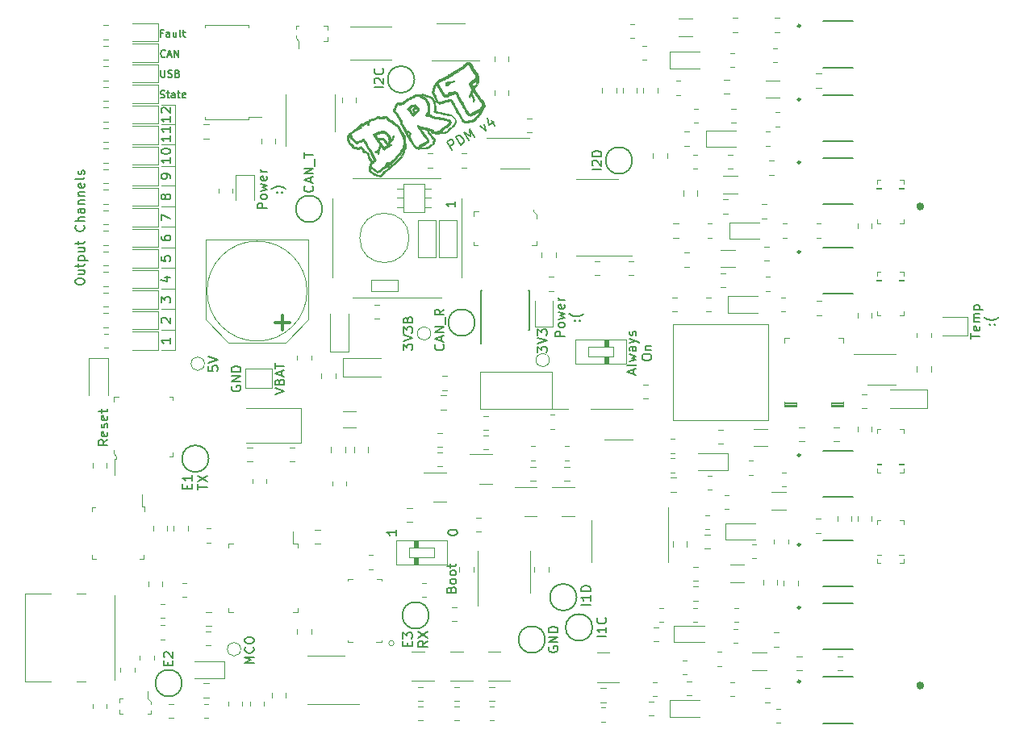
<source format=gto>
%TF.GenerationSoftware,KiCad,Pcbnew,(6.0.6)*%
%TF.CreationDate,2023-02-09T00:37:25-05:00*%
%TF.ProjectId,DingoPDM,44696e67-6f50-4444-9d2e-6b696361645f,v3*%
%TF.SameCoordinates,Original*%
%TF.FileFunction,Legend,Top*%
%TF.FilePolarity,Positive*%
%FSLAX46Y46*%
G04 Gerber Fmt 4.6, Leading zero omitted, Abs format (unit mm)*
G04 Created by KiCad (PCBNEW (6.0.6)) date 2023-02-09 00:37:25*
%MOMM*%
%LPD*%
G01*
G04 APERTURE LIST*
%ADD10C,0.120000*%
%ADD11C,0.149860*%
%ADD12C,0.127000*%
%ADD13C,0.150000*%
%ADD14C,0.300000*%
%ADD15C,0.100000*%
%ADD16C,0.200000*%
%ADD17C,0.250000*%
%ADD18C,0.010000*%
%ADD19C,0.400000*%
G04 APERTURE END LIST*
D10*
X143793981Y-109601000D02*
G75*
G03*
X143793981Y-109601000I-283981J0D01*
G01*
X119380000Y-65913000D02*
X120777000Y-65913000D01*
X119380000Y-72390000D02*
X120777000Y-72390000D01*
X120777000Y-78867000D02*
X119380000Y-78867000D01*
X119380000Y-59563000D02*
X120777000Y-59563000D01*
X120777000Y-53086000D02*
X120777000Y-78867000D01*
X119380000Y-63754000D02*
X120777000Y-63754000D01*
X119380000Y-76708000D02*
X120777000Y-76708000D01*
X119380000Y-68072000D02*
X120777000Y-68072000D01*
X119380000Y-70231000D02*
X120777000Y-70231000D01*
X119380000Y-61595000D02*
X120777000Y-61595000D01*
X120777000Y-53086000D02*
X119380000Y-53086000D01*
X119380000Y-74549000D02*
X120777000Y-74549000D01*
X119380000Y-57277000D02*
X120777000Y-57277000D01*
X119380000Y-55118000D02*
X120777000Y-55118000D01*
D11*
X164405128Y-105551514D02*
X163414528Y-105551514D01*
X164405128Y-104560914D02*
X164405128Y-105126971D01*
X164405128Y-104843942D02*
X163414528Y-104843942D01*
X163556042Y-104938285D01*
X163650385Y-105032628D01*
X163697557Y-105126971D01*
X164405128Y-104136371D02*
X163414528Y-104136371D01*
X163414528Y-103900514D01*
X163461700Y-103759000D01*
X163556042Y-103664657D01*
X163650385Y-103617485D01*
X163839071Y-103570314D01*
X163980585Y-103570314D01*
X164169271Y-103617485D01*
X164263614Y-103664657D01*
X164357957Y-103759000D01*
X164405128Y-103900514D01*
X164405128Y-104136371D01*
X166056128Y-108917014D02*
X165065528Y-108917014D01*
X166056128Y-107926414D02*
X166056128Y-108492471D01*
X166056128Y-108209442D02*
X165065528Y-108209442D01*
X165207042Y-108303785D01*
X165301385Y-108398128D01*
X165348557Y-108492471D01*
X165961785Y-106935814D02*
X166008957Y-106982985D01*
X166056128Y-107124500D01*
X166056128Y-107218842D01*
X166008957Y-107360357D01*
X165914614Y-107454700D01*
X165820271Y-107501871D01*
X165631585Y-107549042D01*
X165490071Y-107549042D01*
X165301385Y-107501871D01*
X165207042Y-107454700D01*
X165112700Y-107360357D01*
X165065528Y-107218842D01*
X165065528Y-107124500D01*
X165112700Y-106982985D01*
X165159871Y-106935814D01*
X142688128Y-51259014D02*
X141697528Y-51259014D01*
X141791871Y-50834471D02*
X141744700Y-50787300D01*
X141697528Y-50692957D01*
X141697528Y-50457100D01*
X141744700Y-50362757D01*
X141791871Y-50315585D01*
X141886214Y-50268414D01*
X141980557Y-50268414D01*
X142122071Y-50315585D01*
X142688128Y-50881642D01*
X142688128Y-50268414D01*
X142593785Y-49277814D02*
X142640957Y-49324985D01*
X142688128Y-49466500D01*
X142688128Y-49560842D01*
X142640957Y-49702357D01*
X142546614Y-49796700D01*
X142452271Y-49843871D01*
X142263585Y-49891042D01*
X142122071Y-49891042D01*
X141933385Y-49843871D01*
X141839042Y-49796700D01*
X141744700Y-49702357D01*
X141697528Y-49560842D01*
X141697528Y-49466500D01*
X141744700Y-49324985D01*
X141791871Y-49277814D01*
X165548128Y-59895014D02*
X164557528Y-59895014D01*
X164651871Y-59470471D02*
X164604700Y-59423300D01*
X164557528Y-59328957D01*
X164557528Y-59093100D01*
X164604700Y-58998757D01*
X164651871Y-58951585D01*
X164746214Y-58904414D01*
X164840557Y-58904414D01*
X164982071Y-58951585D01*
X165548128Y-59517642D01*
X165548128Y-58904414D01*
X165548128Y-58479871D02*
X164557528Y-58479871D01*
X164557528Y-58244014D01*
X164604700Y-58102500D01*
X164699042Y-58008157D01*
X164793385Y-57960985D01*
X164982071Y-57913814D01*
X165123585Y-57913814D01*
X165312271Y-57960985D01*
X165406614Y-58008157D01*
X165500957Y-58102500D01*
X165548128Y-58244014D01*
X165548128Y-58479871D01*
X129099128Y-111707385D02*
X128108528Y-111707385D01*
X128816100Y-111377185D01*
X128108528Y-111046985D01*
X129099128Y-111046985D01*
X129004785Y-110009214D02*
X129051957Y-110056385D01*
X129099128Y-110197900D01*
X129099128Y-110292242D01*
X129051957Y-110433757D01*
X128957614Y-110528100D01*
X128863271Y-110575271D01*
X128674585Y-110622442D01*
X128533071Y-110622442D01*
X128344385Y-110575271D01*
X128250042Y-110528100D01*
X128155700Y-110433757D01*
X128108528Y-110292242D01*
X128108528Y-110197900D01*
X128155700Y-110056385D01*
X128202871Y-110009214D01*
X128108528Y-109395985D02*
X128108528Y-109207300D01*
X128155700Y-109112957D01*
X128250042Y-109018614D01*
X128438728Y-108971442D01*
X128768928Y-108971442D01*
X128957614Y-109018614D01*
X129051957Y-109112957D01*
X129099128Y-109207300D01*
X129099128Y-109395985D01*
X129051957Y-109490328D01*
X128957614Y-109584671D01*
X128768928Y-109631842D01*
X128438728Y-109631842D01*
X128250042Y-109584671D01*
X128155700Y-109490328D01*
X128108528Y-109395985D01*
X131283528Y-83478914D02*
X132274128Y-83148714D01*
X131283528Y-82818514D01*
X131755242Y-82158114D02*
X131802414Y-82016600D01*
X131849585Y-81969428D01*
X131943928Y-81922257D01*
X132085442Y-81922257D01*
X132179785Y-81969428D01*
X132226957Y-82016600D01*
X132274128Y-82110942D01*
X132274128Y-82488314D01*
X131283528Y-82488314D01*
X131283528Y-82158114D01*
X131330700Y-82063771D01*
X131377871Y-82016600D01*
X131472214Y-81969428D01*
X131566557Y-81969428D01*
X131660900Y-82016600D01*
X131708071Y-82063771D01*
X131755242Y-82158114D01*
X131755242Y-82488314D01*
X131991100Y-81544885D02*
X131991100Y-81073171D01*
X132274128Y-81639228D02*
X131283528Y-81309028D01*
X132274128Y-80978828D01*
X131283528Y-80790142D02*
X131283528Y-80224085D01*
X132274128Y-80507114D02*
X131283528Y-80507114D01*
X126758700Y-82606242D02*
X126711528Y-82700585D01*
X126711528Y-82842100D01*
X126758700Y-82983614D01*
X126853042Y-83077957D01*
X126947385Y-83125128D01*
X127136071Y-83172300D01*
X127277585Y-83172300D01*
X127466271Y-83125128D01*
X127560614Y-83077957D01*
X127654957Y-82983614D01*
X127702128Y-82842100D01*
X127702128Y-82747757D01*
X127654957Y-82606242D01*
X127607785Y-82559071D01*
X127277585Y-82559071D01*
X127277585Y-82747757D01*
X127702128Y-82134528D02*
X126711528Y-82134528D01*
X127702128Y-81568471D01*
X126711528Y-81568471D01*
X127702128Y-81096757D02*
X126711528Y-81096757D01*
X126711528Y-80860900D01*
X126758700Y-80719385D01*
X126853042Y-80625042D01*
X126947385Y-80577871D01*
X127136071Y-80530700D01*
X127277585Y-80530700D01*
X127466271Y-80577871D01*
X127560614Y-80625042D01*
X127654957Y-80719385D01*
X127702128Y-80860900D01*
X127702128Y-81096757D01*
X110328528Y-71731414D02*
X110328528Y-71542728D01*
X110375700Y-71448385D01*
X110470042Y-71354042D01*
X110658728Y-71306871D01*
X110988928Y-71306871D01*
X111177614Y-71354042D01*
X111271957Y-71448385D01*
X111319128Y-71542728D01*
X111319128Y-71731414D01*
X111271957Y-71825757D01*
X111177614Y-71920100D01*
X110988928Y-71967271D01*
X110658728Y-71967271D01*
X110470042Y-71920100D01*
X110375700Y-71825757D01*
X110328528Y-71731414D01*
X110658728Y-70457785D02*
X111319128Y-70457785D01*
X110658728Y-70882328D02*
X111177614Y-70882328D01*
X111271957Y-70835157D01*
X111319128Y-70740814D01*
X111319128Y-70599300D01*
X111271957Y-70504957D01*
X111224785Y-70457785D01*
X110658728Y-70127585D02*
X110658728Y-69750214D01*
X110328528Y-69986071D02*
X111177614Y-69986071D01*
X111271957Y-69938900D01*
X111319128Y-69844557D01*
X111319128Y-69750214D01*
X110658728Y-69420014D02*
X111649328Y-69420014D01*
X110705900Y-69420014D02*
X110658728Y-69325671D01*
X110658728Y-69136985D01*
X110705900Y-69042642D01*
X110753071Y-68995471D01*
X110847414Y-68948300D01*
X111130442Y-68948300D01*
X111224785Y-68995471D01*
X111271957Y-69042642D01*
X111319128Y-69136985D01*
X111319128Y-69325671D01*
X111271957Y-69420014D01*
X110658728Y-68099214D02*
X111319128Y-68099214D01*
X110658728Y-68523757D02*
X111177614Y-68523757D01*
X111271957Y-68476585D01*
X111319128Y-68382242D01*
X111319128Y-68240728D01*
X111271957Y-68146385D01*
X111224785Y-68099214D01*
X110658728Y-67769014D02*
X110658728Y-67391642D01*
X110328528Y-67627500D02*
X111177614Y-67627500D01*
X111271957Y-67580328D01*
X111319128Y-67485985D01*
X111319128Y-67391642D01*
X111224785Y-65740642D02*
X111271957Y-65787814D01*
X111319128Y-65929328D01*
X111319128Y-66023671D01*
X111271957Y-66165185D01*
X111177614Y-66259528D01*
X111083271Y-66306700D01*
X110894585Y-66353871D01*
X110753071Y-66353871D01*
X110564385Y-66306700D01*
X110470042Y-66259528D01*
X110375700Y-66165185D01*
X110328528Y-66023671D01*
X110328528Y-65929328D01*
X110375700Y-65787814D01*
X110422871Y-65740642D01*
X111319128Y-65316100D02*
X110328528Y-65316100D01*
X111319128Y-64891557D02*
X110800242Y-64891557D01*
X110705900Y-64938728D01*
X110658728Y-65033071D01*
X110658728Y-65174585D01*
X110705900Y-65268928D01*
X110753071Y-65316100D01*
X111319128Y-63995300D02*
X110800242Y-63995300D01*
X110705900Y-64042471D01*
X110658728Y-64136814D01*
X110658728Y-64325500D01*
X110705900Y-64419842D01*
X111271957Y-63995300D02*
X111319128Y-64089642D01*
X111319128Y-64325500D01*
X111271957Y-64419842D01*
X111177614Y-64467014D01*
X111083271Y-64467014D01*
X110988928Y-64419842D01*
X110941757Y-64325500D01*
X110941757Y-64089642D01*
X110894585Y-63995300D01*
X110658728Y-63523585D02*
X111319128Y-63523585D01*
X110753071Y-63523585D02*
X110705900Y-63476414D01*
X110658728Y-63382071D01*
X110658728Y-63240557D01*
X110705900Y-63146214D01*
X110800242Y-63099042D01*
X111319128Y-63099042D01*
X110658728Y-62627328D02*
X111319128Y-62627328D01*
X110753071Y-62627328D02*
X110705900Y-62580157D01*
X110658728Y-62485814D01*
X110658728Y-62344300D01*
X110705900Y-62249957D01*
X110800242Y-62202785D01*
X111319128Y-62202785D01*
X111271957Y-61353700D02*
X111319128Y-61448042D01*
X111319128Y-61636728D01*
X111271957Y-61731071D01*
X111177614Y-61778242D01*
X110800242Y-61778242D01*
X110705900Y-61731071D01*
X110658728Y-61636728D01*
X110658728Y-61448042D01*
X110705900Y-61353700D01*
X110800242Y-61306528D01*
X110894585Y-61306528D01*
X110988928Y-61778242D01*
X111319128Y-60740471D02*
X111271957Y-60834814D01*
X111177614Y-60881985D01*
X110328528Y-60881985D01*
X111271957Y-60410271D02*
X111319128Y-60315928D01*
X111319128Y-60127242D01*
X111271957Y-60032900D01*
X111177614Y-59985728D01*
X111130442Y-59985728D01*
X111036100Y-60032900D01*
X110988928Y-60127242D01*
X110988928Y-60268757D01*
X110941757Y-60363100D01*
X110847414Y-60410271D01*
X110800242Y-60410271D01*
X110705900Y-60363100D01*
X110658728Y-60268757D01*
X110658728Y-60127242D01*
X110705900Y-60032900D01*
D12*
X119307428Y-49430214D02*
X119307428Y-50047071D01*
X119343714Y-50119642D01*
X119380000Y-50155928D01*
X119452571Y-50192214D01*
X119597714Y-50192214D01*
X119670285Y-50155928D01*
X119706571Y-50119642D01*
X119742857Y-50047071D01*
X119742857Y-49430214D01*
X120069428Y-50155928D02*
X120178285Y-50192214D01*
X120359714Y-50192214D01*
X120432285Y-50155928D01*
X120468571Y-50119642D01*
X120504857Y-50047071D01*
X120504857Y-49974500D01*
X120468571Y-49901928D01*
X120432285Y-49865642D01*
X120359714Y-49829357D01*
X120214571Y-49793071D01*
X120142000Y-49756785D01*
X120105714Y-49720500D01*
X120069428Y-49647928D01*
X120069428Y-49575357D01*
X120105714Y-49502785D01*
X120142000Y-49466500D01*
X120214571Y-49430214D01*
X120396000Y-49430214D01*
X120504857Y-49466500D01*
X121085428Y-49793071D02*
X121194285Y-49829357D01*
X121230571Y-49865642D01*
X121266857Y-49938214D01*
X121266857Y-50047071D01*
X121230571Y-50119642D01*
X121194285Y-50155928D01*
X121121714Y-50192214D01*
X120831428Y-50192214D01*
X120831428Y-49430214D01*
X121085428Y-49430214D01*
X121158000Y-49466500D01*
X121194285Y-49502785D01*
X121230571Y-49575357D01*
X121230571Y-49647928D01*
X121194285Y-49720500D01*
X121158000Y-49756785D01*
X121085428Y-49793071D01*
X120831428Y-49793071D01*
X119779142Y-48024142D02*
X119742857Y-48060428D01*
X119634000Y-48096714D01*
X119561428Y-48096714D01*
X119452571Y-48060428D01*
X119380000Y-47987857D01*
X119343714Y-47915285D01*
X119307428Y-47770142D01*
X119307428Y-47661285D01*
X119343714Y-47516142D01*
X119380000Y-47443571D01*
X119452571Y-47371000D01*
X119561428Y-47334714D01*
X119634000Y-47334714D01*
X119742857Y-47371000D01*
X119779142Y-47407285D01*
X120069428Y-47879000D02*
X120432285Y-47879000D01*
X119996857Y-48096714D02*
X120250857Y-47334714D01*
X120504857Y-48096714D01*
X120758857Y-48096714D02*
X120758857Y-47334714D01*
X121194285Y-48096714D01*
X121194285Y-47334714D01*
X119525142Y-45538571D02*
X119271142Y-45538571D01*
X119271142Y-45937714D02*
X119271142Y-45175714D01*
X119634000Y-45175714D01*
X120250857Y-45937714D02*
X120250857Y-45538571D01*
X120214571Y-45466000D01*
X120142000Y-45429714D01*
X119996857Y-45429714D01*
X119924285Y-45466000D01*
X120250857Y-45901428D02*
X120178285Y-45937714D01*
X119996857Y-45937714D01*
X119924285Y-45901428D01*
X119888000Y-45828857D01*
X119888000Y-45756285D01*
X119924285Y-45683714D01*
X119996857Y-45647428D01*
X120178285Y-45647428D01*
X120250857Y-45611142D01*
X120940285Y-45429714D02*
X120940285Y-45937714D01*
X120613714Y-45429714D02*
X120613714Y-45828857D01*
X120650000Y-45901428D01*
X120722571Y-45937714D01*
X120831428Y-45937714D01*
X120904000Y-45901428D01*
X120940285Y-45865142D01*
X121412000Y-45937714D02*
X121339428Y-45901428D01*
X121303142Y-45828857D01*
X121303142Y-45175714D01*
X121593428Y-45429714D02*
X121883714Y-45429714D01*
X121702285Y-45175714D02*
X121702285Y-45828857D01*
X121738571Y-45901428D01*
X121811142Y-45937714D01*
X121883714Y-45937714D01*
D13*
X119340380Y-65230333D02*
X119340380Y-64563666D01*
X120340380Y-64992238D01*
D11*
X122067809Y-93393985D02*
X122067809Y-93063785D01*
X122586695Y-92922271D02*
X122586695Y-93393985D01*
X121596095Y-93393985D01*
X121596095Y-92922271D01*
X122586695Y-91978842D02*
X122586695Y-92544900D01*
X122586695Y-92261871D02*
X121596095Y-92261871D01*
X121737609Y-92356214D01*
X121831952Y-92450557D01*
X121879124Y-92544900D01*
X123190961Y-93464742D02*
X123190961Y-92898685D01*
X124181561Y-93181714D02*
X123190961Y-93181714D01*
X123190961Y-92662828D02*
X124181561Y-92002428D01*
X123190961Y-92002428D02*
X124181561Y-92662828D01*
X120071242Y-111935985D02*
X120071242Y-111605785D01*
X120590128Y-111464271D02*
X120590128Y-111935985D01*
X119599528Y-111935985D01*
X119599528Y-111464271D01*
X119693871Y-111086900D02*
X119646700Y-111039728D01*
X119599528Y-110945385D01*
X119599528Y-110709528D01*
X119646700Y-110615185D01*
X119693871Y-110568014D01*
X119788214Y-110520842D01*
X119882557Y-110520842D01*
X120024071Y-110568014D01*
X120590128Y-111134071D01*
X120590128Y-110520842D01*
X204273095Y-77635100D02*
X204273095Y-77069042D01*
X205263695Y-77352071D02*
X204273095Y-77352071D01*
X205216524Y-76361471D02*
X205263695Y-76455814D01*
X205263695Y-76644500D01*
X205216524Y-76738842D01*
X205122181Y-76786014D01*
X204744809Y-76786014D01*
X204650467Y-76738842D01*
X204603295Y-76644500D01*
X204603295Y-76455814D01*
X204650467Y-76361471D01*
X204744809Y-76314300D01*
X204839152Y-76314300D01*
X204933495Y-76786014D01*
X205263695Y-75889757D02*
X204603295Y-75889757D01*
X204697638Y-75889757D02*
X204650467Y-75842585D01*
X204603295Y-75748242D01*
X204603295Y-75606728D01*
X204650467Y-75512385D01*
X204744809Y-75465214D01*
X205263695Y-75465214D01*
X204744809Y-75465214D02*
X204650467Y-75418042D01*
X204603295Y-75323700D01*
X204603295Y-75182185D01*
X204650467Y-75087842D01*
X204744809Y-75040671D01*
X205263695Y-75040671D01*
X204603295Y-74568957D02*
X205593895Y-74568957D01*
X204650467Y-74568957D02*
X204603295Y-74474614D01*
X204603295Y-74285928D01*
X204650467Y-74191585D01*
X204697638Y-74144414D01*
X204791981Y-74097242D01*
X205075009Y-74097242D01*
X205169352Y-74144414D01*
X205216524Y-74191585D01*
X205263695Y-74285928D01*
X205263695Y-74474614D01*
X205216524Y-74568957D01*
X206764218Y-76149200D02*
X206811390Y-76102028D01*
X206858561Y-76149200D01*
X206811390Y-76196371D01*
X206764218Y-76149200D01*
X206858561Y-76149200D01*
X206245333Y-76149200D02*
X206292504Y-76102028D01*
X206339675Y-76149200D01*
X206292504Y-76196371D01*
X206245333Y-76149200D01*
X206339675Y-76149200D01*
X207235933Y-75394457D02*
X207188761Y-75441628D01*
X207047247Y-75535971D01*
X206952904Y-75583142D01*
X206811390Y-75630314D01*
X206575533Y-75677485D01*
X206386847Y-75677485D01*
X206150990Y-75630314D01*
X206009475Y-75583142D01*
X205915133Y-75535971D01*
X205773618Y-75441628D01*
X205726447Y-75394457D01*
X145181809Y-109903985D02*
X145181809Y-109573785D01*
X145700695Y-109432271D02*
X145700695Y-109903985D01*
X144710095Y-109903985D01*
X144710095Y-109432271D01*
X144710095Y-109102071D02*
X144710095Y-108488842D01*
X145087467Y-108819042D01*
X145087467Y-108677528D01*
X145134638Y-108583185D01*
X145181809Y-108536014D01*
X145276152Y-108488842D01*
X145512009Y-108488842D01*
X145606352Y-108536014D01*
X145653524Y-108583185D01*
X145700695Y-108677528D01*
X145700695Y-108960557D01*
X145653524Y-109054900D01*
X145606352Y-109102071D01*
X147295561Y-109385100D02*
X146823847Y-109715300D01*
X147295561Y-109951157D02*
X146304961Y-109951157D01*
X146304961Y-109573785D01*
X146352133Y-109479442D01*
X146399304Y-109432271D01*
X146493647Y-109385100D01*
X146635161Y-109385100D01*
X146729504Y-109432271D01*
X146776675Y-109479442D01*
X146823847Y-109573785D01*
X146823847Y-109951157D01*
X146304961Y-109054900D02*
X147295561Y-108394500D01*
X146304961Y-108394500D02*
X147295561Y-109054900D01*
D13*
X161699380Y-77414190D02*
X160699380Y-77414190D01*
X160699380Y-77033238D01*
X160747000Y-76938000D01*
X160794619Y-76890380D01*
X160889857Y-76842761D01*
X161032714Y-76842761D01*
X161127952Y-76890380D01*
X161175571Y-76938000D01*
X161223190Y-77033238D01*
X161223190Y-77414190D01*
X161699380Y-76271333D02*
X161651761Y-76366571D01*
X161604142Y-76414190D01*
X161508904Y-76461809D01*
X161223190Y-76461809D01*
X161127952Y-76414190D01*
X161080333Y-76366571D01*
X161032714Y-76271333D01*
X161032714Y-76128476D01*
X161080333Y-76033238D01*
X161127952Y-75985619D01*
X161223190Y-75938000D01*
X161508904Y-75938000D01*
X161604142Y-75985619D01*
X161651761Y-76033238D01*
X161699380Y-76128476D01*
X161699380Y-76271333D01*
X161032714Y-75604666D02*
X161699380Y-75414190D01*
X161223190Y-75223714D01*
X161699380Y-75033238D01*
X161032714Y-74842761D01*
X161651761Y-74080857D02*
X161699380Y-74176095D01*
X161699380Y-74366571D01*
X161651761Y-74461809D01*
X161556523Y-74509428D01*
X161175571Y-74509428D01*
X161080333Y-74461809D01*
X161032714Y-74366571D01*
X161032714Y-74176095D01*
X161080333Y-74080857D01*
X161175571Y-74033238D01*
X161270809Y-74033238D01*
X161366047Y-74509428D01*
X161699380Y-73604666D02*
X161032714Y-73604666D01*
X161223190Y-73604666D02*
X161127952Y-73557047D01*
X161080333Y-73509428D01*
X161032714Y-73414190D01*
X161032714Y-73318952D01*
X163214142Y-75771333D02*
X163261761Y-75723714D01*
X163309380Y-75771333D01*
X163261761Y-75818952D01*
X163214142Y-75771333D01*
X163309380Y-75771333D01*
X162690333Y-75771333D02*
X162737952Y-75723714D01*
X162785571Y-75771333D01*
X162737952Y-75818952D01*
X162690333Y-75771333D01*
X162785571Y-75771333D01*
X163690333Y-75009428D02*
X163642714Y-75057047D01*
X163499857Y-75152285D01*
X163404619Y-75199904D01*
X163261761Y-75247523D01*
X163023666Y-75295142D01*
X162833190Y-75295142D01*
X162595095Y-75247523D01*
X162452238Y-75199904D01*
X162357000Y-75152285D01*
X162214142Y-75057047D01*
X162166523Y-75009428D01*
X130457380Y-63952190D02*
X129457380Y-63952190D01*
X129457380Y-63571238D01*
X129505000Y-63476000D01*
X129552619Y-63428380D01*
X129647857Y-63380761D01*
X129790714Y-63380761D01*
X129885952Y-63428380D01*
X129933571Y-63476000D01*
X129981190Y-63571238D01*
X129981190Y-63952190D01*
X130457380Y-62809333D02*
X130409761Y-62904571D01*
X130362142Y-62952190D01*
X130266904Y-62999809D01*
X129981190Y-62999809D01*
X129885952Y-62952190D01*
X129838333Y-62904571D01*
X129790714Y-62809333D01*
X129790714Y-62666476D01*
X129838333Y-62571238D01*
X129885952Y-62523619D01*
X129981190Y-62476000D01*
X130266904Y-62476000D01*
X130362142Y-62523619D01*
X130409761Y-62571238D01*
X130457380Y-62666476D01*
X130457380Y-62809333D01*
X129790714Y-62142666D02*
X130457380Y-61952190D01*
X129981190Y-61761714D01*
X130457380Y-61571238D01*
X129790714Y-61380761D01*
X130409761Y-60618857D02*
X130457380Y-60714095D01*
X130457380Y-60904571D01*
X130409761Y-60999809D01*
X130314523Y-61047428D01*
X129933571Y-61047428D01*
X129838333Y-60999809D01*
X129790714Y-60904571D01*
X129790714Y-60714095D01*
X129838333Y-60618857D01*
X129933571Y-60571238D01*
X130028809Y-60571238D01*
X130124047Y-61047428D01*
X130457380Y-60142666D02*
X129790714Y-60142666D01*
X129981190Y-60142666D02*
X129885952Y-60095047D01*
X129838333Y-60047428D01*
X129790714Y-59952190D01*
X129790714Y-59856952D01*
X131972142Y-62309333D02*
X132019761Y-62261714D01*
X132067380Y-62309333D01*
X132019761Y-62356952D01*
X131972142Y-62309333D01*
X132067380Y-62309333D01*
X131448333Y-62309333D02*
X131495952Y-62261714D01*
X131543571Y-62309333D01*
X131495952Y-62356952D01*
X131448333Y-62309333D01*
X131543571Y-62309333D01*
X132448333Y-61928380D02*
X132400714Y-61880761D01*
X132257857Y-61785523D01*
X132162619Y-61737904D01*
X132019761Y-61690285D01*
X131781666Y-61642666D01*
X131591190Y-61642666D01*
X131353095Y-61690285D01*
X131210238Y-61737904D01*
X131115000Y-61785523D01*
X130972142Y-61880761D01*
X130924523Y-61928380D01*
X168906666Y-81382904D02*
X168906666Y-80906714D01*
X169192380Y-81478142D02*
X168192380Y-81144809D01*
X169192380Y-80811476D01*
X169192380Y-80335285D02*
X169144761Y-80430523D01*
X169049523Y-80478142D01*
X168192380Y-80478142D01*
X168525714Y-80049571D02*
X169192380Y-79859095D01*
X168716190Y-79668619D01*
X169192380Y-79478142D01*
X168525714Y-79287666D01*
X169192380Y-78478142D02*
X168668571Y-78478142D01*
X168573333Y-78525761D01*
X168525714Y-78621000D01*
X168525714Y-78811476D01*
X168573333Y-78906714D01*
X169144761Y-78478142D02*
X169192380Y-78573380D01*
X169192380Y-78811476D01*
X169144761Y-78906714D01*
X169049523Y-78954333D01*
X168954285Y-78954333D01*
X168859047Y-78906714D01*
X168811428Y-78811476D01*
X168811428Y-78573380D01*
X168763809Y-78478142D01*
X168525714Y-78097190D02*
X169192380Y-77859095D01*
X168525714Y-77621000D02*
X169192380Y-77859095D01*
X169430476Y-77954333D01*
X169478095Y-78001952D01*
X169525714Y-78097190D01*
X169144761Y-77287666D02*
X169192380Y-77192428D01*
X169192380Y-77001952D01*
X169144761Y-76906714D01*
X169049523Y-76859095D01*
X169001904Y-76859095D01*
X168906666Y-76906714D01*
X168859047Y-77001952D01*
X168859047Y-77144809D01*
X168811428Y-77240047D01*
X168716190Y-77287666D01*
X168668571Y-77287666D01*
X168573333Y-77240047D01*
X168525714Y-77144809D01*
X168525714Y-77001952D01*
X168573333Y-76906714D01*
X169802380Y-79668619D02*
X169802380Y-79478142D01*
X169850000Y-79382904D01*
X169945238Y-79287666D01*
X170135714Y-79240047D01*
X170469047Y-79240047D01*
X170659523Y-79287666D01*
X170754761Y-79382904D01*
X170802380Y-79478142D01*
X170802380Y-79668619D01*
X170754761Y-79763857D01*
X170659523Y-79859095D01*
X170469047Y-79906714D01*
X170135714Y-79906714D01*
X169945238Y-79859095D01*
X169850000Y-79763857D01*
X169802380Y-79668619D01*
X170135714Y-78811476D02*
X170802380Y-78811476D01*
X170230952Y-78811476D02*
X170183333Y-78763857D01*
X170135714Y-78668619D01*
X170135714Y-78525761D01*
X170183333Y-78430523D01*
X170278571Y-78382904D01*
X170802380Y-78382904D01*
X119435619Y-75977714D02*
X119388000Y-75930095D01*
X119340380Y-75834857D01*
X119340380Y-75596761D01*
X119388000Y-75501523D01*
X119435619Y-75453904D01*
X119530857Y-75406285D01*
X119626095Y-75406285D01*
X119768952Y-75453904D01*
X120340380Y-76025333D01*
X120340380Y-75406285D01*
D12*
X119262071Y-52314928D02*
X119370928Y-52351214D01*
X119552357Y-52351214D01*
X119624928Y-52314928D01*
X119661214Y-52278642D01*
X119697500Y-52206071D01*
X119697500Y-52133500D01*
X119661214Y-52060928D01*
X119624928Y-52024642D01*
X119552357Y-51988357D01*
X119407214Y-51952071D01*
X119334642Y-51915785D01*
X119298357Y-51879500D01*
X119262071Y-51806928D01*
X119262071Y-51734357D01*
X119298357Y-51661785D01*
X119334642Y-51625500D01*
X119407214Y-51589214D01*
X119588642Y-51589214D01*
X119697500Y-51625500D01*
X119915214Y-51843214D02*
X120205500Y-51843214D01*
X120024071Y-51589214D02*
X120024071Y-52242357D01*
X120060357Y-52314928D01*
X120132928Y-52351214D01*
X120205500Y-52351214D01*
X120786071Y-52351214D02*
X120786071Y-51952071D01*
X120749785Y-51879500D01*
X120677214Y-51843214D01*
X120532071Y-51843214D01*
X120459500Y-51879500D01*
X120786071Y-52314928D02*
X120713500Y-52351214D01*
X120532071Y-52351214D01*
X120459500Y-52314928D01*
X120423214Y-52242357D01*
X120423214Y-52169785D01*
X120459500Y-52097214D01*
X120532071Y-52060928D01*
X120713500Y-52060928D01*
X120786071Y-52024642D01*
X121040071Y-51843214D02*
X121330357Y-51843214D01*
X121148928Y-51589214D02*
X121148928Y-52242357D01*
X121185214Y-52314928D01*
X121257785Y-52351214D01*
X121330357Y-52351214D01*
X121874642Y-52314928D02*
X121802071Y-52351214D01*
X121656928Y-52351214D01*
X121584357Y-52314928D01*
X121548071Y-52242357D01*
X121548071Y-51952071D01*
X121584357Y-51879500D01*
X121656928Y-51843214D01*
X121802071Y-51843214D01*
X121874642Y-51879500D01*
X121910928Y-51952071D01*
X121910928Y-52024642D01*
X121548071Y-52097214D01*
D13*
X149788571Y-103989047D02*
X149836190Y-103846190D01*
X149883809Y-103798571D01*
X149979047Y-103750952D01*
X150121904Y-103750952D01*
X150217142Y-103798571D01*
X150264761Y-103846190D01*
X150312380Y-103941428D01*
X150312380Y-104322380D01*
X149312380Y-104322380D01*
X149312380Y-103989047D01*
X149360000Y-103893809D01*
X149407619Y-103846190D01*
X149502857Y-103798571D01*
X149598095Y-103798571D01*
X149693333Y-103846190D01*
X149740952Y-103893809D01*
X149788571Y-103989047D01*
X149788571Y-104322380D01*
X150312380Y-103179523D02*
X150264761Y-103274761D01*
X150217142Y-103322380D01*
X150121904Y-103370000D01*
X149836190Y-103370000D01*
X149740952Y-103322380D01*
X149693333Y-103274761D01*
X149645714Y-103179523D01*
X149645714Y-103036666D01*
X149693333Y-102941428D01*
X149740952Y-102893809D01*
X149836190Y-102846190D01*
X150121904Y-102846190D01*
X150217142Y-102893809D01*
X150264761Y-102941428D01*
X150312380Y-103036666D01*
X150312380Y-103179523D01*
X150312380Y-102274761D02*
X150264761Y-102370000D01*
X150217142Y-102417619D01*
X150121904Y-102465238D01*
X149836190Y-102465238D01*
X149740952Y-102417619D01*
X149693333Y-102370000D01*
X149645714Y-102274761D01*
X149645714Y-102131904D01*
X149693333Y-102036666D01*
X149740952Y-101989047D01*
X149836190Y-101941428D01*
X150121904Y-101941428D01*
X150217142Y-101989047D01*
X150264761Y-102036666D01*
X150312380Y-102131904D01*
X150312380Y-102274761D01*
X149645714Y-101655714D02*
X149645714Y-101274761D01*
X149312380Y-101512857D02*
X150169523Y-101512857D01*
X150264761Y-101465238D01*
X150312380Y-101370000D01*
X150312380Y-101274761D01*
X119340380Y-73866333D02*
X119340380Y-73247285D01*
X119721333Y-73580619D01*
X119721333Y-73437761D01*
X119768952Y-73342523D01*
X119816571Y-73294904D01*
X119911809Y-73247285D01*
X120149904Y-73247285D01*
X120245142Y-73294904D01*
X120292761Y-73342523D01*
X120340380Y-73437761D01*
X120340380Y-73723476D01*
X120292761Y-73818714D01*
X120245142Y-73866333D01*
X120340380Y-56324476D02*
X120340380Y-56895904D01*
X120340380Y-56610190D02*
X119340380Y-56610190D01*
X119483238Y-56705428D01*
X119578476Y-56800666D01*
X119626095Y-56895904D01*
X120340380Y-55372095D02*
X120340380Y-55943523D01*
X120340380Y-55657809D02*
X119340380Y-55657809D01*
X119483238Y-55753047D01*
X119578476Y-55848285D01*
X119626095Y-55943523D01*
X113736380Y-88233095D02*
X113260190Y-88566428D01*
X113736380Y-88804523D02*
X112736380Y-88804523D01*
X112736380Y-88423571D01*
X112784000Y-88328333D01*
X112831619Y-88280714D01*
X112926857Y-88233095D01*
X113069714Y-88233095D01*
X113164952Y-88280714D01*
X113212571Y-88328333D01*
X113260190Y-88423571D01*
X113260190Y-88804523D01*
X113688761Y-87423571D02*
X113736380Y-87518809D01*
X113736380Y-87709285D01*
X113688761Y-87804523D01*
X113593523Y-87852142D01*
X113212571Y-87852142D01*
X113117333Y-87804523D01*
X113069714Y-87709285D01*
X113069714Y-87518809D01*
X113117333Y-87423571D01*
X113212571Y-87375952D01*
X113307809Y-87375952D01*
X113403047Y-87852142D01*
X113688761Y-86995000D02*
X113736380Y-86899761D01*
X113736380Y-86709285D01*
X113688761Y-86614047D01*
X113593523Y-86566428D01*
X113545904Y-86566428D01*
X113450666Y-86614047D01*
X113403047Y-86709285D01*
X113403047Y-86852142D01*
X113355428Y-86947380D01*
X113260190Y-86995000D01*
X113212571Y-86995000D01*
X113117333Y-86947380D01*
X113069714Y-86852142D01*
X113069714Y-86709285D01*
X113117333Y-86614047D01*
X113688761Y-85756904D02*
X113736380Y-85852142D01*
X113736380Y-86042619D01*
X113688761Y-86137857D01*
X113593523Y-86185476D01*
X113212571Y-86185476D01*
X113117333Y-86137857D01*
X113069714Y-86042619D01*
X113069714Y-85852142D01*
X113117333Y-85756904D01*
X113212571Y-85709285D01*
X113307809Y-85709285D01*
X113403047Y-86185476D01*
X113069714Y-85423571D02*
X113069714Y-85042619D01*
X112736380Y-85280714D02*
X113593523Y-85280714D01*
X113688761Y-85233095D01*
X113736380Y-85137857D01*
X113736380Y-85042619D01*
X120340380Y-54292476D02*
X120340380Y-54863904D01*
X120340380Y-54578190D02*
X119340380Y-54578190D01*
X119483238Y-54673428D01*
X119578476Y-54768666D01*
X119626095Y-54863904D01*
X119435619Y-53911523D02*
X119388000Y-53863904D01*
X119340380Y-53768666D01*
X119340380Y-53530571D01*
X119388000Y-53435333D01*
X119435619Y-53387714D01*
X119530857Y-53340095D01*
X119626095Y-53340095D01*
X119768952Y-53387714D01*
X120340380Y-53959142D01*
X120340380Y-53340095D01*
X144025880Y-97694785D02*
X144025880Y-98266214D01*
X144025880Y-97980500D02*
X143025880Y-97980500D01*
X143168738Y-98075738D01*
X143263976Y-98170976D01*
X143311595Y-98266214D01*
X120340380Y-58610476D02*
X120340380Y-59181904D01*
X120340380Y-58896190D02*
X119340380Y-58896190D01*
X119483238Y-58991428D01*
X119578476Y-59086666D01*
X119626095Y-59181904D01*
X119340380Y-57991428D02*
X119340380Y-57896190D01*
X119388000Y-57800952D01*
X119435619Y-57753333D01*
X119530857Y-57705714D01*
X119721333Y-57658095D01*
X119959428Y-57658095D01*
X120149904Y-57705714D01*
X120245142Y-57753333D01*
X120292761Y-57800952D01*
X120340380Y-57896190D01*
X120340380Y-57991428D01*
X120292761Y-58086666D01*
X120245142Y-58134285D01*
X120149904Y-58181904D01*
X119959428Y-58229523D01*
X119721333Y-58229523D01*
X119530857Y-58181904D01*
X119435619Y-58134285D01*
X119388000Y-58086666D01*
X119340380Y-57991428D01*
X149891268Y-57811487D02*
X149391268Y-56945462D01*
X149721182Y-56754986D01*
X149827470Y-56748606D01*
X149892519Y-56766036D01*
X149981377Y-56824705D01*
X150052806Y-56948423D01*
X150059186Y-57054711D01*
X150041756Y-57119760D01*
X149983087Y-57208618D01*
X149653172Y-57399094D01*
X150757293Y-57311487D02*
X150257293Y-56445462D01*
X150463489Y-56326414D01*
X150611017Y-56296225D01*
X150741115Y-56331084D01*
X150829973Y-56389754D01*
X150966450Y-56530901D01*
X151037879Y-56654619D01*
X151091878Y-56843386D01*
X151098257Y-56949674D01*
X151063398Y-57079772D01*
X150963489Y-57192440D01*
X150757293Y-57311487D01*
X151623318Y-56811487D02*
X151123318Y-55945462D01*
X151769136Y-56397385D01*
X151700669Y-55612128D01*
X152200669Y-56478154D01*
X152857079Y-55329375D02*
X153396608Y-55787678D01*
X153269472Y-55091280D01*
X153970540Y-54686518D02*
X154303873Y-55263868D01*
X153573867Y-54475651D02*
X153724813Y-55213288D01*
X154260924Y-54903764D01*
X119768952Y-62833238D02*
X119721333Y-62928476D01*
X119673714Y-62976095D01*
X119578476Y-63023714D01*
X119530857Y-63023714D01*
X119435619Y-62976095D01*
X119388000Y-62928476D01*
X119340380Y-62833238D01*
X119340380Y-62642761D01*
X119388000Y-62547523D01*
X119435619Y-62499904D01*
X119530857Y-62452285D01*
X119578476Y-62452285D01*
X119673714Y-62499904D01*
X119721333Y-62547523D01*
X119768952Y-62642761D01*
X119768952Y-62833238D01*
X119816571Y-62928476D01*
X119864190Y-62976095D01*
X119959428Y-63023714D01*
X120149904Y-63023714D01*
X120245142Y-62976095D01*
X120292761Y-62928476D01*
X120340380Y-62833238D01*
X120340380Y-62642761D01*
X120292761Y-62547523D01*
X120245142Y-62499904D01*
X120149904Y-62452285D01*
X119959428Y-62452285D01*
X119864190Y-62499904D01*
X119816571Y-62547523D01*
X119768952Y-62642761D01*
X119340380Y-68976904D02*
X119340380Y-69453095D01*
X119816571Y-69500714D01*
X119768952Y-69453095D01*
X119721333Y-69357857D01*
X119721333Y-69119761D01*
X119768952Y-69024523D01*
X119816571Y-68976904D01*
X119911809Y-68929285D01*
X120149904Y-68929285D01*
X120245142Y-68976904D01*
X120292761Y-69024523D01*
X120340380Y-69119761D01*
X120340380Y-69357857D01*
X120292761Y-69453095D01*
X120245142Y-69500714D01*
X119673714Y-71183523D02*
X120340380Y-71183523D01*
X119292761Y-71421619D02*
X120007047Y-71659714D01*
X120007047Y-71040666D01*
X120340380Y-77565285D02*
X120340380Y-78136714D01*
X120340380Y-77851000D02*
X119340380Y-77851000D01*
X119483238Y-77946238D01*
X119578476Y-78041476D01*
X119626095Y-78136714D01*
X119340380Y-66865523D02*
X119340380Y-67056000D01*
X119388000Y-67151238D01*
X119435619Y-67198857D01*
X119578476Y-67294095D01*
X119768952Y-67341714D01*
X120149904Y-67341714D01*
X120245142Y-67294095D01*
X120292761Y-67246476D01*
X120340380Y-67151238D01*
X120340380Y-66960761D01*
X120292761Y-66865523D01*
X120245142Y-66817904D01*
X120149904Y-66770285D01*
X119911809Y-66770285D01*
X119816571Y-66817904D01*
X119768952Y-66865523D01*
X119721333Y-66960761D01*
X119721333Y-67151238D01*
X119768952Y-67246476D01*
X119816571Y-67294095D01*
X119911809Y-67341714D01*
X149439380Y-98028119D02*
X149439380Y-97932880D01*
X149487000Y-97837642D01*
X149534619Y-97790023D01*
X149629857Y-97742404D01*
X149820333Y-97694785D01*
X150058428Y-97694785D01*
X150248904Y-97742404D01*
X150344142Y-97790023D01*
X150391761Y-97837642D01*
X150439380Y-97932880D01*
X150439380Y-98028119D01*
X150391761Y-98123357D01*
X150344142Y-98170976D01*
X150248904Y-98218595D01*
X150058428Y-98266214D01*
X149820333Y-98266214D01*
X149629857Y-98218595D01*
X149534619Y-98170976D01*
X149487000Y-98123357D01*
X149439380Y-98028119D01*
X120340380Y-60769476D02*
X120340380Y-60579000D01*
X120292761Y-60483761D01*
X120245142Y-60436142D01*
X120102285Y-60340904D01*
X119911809Y-60293285D01*
X119530857Y-60293285D01*
X119435619Y-60340904D01*
X119388000Y-60388523D01*
X119340380Y-60483761D01*
X119340380Y-60674238D01*
X119388000Y-60769476D01*
X119435619Y-60817095D01*
X119530857Y-60864714D01*
X119768952Y-60864714D01*
X119864190Y-60817095D01*
X119911809Y-60769476D01*
X119959428Y-60674238D01*
X119959428Y-60483761D01*
X119911809Y-60388523D01*
X119864190Y-60340904D01*
X119768952Y-60293285D01*
X150233880Y-63220285D02*
X150233880Y-63791714D01*
X150233880Y-63506000D02*
X149233880Y-63506000D01*
X149376738Y-63601238D01*
X149471976Y-63696476D01*
X149519595Y-63791714D01*
D14*
X132055857Y-76705904D02*
X132055857Y-75182095D01*
X132817761Y-75944000D02*
X131293952Y-75944000D01*
D13*
X124293380Y-80517976D02*
X124293380Y-80994166D01*
X124769571Y-81041785D01*
X124721952Y-80994166D01*
X124674333Y-80898928D01*
X124674333Y-80660833D01*
X124721952Y-80565595D01*
X124769571Y-80517976D01*
X124864809Y-80470357D01*
X125102904Y-80470357D01*
X125198142Y-80517976D01*
X125245761Y-80565595D01*
X125293380Y-80660833D01*
X125293380Y-80898928D01*
X125245761Y-80994166D01*
X125198142Y-81041785D01*
X124293380Y-80184642D02*
X125293380Y-79851309D01*
X124293380Y-79517976D01*
X160028000Y-109981904D02*
X159980380Y-110077142D01*
X159980380Y-110220000D01*
X160028000Y-110362857D01*
X160123238Y-110458095D01*
X160218476Y-110505714D01*
X160408952Y-110553333D01*
X160551809Y-110553333D01*
X160742285Y-110505714D01*
X160837523Y-110458095D01*
X160932761Y-110362857D01*
X160980380Y-110220000D01*
X160980380Y-110124761D01*
X160932761Y-109981904D01*
X160885142Y-109934285D01*
X160551809Y-109934285D01*
X160551809Y-110124761D01*
X160980380Y-109505714D02*
X159980380Y-109505714D01*
X160980380Y-108934285D01*
X159980380Y-108934285D01*
X160980380Y-108458095D02*
X159980380Y-108458095D01*
X159980380Y-108220000D01*
X160028000Y-108077142D01*
X160123238Y-107981904D01*
X160218476Y-107934285D01*
X160408952Y-107886666D01*
X160551809Y-107886666D01*
X160742285Y-107934285D01*
X160837523Y-107981904D01*
X160932761Y-108077142D01*
X160980380Y-108220000D01*
X160980380Y-108458095D01*
X144740380Y-78827095D02*
X144740380Y-78208047D01*
X145121333Y-78541380D01*
X145121333Y-78398523D01*
X145168952Y-78303285D01*
X145216571Y-78255666D01*
X145311809Y-78208047D01*
X145549904Y-78208047D01*
X145645142Y-78255666D01*
X145692761Y-78303285D01*
X145740380Y-78398523D01*
X145740380Y-78684238D01*
X145692761Y-78779476D01*
X145645142Y-78827095D01*
X144740380Y-77922333D02*
X145740380Y-77589000D01*
X144740380Y-77255666D01*
X144740380Y-77017571D02*
X144740380Y-76398523D01*
X145121333Y-76731857D01*
X145121333Y-76589000D01*
X145168952Y-76493761D01*
X145216571Y-76446142D01*
X145311809Y-76398523D01*
X145549904Y-76398523D01*
X145645142Y-76446142D01*
X145692761Y-76493761D01*
X145740380Y-76589000D01*
X145740380Y-76874714D01*
X145692761Y-76969952D01*
X145645142Y-77017571D01*
X145216571Y-75636619D02*
X145264190Y-75493761D01*
X145311809Y-75446142D01*
X145407047Y-75398523D01*
X145549904Y-75398523D01*
X145645142Y-75446142D01*
X145692761Y-75493761D01*
X145740380Y-75589000D01*
X145740380Y-75969952D01*
X144740380Y-75969952D01*
X144740380Y-75636619D01*
X144788000Y-75541380D01*
X144835619Y-75493761D01*
X144930857Y-75446142D01*
X145026095Y-75446142D01*
X145121333Y-75493761D01*
X145168952Y-75541380D01*
X145216571Y-75636619D01*
X145216571Y-75969952D01*
X158837380Y-79089095D02*
X158837380Y-78470047D01*
X159218333Y-78803380D01*
X159218333Y-78660523D01*
X159265952Y-78565285D01*
X159313571Y-78517666D01*
X159408809Y-78470047D01*
X159646904Y-78470047D01*
X159742142Y-78517666D01*
X159789761Y-78565285D01*
X159837380Y-78660523D01*
X159837380Y-78946238D01*
X159789761Y-79041476D01*
X159742142Y-79089095D01*
X158837380Y-78184333D02*
X159837380Y-77851000D01*
X158837380Y-77517666D01*
X158837380Y-77279571D02*
X158837380Y-76660523D01*
X159218333Y-76993857D01*
X159218333Y-76851000D01*
X159265952Y-76755761D01*
X159313571Y-76708142D01*
X159408809Y-76660523D01*
X159646904Y-76660523D01*
X159742142Y-76708142D01*
X159789761Y-76755761D01*
X159837380Y-76851000D01*
X159837380Y-77136714D01*
X159789761Y-77231952D01*
X159742142Y-77279571D01*
X135231142Y-61602761D02*
X135278761Y-61650380D01*
X135326380Y-61793238D01*
X135326380Y-61888476D01*
X135278761Y-62031333D01*
X135183523Y-62126571D01*
X135088285Y-62174190D01*
X134897809Y-62221809D01*
X134754952Y-62221809D01*
X134564476Y-62174190D01*
X134469238Y-62126571D01*
X134374000Y-62031333D01*
X134326380Y-61888476D01*
X134326380Y-61793238D01*
X134374000Y-61650380D01*
X134421619Y-61602761D01*
X135040666Y-61221809D02*
X135040666Y-60745619D01*
X135326380Y-61317047D02*
X134326380Y-60983714D01*
X135326380Y-60650380D01*
X135326380Y-60317047D02*
X134326380Y-60317047D01*
X135326380Y-59745619D01*
X134326380Y-59745619D01*
X135421619Y-59507523D02*
X135421619Y-58745619D01*
X134326380Y-58650380D02*
X134326380Y-58078952D01*
X135326380Y-58364666D02*
X134326380Y-58364666D01*
X148947142Y-78231809D02*
X148994761Y-78279428D01*
X149042380Y-78422285D01*
X149042380Y-78517523D01*
X148994761Y-78660380D01*
X148899523Y-78755619D01*
X148804285Y-78803238D01*
X148613809Y-78850857D01*
X148470952Y-78850857D01*
X148280476Y-78803238D01*
X148185238Y-78755619D01*
X148090000Y-78660380D01*
X148042380Y-78517523D01*
X148042380Y-78422285D01*
X148090000Y-78279428D01*
X148137619Y-78231809D01*
X148756666Y-77850857D02*
X148756666Y-77374666D01*
X149042380Y-77946095D02*
X148042380Y-77612761D01*
X149042380Y-77279428D01*
X149042380Y-76946095D02*
X148042380Y-76946095D01*
X149042380Y-76374666D01*
X148042380Y-76374666D01*
X149137619Y-76136571D02*
X149137619Y-75374666D01*
X149042380Y-74565142D02*
X148566190Y-74898476D01*
X149042380Y-75136571D02*
X148042380Y-75136571D01*
X148042380Y-74755619D01*
X148090000Y-74660380D01*
X148137619Y-74612761D01*
X148232857Y-74565142D01*
X148375714Y-74565142D01*
X148470952Y-74612761D01*
X148518571Y-74660380D01*
X148566190Y-74755619D01*
X148566190Y-75136571D01*
D10*
X162781000Y-80244000D02*
X162781000Y-77744000D01*
X166781000Y-78494000D02*
X166781000Y-79494000D01*
X164181000Y-79494000D02*
X164181000Y-78494000D01*
X168181000Y-80244000D02*
X162781000Y-80244000D01*
X166781000Y-79494000D02*
X164181000Y-79494000D01*
X168181000Y-77744000D02*
X168181000Y-80244000D01*
X162781000Y-77744000D02*
X168181000Y-77744000D01*
X164181000Y-78494000D02*
X166781000Y-78494000D01*
G36*
X166281000Y-78494000D02*
G01*
X165881000Y-78494000D01*
X165881000Y-77794000D01*
X166281000Y-77794000D01*
X166281000Y-78494000D01*
G37*
D15*
X166281000Y-78494000D02*
X165881000Y-78494000D01*
X165881000Y-77794000D01*
X166281000Y-77794000D01*
X166281000Y-78494000D01*
G36*
X166281000Y-80194000D02*
G01*
X165881000Y-80194000D01*
X165881000Y-79494000D01*
X166281000Y-79494000D01*
X166281000Y-80194000D01*
G37*
X166281000Y-80194000D02*
X165881000Y-80194000D01*
X165881000Y-79494000D01*
X166281000Y-79494000D01*
X166281000Y-80194000D01*
D10*
X149385000Y-98826000D02*
X149385000Y-101326000D01*
X145385000Y-100576000D02*
X145385000Y-99576000D01*
X147985000Y-99576000D02*
X147985000Y-100576000D01*
X143985000Y-98826000D02*
X149385000Y-98826000D01*
X145385000Y-99576000D02*
X147985000Y-99576000D01*
X143985000Y-101326000D02*
X143985000Y-98826000D01*
X149385000Y-101326000D02*
X143985000Y-101326000D01*
X147985000Y-100576000D02*
X145385000Y-100576000D01*
G36*
X146285000Y-101276000D02*
G01*
X145885000Y-101276000D01*
X145885000Y-100576000D01*
X146285000Y-100576000D01*
X146285000Y-101276000D01*
G37*
D15*
X146285000Y-101276000D02*
X145885000Y-101276000D01*
X145885000Y-100576000D01*
X146285000Y-100576000D01*
X146285000Y-101276000D01*
G36*
X146285000Y-99576000D02*
G01*
X145885000Y-99576000D01*
X145885000Y-98876000D01*
X146285000Y-98876000D01*
X146285000Y-99576000D01*
G37*
X146285000Y-99576000D02*
X145885000Y-99576000D01*
X145885000Y-98876000D01*
X146285000Y-98876000D01*
X146285000Y-99576000D01*
X133478000Y-45768000D02*
X133478000Y-46043000D01*
X133478000Y-46043000D02*
X133753000Y-46418000D01*
X133478000Y-44768000D02*
X133778000Y-44768000D01*
X133478000Y-45143000D02*
X133478000Y-44768000D01*
X136778000Y-45943000D02*
X136778000Y-46418000D01*
X136778000Y-44768000D02*
X136778000Y-45218000D01*
X136778000Y-46418000D02*
X136428000Y-46418000D01*
X136478000Y-44768000D02*
X136778000Y-44768000D01*
X133803000Y-46418000D02*
X133803000Y-47193000D01*
X133753000Y-46418000D02*
X133803000Y-46418000D01*
X136553000Y-44768000D02*
X136428000Y-44768000D01*
X118236000Y-116030000D02*
X118236000Y-115755000D01*
X118236000Y-115755000D02*
X117961000Y-115380000D01*
X118236000Y-117030000D02*
X117936000Y-117030000D01*
X118236000Y-116655000D02*
X118236000Y-117030000D01*
X114936000Y-115855000D02*
X114936000Y-115380000D01*
X114936000Y-117030000D02*
X114936000Y-116580000D01*
X114936000Y-115380000D02*
X115286000Y-115380000D01*
X115236000Y-117030000D02*
X114936000Y-117030000D01*
X117911000Y-115380000D02*
X117911000Y-114605000D01*
X117961000Y-115380000D02*
X117911000Y-115380000D01*
X115161000Y-117030000D02*
X115286000Y-117030000D01*
X112058000Y-100794000D02*
X112483000Y-100794000D01*
X117533000Y-100769000D02*
X117133000Y-100769000D01*
X117533000Y-100769000D02*
X117533000Y-100344000D01*
X112058000Y-95319000D02*
X112058000Y-95719000D01*
X112058000Y-95319000D02*
X112458000Y-95319000D01*
X112058000Y-100794000D02*
X112058000Y-100319000D01*
X117558000Y-95794000D02*
X117558000Y-95294000D01*
X117558000Y-95294000D02*
X117308000Y-95294000D01*
X117308000Y-95294000D02*
X117308000Y-93944000D01*
X114350000Y-89643000D02*
X114350000Y-89343000D01*
X120225000Y-83743000D02*
X120600000Y-83743000D01*
X120600000Y-83743000D02*
X120600000Y-84118000D01*
X114900000Y-83743000D02*
X114350000Y-83743000D01*
X114350000Y-83743000D02*
X114350000Y-84243000D01*
X120600000Y-89993000D02*
X120200000Y-89993000D01*
X114350000Y-89643000D02*
X114675000Y-89993000D01*
X120600000Y-89593000D02*
X120600000Y-89993000D01*
X114675000Y-90293000D02*
X114450000Y-90293000D01*
X114450000Y-90293000D02*
X114450000Y-91943000D01*
X114675000Y-89993000D02*
X114675000Y-90293000D01*
D10*
X138390000Y-85231000D02*
X139740000Y-85231000D01*
X138390000Y-86981000D02*
X139740000Y-86981000D01*
X128237000Y-88541000D02*
X133987000Y-88541000D01*
X133987000Y-84941000D02*
X128237000Y-84941000D01*
X133987000Y-88541000D02*
X133987000Y-84941000D01*
D15*
X138916000Y-109472000D02*
X139416000Y-109472000D01*
X142516000Y-103072000D02*
X142516000Y-102872000D01*
X142516000Y-109472000D02*
X141916000Y-109472000D01*
X138916000Y-103072000D02*
X138916000Y-102872000D01*
X142516000Y-109272000D02*
X142516000Y-109472000D01*
X138916000Y-102872000D02*
X139416000Y-102872000D01*
X142516000Y-102872000D02*
X142016000Y-102872000D01*
X138916000Y-109272000D02*
X138916000Y-109472000D01*
X184733000Y-84653000D02*
X186033000Y-84653000D01*
X190933000Y-77553000D02*
X190933000Y-78053000D01*
X184733000Y-77553000D02*
X184733000Y-78053000D01*
X190933000Y-84553000D02*
X189633000Y-84553000D01*
X189633000Y-84753000D02*
X189633000Y-84353000D01*
X184733000Y-84353000D02*
X186033000Y-84353000D01*
X190933000Y-84753000D02*
X189633000Y-84753000D01*
X190933000Y-84453000D02*
X189633000Y-84453000D01*
X190933000Y-84353000D02*
X189633000Y-84353000D01*
X190933000Y-84753000D02*
X190933000Y-84253000D01*
X186033000Y-84753000D02*
X186033000Y-84353000D01*
X184733000Y-77553000D02*
X185233000Y-77553000D01*
X184733000Y-84753000D02*
X186033000Y-84753000D01*
X190933000Y-77553000D02*
X190433000Y-77553000D01*
X184733000Y-84453000D02*
X186033000Y-84453000D01*
X190933000Y-84653000D02*
X189633000Y-84653000D01*
X184733000Y-84553000D02*
X186033000Y-84553000D01*
X184733000Y-84753000D02*
X184733000Y-84253000D01*
X197234000Y-75148000D02*
X197234000Y-74748000D01*
X194434000Y-75148000D02*
X194834000Y-75148000D01*
X197234000Y-75148000D02*
X196834000Y-75148000D01*
X194434000Y-70648000D02*
X194834000Y-70648000D01*
X194434000Y-75148000D02*
X194434000Y-74748000D01*
X197233540Y-71457820D02*
X196768720Y-71457820D01*
X197234000Y-70648000D02*
X196834000Y-70648000D01*
X194431920Y-71457820D02*
X194891660Y-71457820D01*
X196768720Y-71534020D02*
X197233540Y-71534020D01*
X194431920Y-71534020D02*
X194431920Y-71457820D01*
X194891660Y-71457820D02*
X194891660Y-71534020D01*
X197233540Y-71534020D02*
X197233540Y-71457820D01*
X194434000Y-70648000D02*
X194434000Y-71048000D01*
X197234000Y-70648000D02*
X197234000Y-71048000D01*
X194891660Y-71534020D02*
X194431920Y-71534020D01*
X196768720Y-71457820D02*
X196768720Y-71534020D01*
X197234000Y-65496000D02*
X197234000Y-65096000D01*
X194434000Y-65496000D02*
X194834000Y-65496000D01*
X197234000Y-65496000D02*
X196834000Y-65496000D01*
X194434000Y-60996000D02*
X194834000Y-60996000D01*
X194434000Y-65496000D02*
X194434000Y-65096000D01*
X197233540Y-61805820D02*
X196768720Y-61805820D01*
X197234000Y-60996000D02*
X196834000Y-60996000D01*
X194431920Y-61805820D02*
X194891660Y-61805820D01*
X196768720Y-61882020D02*
X197233540Y-61882020D01*
X194431920Y-61882020D02*
X194431920Y-61805820D01*
X194891660Y-61805820D02*
X194891660Y-61882020D01*
X197233540Y-61882020D02*
X197233540Y-61805820D01*
X194434000Y-60996000D02*
X194434000Y-61396000D01*
X197234000Y-60996000D02*
X197234000Y-61396000D01*
X194891660Y-61882020D02*
X194431920Y-61882020D01*
X196768720Y-61805820D02*
X196768720Y-61882020D01*
X194434000Y-87158000D02*
X194434000Y-87558000D01*
X197234000Y-87158000D02*
X196834000Y-87158000D01*
X194434000Y-87158000D02*
X194834000Y-87158000D01*
X197234000Y-91658000D02*
X196834000Y-91658000D01*
X197234000Y-87158000D02*
X197234000Y-87558000D01*
X194434460Y-90848180D02*
X194899280Y-90848180D01*
X194434000Y-91658000D02*
X194834000Y-91658000D01*
X197236080Y-90848180D02*
X196776340Y-90848180D01*
X194899280Y-90771980D02*
X194434460Y-90771980D01*
X197236080Y-90771980D02*
X197236080Y-90848180D01*
X196776340Y-90848180D02*
X196776340Y-90771980D01*
X194434460Y-90771980D02*
X194434460Y-90848180D01*
X197234000Y-91658000D02*
X197234000Y-91258000D01*
X194434000Y-91658000D02*
X194434000Y-91258000D01*
X196776340Y-90771980D02*
X197236080Y-90771980D01*
X194899280Y-90848180D02*
X194899280Y-90771980D01*
X194434000Y-96683000D02*
X194434000Y-97083000D01*
X197234000Y-96683000D02*
X196834000Y-96683000D01*
X194434000Y-96683000D02*
X194834000Y-96683000D01*
X197234000Y-101183000D02*
X196834000Y-101183000D01*
X197234000Y-96683000D02*
X197234000Y-97083000D01*
X194434460Y-100373180D02*
X194899280Y-100373180D01*
X194434000Y-101183000D02*
X194834000Y-101183000D01*
X197236080Y-100373180D02*
X196776340Y-100373180D01*
X194899280Y-100296980D02*
X194434460Y-100296980D01*
X197236080Y-100296980D02*
X197236080Y-100373180D01*
X196776340Y-100373180D02*
X196776340Y-100296980D01*
X194434460Y-100296980D02*
X194434460Y-100373180D01*
X197234000Y-101183000D02*
X197234000Y-100783000D01*
X194434000Y-101183000D02*
X194434000Y-100783000D01*
X196776340Y-100296980D02*
X197236080Y-100296980D01*
X194899280Y-100373180D02*
X194899280Y-100296980D01*
D13*
X152923000Y-76751000D02*
X152923000Y-78151000D01*
X152873000Y-76751000D02*
X152923000Y-76751000D01*
X158023000Y-76751000D02*
X158023000Y-72601000D01*
X152873000Y-76751000D02*
X152873000Y-72601000D01*
X158023000Y-76751000D02*
X157878000Y-76751000D01*
X158023000Y-72601000D02*
X157878000Y-72601000D01*
X152873000Y-72601000D02*
X153018000Y-72601000D01*
D10*
X183054000Y-86153000D02*
X173054000Y-86153000D01*
X173054000Y-86153000D02*
X173054000Y-76153000D01*
X183054000Y-76153000D02*
X183054000Y-86153000D01*
X173054000Y-76153000D02*
X183054000Y-76153000D01*
D15*
X158223000Y-67815000D02*
X158723000Y-67815000D01*
X158723000Y-64590000D02*
X158423000Y-64265000D01*
X152173000Y-67815000D02*
X152173000Y-67515000D01*
X158423000Y-64265000D02*
X158423000Y-64070000D01*
X152548000Y-67815000D02*
X152173000Y-67815000D01*
X152173000Y-64265000D02*
X152623000Y-64265000D01*
X152173000Y-64740000D02*
X152173000Y-64265000D01*
X158723000Y-67815000D02*
X158723000Y-67415000D01*
X158723000Y-65065000D02*
X158723000Y-64590000D01*
D10*
X144781500Y-62856000D02*
X144081500Y-62856000D01*
X148481500Y-65156000D02*
X148481500Y-69056000D01*
X150381500Y-65156000D02*
X148481500Y-65156000D01*
X150831500Y-62906000D02*
X150831500Y-71206000D01*
X146981500Y-61356000D02*
X144781500Y-61356000D01*
X144781500Y-63856000D02*
X144081500Y-63856000D01*
X148181500Y-69056000D02*
X148181500Y-65156000D01*
X141381500Y-71456000D02*
X141381500Y-72656000D01*
X144781500Y-64356000D02*
X146981500Y-64356000D01*
X144781500Y-61856000D02*
X144081500Y-61856000D01*
X146981500Y-64356000D02*
X146981500Y-61356000D01*
X150381500Y-69056000D02*
X150381500Y-65156000D01*
X146981500Y-61856000D02*
X147681500Y-61856000D01*
X146281500Y-65156000D02*
X146281500Y-69056000D01*
X148481500Y-69056000D02*
X150381500Y-69056000D01*
X148181500Y-65156000D02*
X146281500Y-65156000D01*
X137331500Y-71206000D02*
X137331500Y-62906000D01*
X146981500Y-62856000D02*
X147681500Y-62856000D01*
X146281500Y-69056000D02*
X148181500Y-69056000D01*
X144181500Y-71456000D02*
X141381500Y-71456000D01*
X146981500Y-63856000D02*
X147681500Y-63856000D01*
X139431500Y-60806000D02*
X148681500Y-60806000D01*
X141381500Y-72656000D02*
X144181500Y-72656000D01*
X148731500Y-73306000D02*
X139431500Y-73306000D01*
X144781500Y-61356000D02*
X144781500Y-64356000D01*
X144181500Y-72656000D02*
X144181500Y-71456000D01*
X145369948Y-67056000D02*
G75*
G03*
X145369948Y-67056000I-2594224J0D01*
G01*
X126413000Y-78044000D02*
X132413000Y-78044000D01*
X134813000Y-75644000D02*
X134813000Y-67244000D01*
X134813000Y-67244000D02*
X124013000Y-67244000D01*
X132413000Y-78044000D02*
X134813000Y-75644000D01*
X124013000Y-67244000D02*
X124013000Y-75644000D01*
X124013000Y-75644000D02*
X126413000Y-78044000D01*
X134663000Y-72644000D02*
G75*
G03*
X134663000Y-72644000I-5250000J0D01*
G01*
D16*
X188823000Y-68035000D02*
X191923000Y-68035000D01*
X188823000Y-72935000D02*
X191923000Y-72935000D01*
D17*
X186398000Y-68535000D02*
G75*
G03*
X186398000Y-68535000I-125000J0D01*
G01*
D16*
X188823000Y-58637000D02*
X191923000Y-58637000D01*
X188823000Y-63537000D02*
X191923000Y-63537000D01*
D17*
X186398000Y-59137000D02*
G75*
G03*
X186398000Y-59137000I-125000J0D01*
G01*
D16*
X188823000Y-89371000D02*
X191923000Y-89371000D01*
X188823000Y-94271000D02*
X191923000Y-94271000D01*
D17*
X186398000Y-89871000D02*
G75*
G03*
X186398000Y-89871000I-125000J0D01*
G01*
D16*
X188823000Y-98769000D02*
X191923000Y-98769000D01*
X188823000Y-103669000D02*
X191923000Y-103669000D01*
D17*
X186398000Y-99269000D02*
G75*
G03*
X186398000Y-99269000I-125000J0D01*
G01*
D16*
X188823000Y-105373000D02*
X191923000Y-105373000D01*
X188823000Y-110273000D02*
X191923000Y-110273000D01*
D17*
X186398000Y-105873000D02*
G75*
G03*
X186398000Y-105873000I-125000J0D01*
G01*
D16*
X188823000Y-113120000D02*
X191923000Y-113120000D01*
X188823000Y-118020000D02*
X191923000Y-118020000D01*
D17*
X186398000Y-113620000D02*
G75*
G03*
X186398000Y-113620000I-125000J0D01*
G01*
D16*
X188823000Y-52033000D02*
X191923000Y-52033000D01*
X188823000Y-56933000D02*
X191923000Y-56933000D01*
D17*
X186398000Y-52533000D02*
G75*
G03*
X186398000Y-52533000I-125000J0D01*
G01*
D16*
X188823000Y-44286000D02*
X191923000Y-44286000D01*
X188823000Y-49186000D02*
X191923000Y-49186000D01*
D17*
X186398000Y-44786000D02*
G75*
G03*
X186398000Y-44786000I-125000J0D01*
G01*
D10*
X130402000Y-92355936D02*
X130402000Y-92810064D01*
X128932000Y-92355936D02*
X128932000Y-92810064D01*
X141578064Y-100357000D02*
X141123936Y-100357000D01*
X141578064Y-101827000D02*
X141123936Y-101827000D01*
X126438000Y-99583000D02*
X126438000Y-99133000D01*
X126438000Y-105903000D02*
X126438000Y-106353000D01*
X126438000Y-106353000D02*
X126888000Y-106353000D01*
X133658000Y-106353000D02*
X133208000Y-106353000D01*
X133658000Y-99583000D02*
X133658000Y-99133000D01*
X133658000Y-99133000D02*
X133208000Y-99133000D01*
X126438000Y-99133000D02*
X126888000Y-99133000D01*
X133208000Y-99133000D02*
X133208000Y-97843000D01*
X133658000Y-105903000D02*
X133658000Y-106353000D01*
X174759252Y-70077000D02*
X174236748Y-70077000D01*
X174759252Y-68607000D02*
X174236748Y-68607000D01*
X193902000Y-75445252D02*
X193902000Y-74922748D01*
X192432000Y-75445252D02*
X192432000Y-74922748D01*
X172966748Y-73306000D02*
X173489252Y-73306000D01*
X172966748Y-74776000D02*
X173489252Y-74776000D01*
X175614000Y-62095748D02*
X175614000Y-62618252D01*
X174144000Y-62095748D02*
X174144000Y-62618252D01*
X173093748Y-67029000D02*
X173616252Y-67029000D01*
X173093748Y-65559000D02*
X173616252Y-65559000D01*
X186301748Y-86958500D02*
X186824252Y-86958500D01*
X186301748Y-88428500D02*
X186824252Y-88428500D01*
X190458752Y-86958500D02*
X189936248Y-86958500D01*
X190458752Y-88428500D02*
X189936248Y-88428500D01*
X192432000Y-86860748D02*
X192432000Y-87383252D01*
X193902000Y-86860748D02*
X193902000Y-87383252D01*
X173362252Y-92229000D02*
X172839748Y-92229000D01*
X173362252Y-93699000D02*
X172839748Y-93699000D01*
X188016248Y-98017000D02*
X188538752Y-98017000D01*
X188016248Y-96547000D02*
X188538752Y-96547000D01*
X191806500Y-96273748D02*
X191806500Y-96796252D01*
X190336500Y-96273748D02*
X190336500Y-96796252D01*
X192432000Y-96258748D02*
X192432000Y-96781252D01*
X193902000Y-96258748D02*
X193902000Y-96781252D01*
X176918252Y-99668000D02*
X176395748Y-99668000D01*
X176918252Y-98198000D02*
X176395748Y-98198000D01*
X183996000Y-103497252D02*
X183996000Y-102974748D01*
X182526000Y-103497252D02*
X182526000Y-102974748D01*
X184685000Y-103004748D02*
X184685000Y-103527252D01*
X186155000Y-103004748D02*
X186155000Y-103527252D01*
X171505752Y-109383500D02*
X170983248Y-109383500D01*
X171505752Y-107913500D02*
X170983248Y-107913500D01*
X186047748Y-112431500D02*
X186570252Y-112431500D01*
X186047748Y-110961500D02*
X186570252Y-110961500D01*
X190317248Y-110961500D02*
X190839752Y-110961500D01*
X190317248Y-112431500D02*
X190839752Y-112431500D01*
X171012752Y-115724000D02*
X170490248Y-115724000D01*
X171012752Y-117194000D02*
X170490248Y-117194000D01*
X188079748Y-49811000D02*
X188602252Y-49811000D01*
X188079748Y-51281000D02*
X188602252Y-51281000D01*
X178950252Y-50446000D02*
X178427748Y-50446000D01*
X178950252Y-51916000D02*
X178427748Y-51916000D01*
X172439000Y-58681252D02*
X172439000Y-58158748D01*
X170969000Y-58681252D02*
X170969000Y-58158748D01*
X112168000Y-91193252D02*
X112168000Y-90670748D01*
X113638000Y-91193252D02*
X113638000Y-90670748D01*
X132834748Y-90524000D02*
X133357252Y-90524000D01*
X132834748Y-89054000D02*
X133357252Y-89054000D01*
X128912252Y-90524000D02*
X128389748Y-90524000D01*
X128912252Y-89054000D02*
X128389748Y-89054000D01*
X178821000Y-73191000D02*
X178821000Y-74891000D01*
X178821000Y-73191000D02*
X181971000Y-73191000D01*
X178821000Y-74891000D02*
X181971000Y-74891000D01*
X178948000Y-67144000D02*
X182098000Y-67144000D01*
X178948000Y-65444000D02*
X178948000Y-67144000D01*
X178948000Y-65444000D02*
X182098000Y-65444000D01*
X178811000Y-91401000D02*
X175661000Y-91401000D01*
X178811000Y-91401000D02*
X178811000Y-89701000D01*
X178811000Y-89701000D02*
X175661000Y-89701000D01*
X178567000Y-97003500D02*
X181717000Y-97003500D01*
X178567000Y-98703500D02*
X181717000Y-98703500D01*
X178567000Y-97003500D02*
X178567000Y-98703500D01*
X173169500Y-107798500D02*
X173169500Y-109498500D01*
X173169500Y-109498500D02*
X176319500Y-109498500D01*
X173169500Y-107798500D02*
X176319500Y-107798500D01*
X172681500Y-117309000D02*
X175831500Y-117309000D01*
X172681500Y-115609000D02*
X175831500Y-115609000D01*
X172681500Y-115609000D02*
X172681500Y-117309000D01*
X176535000Y-55792000D02*
X176535000Y-57492000D01*
X176535000Y-55792000D02*
X179685000Y-55792000D01*
X176535000Y-57492000D02*
X179685000Y-57492000D01*
X178535064Y-70766000D02*
X178080936Y-70766000D01*
X178535064Y-72236000D02*
X178080936Y-72236000D01*
X183234064Y-71147000D02*
X182779936Y-71147000D01*
X183234064Y-72617000D02*
X182779936Y-72617000D01*
X188162436Y-73687000D02*
X188616564Y-73687000D01*
X188162436Y-75157000D02*
X188616564Y-75157000D01*
X184382436Y-74776000D02*
X184836564Y-74776000D01*
X184382436Y-73306000D02*
X184836564Y-73306000D01*
X176556936Y-73306000D02*
X177011064Y-73306000D01*
X176556936Y-74776000D02*
X177011064Y-74776000D01*
X178789064Y-64489000D02*
X178334936Y-64489000D01*
X178789064Y-63019000D02*
X178334936Y-63019000D01*
X178342936Y-60558000D02*
X179797064Y-60558000D01*
X178342936Y-62378000D02*
X179797064Y-62378000D01*
X184557936Y-67029000D02*
X185012064Y-67029000D01*
X184557936Y-65559000D02*
X185012064Y-65559000D01*
X176683936Y-65559000D02*
X177138064Y-65559000D01*
X176683936Y-67029000D02*
X177138064Y-67029000D01*
X178266064Y-88682500D02*
X177811936Y-88682500D01*
X178266064Y-87212500D02*
X177811936Y-87212500D01*
X173264564Y-89635000D02*
X172810436Y-89635000D01*
X173264564Y-88165000D02*
X172810436Y-88165000D01*
X184948564Y-93127500D02*
X184494436Y-93127500D01*
X184948564Y-91657500D02*
X184494436Y-91657500D01*
X181517936Y-88921000D02*
X182972064Y-88921000D01*
X181517936Y-87101000D02*
X182972064Y-87101000D01*
X181001936Y-90451000D02*
X181456064Y-90451000D01*
X181001936Y-91921000D02*
X181456064Y-91921000D01*
X172810436Y-91667000D02*
X173264564Y-91667000D01*
X172810436Y-90197000D02*
X173264564Y-90197000D01*
X177138064Y-92038500D02*
X176683936Y-92038500D01*
X177138064Y-93508500D02*
X176683936Y-93508500D01*
X178916064Y-94070500D02*
X178461936Y-94070500D01*
X178916064Y-95540500D02*
X178461936Y-95540500D01*
X185139000Y-99145064D02*
X185139000Y-98690936D01*
X183669000Y-99145064D02*
X183669000Y-98690936D01*
X183422936Y-95588500D02*
X184877064Y-95588500D01*
X183422936Y-93768500D02*
X184877064Y-93768500D01*
X181319436Y-99214000D02*
X181773564Y-99214000D01*
X181319436Y-100684000D02*
X181773564Y-100684000D01*
X176429936Y-97636000D02*
X176884064Y-97636000D01*
X176429936Y-96166000D02*
X176884064Y-96166000D01*
X175662564Y-101563500D02*
X175208436Y-101563500D01*
X175662564Y-103033500D02*
X175208436Y-103033500D01*
X175662564Y-105129000D02*
X175208436Y-105129000D01*
X175662564Y-103659000D02*
X175208436Y-103659000D01*
X179414436Y-108104000D02*
X179868564Y-108104000D01*
X179414436Y-109574000D02*
X179868564Y-109574000D01*
X184123064Y-109955000D02*
X183668936Y-109955000D01*
X184123064Y-108485000D02*
X183668936Y-108485000D01*
X179932064Y-107351500D02*
X179477936Y-107351500D01*
X179932064Y-105881500D02*
X179477936Y-105881500D01*
X179041436Y-103208500D02*
X180495564Y-103208500D01*
X179041436Y-101388500D02*
X180495564Y-101388500D01*
X175174936Y-105881500D02*
X175629064Y-105881500D01*
X175174936Y-107351500D02*
X175629064Y-107351500D01*
X178154064Y-110517000D02*
X177699936Y-110517000D01*
X178154064Y-111987000D02*
X177699936Y-111987000D01*
X182731436Y-114327000D02*
X183185564Y-114327000D01*
X182731436Y-115797000D02*
X183185564Y-115797000D01*
X184313564Y-116486000D02*
X183859436Y-116486000D01*
X184313564Y-117956000D02*
X183859436Y-117956000D01*
X179487564Y-113692000D02*
X179033436Y-113692000D01*
X179487564Y-115162000D02*
X179033436Y-115162000D01*
X181390936Y-112416000D02*
X182845064Y-112416000D01*
X181390936Y-110596000D02*
X182845064Y-110596000D01*
X174524936Y-113628500D02*
X174979064Y-113628500D01*
X174524936Y-115098500D02*
X174979064Y-115098500D01*
X170905436Y-115162000D02*
X171359564Y-115162000D01*
X170905436Y-113692000D02*
X171359564Y-113692000D01*
X175677564Y-54964000D02*
X175223436Y-54964000D01*
X175677564Y-53494000D02*
X175223436Y-53494000D01*
X179629564Y-53494000D02*
X179175436Y-53494000D01*
X179629564Y-54964000D02*
X179175436Y-54964000D01*
X175159936Y-59790000D02*
X175614064Y-59790000D01*
X175159936Y-58320000D02*
X175614064Y-58320000D01*
X179297064Y-59790000D02*
X178842936Y-59790000D01*
X179297064Y-58320000D02*
X178842936Y-58320000D01*
X183234064Y-55907000D02*
X182779936Y-55907000D01*
X183234064Y-57377000D02*
X182779936Y-57377000D01*
X182787936Y-52345000D02*
X184242064Y-52345000D01*
X182787936Y-50525000D02*
X184242064Y-50525000D01*
X183795936Y-55345000D02*
X184250064Y-55345000D01*
X183795936Y-53875000D02*
X184250064Y-53875000D01*
X174270936Y-57377000D02*
X174725064Y-57377000D01*
X174270936Y-55907000D02*
X174725064Y-55907000D01*
X152426936Y-97890000D02*
X152881064Y-97890000D01*
X152426936Y-96420000D02*
X152881064Y-96420000D01*
X158523000Y-102081064D02*
X158523000Y-101626936D01*
X159993000Y-102081064D02*
X159993000Y-101626936D01*
X119033000Y-78811000D02*
X119033000Y-76891000D01*
X119033000Y-76891000D02*
X116348000Y-76891000D01*
X116348000Y-78811000D02*
X119033000Y-78811000D01*
X119033000Y-76652000D02*
X119033000Y-74732000D01*
X116348000Y-76652000D02*
X119033000Y-76652000D01*
X119033000Y-74732000D02*
X116348000Y-74732000D01*
X119033000Y-72573000D02*
X116348000Y-72573000D01*
X119033000Y-74493000D02*
X119033000Y-72573000D01*
X116348000Y-74493000D02*
X119033000Y-74493000D01*
X119033000Y-70414000D02*
X116348000Y-70414000D01*
X119033000Y-72334000D02*
X119033000Y-70414000D01*
X116348000Y-72334000D02*
X119033000Y-72334000D01*
X116348000Y-70175000D02*
X119033000Y-70175000D01*
X119033000Y-70175000D02*
X119033000Y-68255000D01*
X119033000Y-68255000D02*
X116348000Y-68255000D01*
X119033000Y-68016000D02*
X119033000Y-66096000D01*
X119033000Y-66096000D02*
X116348000Y-66096000D01*
X116348000Y-68016000D02*
X119033000Y-68016000D01*
X119033000Y-63937000D02*
X116348000Y-63937000D01*
X116348000Y-65857000D02*
X119033000Y-65857000D01*
X119033000Y-65857000D02*
X119033000Y-63937000D01*
X116348000Y-63698000D02*
X119033000Y-63698000D01*
X119033000Y-63698000D02*
X119033000Y-61778000D01*
X119033000Y-61778000D02*
X116348000Y-61778000D01*
X119033000Y-59619000D02*
X116348000Y-59619000D01*
X119033000Y-61539000D02*
X119033000Y-59619000D01*
X116348000Y-61539000D02*
X119033000Y-61539000D01*
X119033000Y-57460000D02*
X116348000Y-57460000D01*
X119033000Y-59380000D02*
X119033000Y-57460000D01*
X116348000Y-59380000D02*
X119033000Y-59380000D01*
X119033000Y-55301000D02*
X116348000Y-55301000D01*
X119033000Y-57221000D02*
X119033000Y-55301000D01*
X116348000Y-57221000D02*
X119033000Y-57221000D01*
X116348000Y-55062000D02*
X119033000Y-55062000D01*
X119033000Y-53142000D02*
X116348000Y-53142000D01*
X119033000Y-55062000D02*
X119033000Y-53142000D01*
X116348000Y-52903000D02*
X119033000Y-52903000D01*
X119033000Y-52903000D02*
X119033000Y-50983000D01*
X119033000Y-50983000D02*
X116348000Y-50983000D01*
X116348000Y-50744000D02*
X119033000Y-50744000D01*
X119033000Y-48824000D02*
X116348000Y-48824000D01*
X119033000Y-50744000D02*
X119033000Y-48824000D01*
X116348000Y-48585000D02*
X119033000Y-48585000D01*
X119033000Y-48585000D02*
X119033000Y-46665000D01*
X119033000Y-46665000D02*
X116348000Y-46665000D01*
X116348000Y-46426000D02*
X119033000Y-46426000D01*
X119033000Y-46426000D02*
X119033000Y-44506000D01*
X119033000Y-44506000D02*
X116348000Y-44506000D01*
X113359436Y-77116000D02*
X113813564Y-77116000D01*
X113359436Y-78586000D02*
X113813564Y-78586000D01*
X113310936Y-76427000D02*
X113765064Y-76427000D01*
X113310936Y-74957000D02*
X113765064Y-74957000D01*
X113310936Y-74268000D02*
X113765064Y-74268000D01*
X113310936Y-72798000D02*
X113765064Y-72798000D01*
X113310936Y-72109000D02*
X113765064Y-72109000D01*
X113310936Y-70639000D02*
X113765064Y-70639000D01*
X113310936Y-69950000D02*
X113765064Y-69950000D01*
X113310936Y-68480000D02*
X113765064Y-68480000D01*
X113310936Y-66321000D02*
X113765064Y-66321000D01*
X113310936Y-67791000D02*
X113765064Y-67791000D01*
X113310936Y-65632000D02*
X113765064Y-65632000D01*
X113310936Y-64162000D02*
X113765064Y-64162000D01*
X113310936Y-63473000D02*
X113765064Y-63473000D01*
X113310936Y-62003000D02*
X113765064Y-62003000D01*
X113310936Y-59844000D02*
X113765064Y-59844000D01*
X113310936Y-61314000D02*
X113765064Y-61314000D01*
X113310936Y-57685000D02*
X113765064Y-57685000D01*
X113310936Y-59155000D02*
X113765064Y-59155000D01*
X113310936Y-56996000D02*
X113765064Y-56996000D01*
X113310936Y-55526000D02*
X113765064Y-55526000D01*
X113310936Y-53367000D02*
X113765064Y-53367000D01*
X113310936Y-54837000D02*
X113765064Y-54837000D01*
X113310936Y-51208000D02*
X113765064Y-51208000D01*
X113310936Y-52678000D02*
X113765064Y-52678000D01*
X113310936Y-50519000D02*
X113765064Y-50519000D01*
X113310936Y-49049000D02*
X113765064Y-49049000D01*
X113310936Y-46890000D02*
X113765064Y-46890000D01*
X113310936Y-48360000D02*
X113765064Y-48360000D01*
X113310936Y-44731000D02*
X113765064Y-44731000D01*
X113310936Y-46201000D02*
X113765064Y-46201000D01*
X179502564Y-49122000D02*
X179048436Y-49122000D01*
X179502564Y-47652000D02*
X179048436Y-47652000D01*
X173836064Y-52043000D02*
X173381936Y-52043000D01*
X173836064Y-50573000D02*
X173381936Y-50573000D01*
X171423000Y-51789064D02*
X171423000Y-51334936D01*
X169953000Y-51789064D02*
X169953000Y-51334936D01*
X169264000Y-51789064D02*
X169264000Y-51334936D01*
X167794000Y-51789064D02*
X167794000Y-51334936D01*
X183541936Y-48614000D02*
X183996064Y-48614000D01*
X183541936Y-47144000D02*
X183996064Y-47144000D01*
X170280064Y-48360000D02*
X169825936Y-48360000D01*
X170280064Y-46890000D02*
X169825936Y-46890000D01*
X173643936Y-45868000D02*
X175098064Y-45868000D01*
X173643936Y-44048000D02*
X175098064Y-44048000D01*
X172725000Y-47537000D02*
X172725000Y-49237000D01*
X172725000Y-49237000D02*
X175875000Y-49237000D01*
X172725000Y-47537000D02*
X175875000Y-47537000D01*
X165635000Y-51300748D02*
X165635000Y-51823252D01*
X167105000Y-51300748D02*
X167105000Y-51823252D01*
X184205752Y-45439000D02*
X183683248Y-45439000D01*
X184205752Y-43969000D02*
X183683248Y-43969000D01*
X179316748Y-45439000D02*
X179839252Y-45439000D01*
X179316748Y-43969000D02*
X179839252Y-43969000D01*
X164838748Y-69496000D02*
X165361252Y-69496000D01*
X164838748Y-70966000D02*
X165361252Y-70966000D01*
X200125000Y-80561548D02*
X200125000Y-81084052D01*
X198655000Y-80561548D02*
X198655000Y-81084052D01*
X123817748Y-55145000D02*
X124340252Y-55145000D01*
X123817748Y-56615000D02*
X124340252Y-56615000D01*
X124594252Y-107796000D02*
X124071748Y-107796000D01*
X124594252Y-106326000D02*
X124071748Y-106326000D01*
X135101000Y-108148248D02*
X135101000Y-108670752D01*
X133631000Y-108148248D02*
X133631000Y-108670752D01*
X145153748Y-95404000D02*
X145676252Y-95404000D01*
X145153748Y-96874000D02*
X145676252Y-96874000D01*
X124579252Y-109828000D02*
X124056748Y-109828000D01*
X124579252Y-108358000D02*
X124056748Y-108358000D01*
X118010000Y-103116748D02*
X118010000Y-103639252D01*
X119480000Y-103116748D02*
X119480000Y-103639252D01*
X137561000Y-53975000D02*
X137561000Y-55925000D01*
X137561000Y-53975000D02*
X137561000Y-52025000D01*
X132441000Y-53975000D02*
X132441000Y-57425000D01*
X132441000Y-53975000D02*
X132441000Y-52025000D01*
X124340252Y-113819000D02*
X123817748Y-113819000D01*
X124340252Y-115289000D02*
X123817748Y-115289000D01*
X192827248Y-83466000D02*
X193349752Y-83466000D01*
X192827248Y-84936000D02*
X193349752Y-84936000D01*
X125979000Y-111545000D02*
X122829000Y-111545000D01*
X125979000Y-113245000D02*
X122829000Y-113245000D01*
X125979000Y-113245000D02*
X125979000Y-111545000D01*
X120168936Y-115978000D02*
X120623064Y-115978000D01*
X120168936Y-117448000D02*
X120623064Y-117448000D01*
X124306064Y-117448000D02*
X123851936Y-117448000D01*
X124306064Y-115978000D02*
X123851936Y-115978000D01*
X126238000Y-54617000D02*
X123928000Y-54617000D01*
X128548000Y-54617000D02*
X128548000Y-54342000D01*
X126238000Y-54617000D02*
X128548000Y-54617000D01*
X126238000Y-44697000D02*
X128548000Y-44697000D01*
X128548000Y-54342000D02*
X129838000Y-54342000D01*
X128548000Y-44697000D02*
X128548000Y-44972000D01*
X126238000Y-44697000D02*
X123928000Y-44697000D01*
X123928000Y-44697000D02*
X123928000Y-44972000D01*
X123928000Y-54617000D02*
X123928000Y-54342000D01*
X193902000Y-66047252D02*
X193902000Y-65524748D01*
X192432000Y-66047252D02*
X192432000Y-65524748D01*
X178088936Y-70125000D02*
X179543064Y-70125000D01*
X178088936Y-68305000D02*
X179543064Y-68305000D01*
X188113936Y-67029000D02*
X188568064Y-67029000D01*
X188113936Y-65559000D02*
X188568064Y-65559000D01*
X182618748Y-69442000D02*
X183141252Y-69442000D01*
X182618748Y-67972000D02*
X183141252Y-67972000D01*
X182853064Y-64997000D02*
X182398936Y-64997000D01*
X182853064Y-63527000D02*
X182398936Y-63527000D01*
X183126748Y-60425000D02*
X183649252Y-60425000D01*
X183126748Y-58955000D02*
X183649252Y-58955000D01*
X151391252Y-59663000D02*
X150868748Y-59663000D01*
X151391252Y-58193000D02*
X150868748Y-58193000D01*
X160755000Y-69095252D02*
X160755000Y-68572748D01*
X159285000Y-69095252D02*
X159285000Y-68572748D01*
X169010064Y-46074000D02*
X168555936Y-46074000D01*
X169010064Y-44604000D02*
X168555936Y-44604000D01*
X171618936Y-107351500D02*
X172073064Y-107351500D01*
X171618936Y-105881500D02*
X172073064Y-105881500D01*
X174534564Y-112876000D02*
X174080436Y-112876000D01*
X174534564Y-111406000D02*
X174080436Y-111406000D01*
X139173936Y-44899000D02*
X143528064Y-44899000D01*
X139173936Y-48319000D02*
X143528064Y-48319000D01*
X120677000Y-97797252D02*
X120677000Y-97274748D01*
X122147000Y-97797252D02*
X122147000Y-97274748D01*
X119988000Y-97797252D02*
X119988000Y-97274748D01*
X118518000Y-97797252D02*
X118518000Y-97274748D01*
X124105936Y-97563000D02*
X124560064Y-97563000D01*
X124105936Y-99033000D02*
X124560064Y-99033000D01*
X173064500Y-99448252D02*
X173064500Y-98925748D01*
X174534500Y-99448252D02*
X174534500Y-98925748D01*
X194919600Y-79212800D02*
X196419600Y-79212800D01*
X194919600Y-79212800D02*
X191994600Y-79212800D01*
X194919600Y-82432800D02*
X193419600Y-82432800D01*
X194919600Y-82432800D02*
X196419600Y-82432800D01*
X136171000Y-81272748D02*
X136171000Y-81795252D01*
X137641000Y-81272748D02*
X137641000Y-81795252D01*
X138466000Y-79645000D02*
X138466000Y-81645000D01*
X138466000Y-79645000D02*
X142366000Y-79645000D01*
X138466000Y-81645000D02*
X142366000Y-81645000D01*
X135101000Y-79856064D02*
X135101000Y-79401936D01*
X133631000Y-79856064D02*
X133631000Y-79401936D01*
X111776000Y-79665000D02*
X111776000Y-83565000D01*
X113776000Y-79665000D02*
X113776000Y-83565000D01*
X113776000Y-79665000D02*
X111776000Y-79665000D01*
X141070000Y-89019748D02*
X141070000Y-89542252D01*
X139600000Y-89019748D02*
X139600000Y-89542252D01*
X137187000Y-89019748D02*
X137187000Y-89542252D01*
X138657000Y-89019748D02*
X138657000Y-89542252D01*
X138784000Y-92609936D02*
X138784000Y-93064064D01*
X137314000Y-92609936D02*
X137314000Y-93064064D01*
X130148000Y-116178064D02*
X130148000Y-115723936D01*
X128678000Y-116178064D02*
X128678000Y-115723936D01*
X126392000Y-116178064D02*
X126392000Y-115723936D01*
X127862000Y-116178064D02*
X127862000Y-115723936D01*
X136652000Y-116034500D02*
X134702000Y-116034500D01*
X136652000Y-110914500D02*
X134702000Y-110914500D01*
X136652000Y-110914500D02*
X138602000Y-110914500D01*
X136652000Y-116034500D02*
X140102000Y-116034500D01*
X149325064Y-81561000D02*
X148870936Y-81561000D01*
X149325064Y-83031000D02*
X148870936Y-83031000D01*
X147835252Y-58193000D02*
X147312748Y-58193000D01*
X147835252Y-59663000D02*
X147312748Y-59663000D01*
X135501748Y-97690000D02*
X136024252Y-97690000D01*
X135501748Y-99160000D02*
X136024252Y-99160000D01*
X138330000Y-52316748D02*
X138330000Y-52839252D01*
X139800000Y-52316748D02*
X139800000Y-52839252D01*
X123890000Y-80264000D02*
G75*
G03*
X123890000Y-80264000I-700000J0D01*
G01*
X127700000Y-110236000D02*
G75*
G03*
X127700000Y-110236000I-700000J0D01*
G01*
D13*
X159642000Y-109220000D02*
G75*
G03*
X159642000Y-109220000I-1400000J0D01*
G01*
D10*
X116559000Y-112167936D02*
X116559000Y-112622064D01*
X115089000Y-112167936D02*
X115089000Y-112622064D01*
X129871800Y-57123064D02*
X129871800Y-56668936D01*
X131341800Y-57123064D02*
X131341800Y-56668936D01*
X139049000Y-78958000D02*
X139049000Y-75058000D01*
X137049000Y-78958000D02*
X139049000Y-78958000D01*
X137049000Y-78958000D02*
X137049000Y-75058000D01*
X141724748Y-74068000D02*
X142247252Y-74068000D01*
X141724748Y-75538000D02*
X142247252Y-75538000D01*
D13*
X164595000Y-107950000D02*
G75*
G03*
X164595000Y-107950000I-1400000J0D01*
G01*
X162944000Y-104775000D02*
G75*
G03*
X162944000Y-104775000I-1400000J0D01*
G01*
X145926000Y-50419000D02*
G75*
G03*
X145926000Y-50419000I-1400000J0D01*
G01*
X168786000Y-58928000D02*
G75*
G03*
X168786000Y-58928000I-1400000J0D01*
G01*
D10*
X119734064Y-105500500D02*
X119279936Y-105500500D01*
X119734064Y-106970500D02*
X119279936Y-106970500D01*
X121565936Y-103278000D02*
X122020064Y-103278000D01*
X121565936Y-104748000D02*
X122020064Y-104748000D01*
X130940000Y-80788000D02*
X130940000Y-82788000D01*
X128140000Y-80788000D02*
X130940000Y-80788000D01*
X130940000Y-82788000D02*
X128140000Y-82788000D01*
X128140000Y-82788000D02*
X128140000Y-80788000D01*
X201311000Y-77287000D02*
X203996000Y-77287000D01*
X203996000Y-75367000D02*
X201311000Y-75367000D01*
X203996000Y-77287000D02*
X203996000Y-75367000D01*
X198655000Y-77052436D02*
X198655000Y-77506564D01*
X200125000Y-77052436D02*
X200125000Y-77506564D01*
D13*
X124336000Y-90233500D02*
G75*
G03*
X124336000Y-90233500I-1400000J0D01*
G01*
D10*
X132434000Y-115323252D02*
X132434000Y-114800748D01*
X130964000Y-115323252D02*
X130964000Y-114800748D01*
X107792000Y-113615000D02*
X105062000Y-113615000D01*
X105062000Y-104425000D02*
X105062000Y-113615000D01*
X111392000Y-104425000D02*
X110492000Y-104425000D01*
X111392000Y-113615000D02*
X110492000Y-113615000D01*
X107792000Y-104425000D02*
X105062000Y-104425000D01*
X114472000Y-104545000D02*
X114472000Y-113495000D01*
X199735000Y-84947000D02*
X199735000Y-82947000D01*
X199735000Y-82947000D02*
X195835000Y-82947000D01*
X199735000Y-84947000D02*
X195835000Y-84947000D01*
D13*
X121542000Y-113792000D02*
G75*
G03*
X121542000Y-113792000I-1400000J0D01*
G01*
D10*
X164494000Y-98933000D02*
X164494000Y-101133000D01*
X172564000Y-98933000D02*
X172564000Y-101133000D01*
X172564000Y-98933000D02*
X172564000Y-95333000D01*
X164494000Y-98933000D02*
X164494000Y-96733000D01*
X165100000Y-68932000D02*
X162900000Y-68932000D01*
X165100000Y-60862000D02*
X162900000Y-60862000D01*
X165100000Y-60862000D02*
X167300000Y-60862000D01*
X165100000Y-68932000D02*
X168700000Y-68932000D01*
X160628064Y-85625000D02*
X160173936Y-85625000D01*
X160628064Y-87095000D02*
X160173936Y-87095000D01*
X155802000Y-48487064D02*
X155802000Y-48032936D01*
X154332000Y-48487064D02*
X154332000Y-48032936D01*
X152733000Y-48402000D02*
X147733000Y-48402000D01*
X148233000Y-44562000D02*
X151233000Y-44562000D01*
X152119000Y-101592748D02*
X152119000Y-102115252D01*
X150649000Y-101592748D02*
X150649000Y-102115252D01*
X165473748Y-114327000D02*
X165996252Y-114327000D01*
X165473748Y-115797000D02*
X165996252Y-115797000D01*
X153789748Y-114200000D02*
X154312252Y-114200000D01*
X153789748Y-115670000D02*
X154312252Y-115670000D01*
X150106748Y-114200000D02*
X150629252Y-114200000D01*
X150106748Y-115670000D02*
X150629252Y-115670000D01*
X146296748Y-115670000D02*
X146819252Y-115670000D01*
X146296748Y-114200000D02*
X146819252Y-114200000D01*
X162186252Y-91086000D02*
X161663748Y-91086000D01*
X162186252Y-92556000D02*
X161663748Y-92556000D01*
X158630252Y-91086000D02*
X158107748Y-91086000D01*
X158630252Y-92556000D02*
X158107748Y-92556000D01*
X153677252Y-87784000D02*
X153154748Y-87784000D01*
X153677252Y-89254000D02*
X153154748Y-89254000D01*
X148851252Y-91032000D02*
X148328748Y-91032000D01*
X148851252Y-89562000D02*
X148328748Y-89562000D01*
X165735000Y-110581000D02*
X165085000Y-110581000D01*
X165735000Y-113701000D02*
X167410000Y-113701000D01*
X165735000Y-110581000D02*
X166385000Y-110581000D01*
X165735000Y-113701000D02*
X165085000Y-113701000D01*
X154305000Y-113574000D02*
X153655000Y-113574000D01*
X154305000Y-110454000D02*
X153655000Y-110454000D01*
X154305000Y-113574000D02*
X155980000Y-113574000D01*
X154305000Y-110454000D02*
X154955000Y-110454000D01*
X150368000Y-110454000D02*
X149718000Y-110454000D01*
X150368000Y-110454000D02*
X151018000Y-110454000D01*
X150368000Y-113574000D02*
X149718000Y-113574000D01*
X150368000Y-113574000D02*
X152043000Y-113574000D01*
X146304000Y-110454000D02*
X145654000Y-110454000D01*
X146304000Y-110454000D02*
X146954000Y-110454000D01*
X146304000Y-113574000D02*
X147979000Y-113574000D01*
X146304000Y-113574000D02*
X145654000Y-113574000D01*
X162052000Y-93182000D02*
X162702000Y-93182000D01*
X162052000Y-93182000D02*
X160377000Y-93182000D01*
X162052000Y-96302000D02*
X161402000Y-96302000D01*
X162052000Y-96302000D02*
X162702000Y-96302000D01*
X158115000Y-96302000D02*
X158765000Y-96302000D01*
X158115000Y-96302000D02*
X157465000Y-96302000D01*
X158115000Y-93182000D02*
X158765000Y-93182000D01*
X158115000Y-93182000D02*
X156440000Y-93182000D01*
X153416000Y-92873000D02*
X152766000Y-92873000D01*
X153416000Y-89753000D02*
X151741000Y-89753000D01*
X153416000Y-92873000D02*
X154066000Y-92873000D01*
X153416000Y-89753000D02*
X154066000Y-89753000D01*
X148590000Y-94778000D02*
X147940000Y-94778000D01*
X148590000Y-94778000D02*
X149240000Y-94778000D01*
X148590000Y-91658000D02*
X146915000Y-91658000D01*
X148590000Y-91658000D02*
X149240000Y-91658000D01*
X153823936Y-116232000D02*
X154278064Y-116232000D01*
X153823936Y-117702000D02*
X154278064Y-117702000D01*
X150140936Y-117702000D02*
X150595064Y-117702000D01*
X150140936Y-116232000D02*
X150595064Y-116232000D01*
X165507936Y-116359000D02*
X165962064Y-116359000D01*
X165507936Y-117829000D02*
X165962064Y-117829000D01*
X146330936Y-116232000D02*
X146785064Y-116232000D01*
X146330936Y-117702000D02*
X146785064Y-117702000D01*
X158596064Y-88927000D02*
X158141936Y-88927000D01*
X158596064Y-90397000D02*
X158141936Y-90397000D01*
X148817064Y-89000000D02*
X148362936Y-89000000D01*
X148817064Y-87530000D02*
X148362936Y-87530000D01*
X162152064Y-88927000D02*
X161697936Y-88927000D01*
X162152064Y-90397000D02*
X161697936Y-90397000D01*
X153643064Y-85752000D02*
X153188936Y-85752000D01*
X153643064Y-87222000D02*
X153188936Y-87222000D01*
X167345000Y-85012000D02*
X168845000Y-85012000D01*
X167345000Y-88232000D02*
X168845000Y-88232000D01*
X167345000Y-85012000D02*
X164420000Y-85012000D01*
X167345000Y-88232000D02*
X165845000Y-88232000D01*
X169918748Y-82450000D02*
X170441252Y-82450000D01*
X169918748Y-83920000D02*
X170441252Y-83920000D01*
X158067000Y-102108000D02*
X158067000Y-104308000D01*
X152597000Y-102108000D02*
X152597000Y-105708000D01*
X152597000Y-102108000D02*
X152597000Y-99908000D01*
X158067000Y-102108000D02*
X158067000Y-99908000D01*
X158249252Y-55980000D02*
X157726748Y-55980000D01*
X158249252Y-54510000D02*
X157726748Y-54510000D01*
X156464000Y-59776000D02*
X157964000Y-59776000D01*
X156464000Y-59776000D02*
X154964000Y-59776000D01*
X156464000Y-56556000D02*
X153539000Y-56556000D01*
X156464000Y-56556000D02*
X157964000Y-56556000D01*
G36*
X145159662Y-53530949D02*
G01*
X145148703Y-53501227D01*
X145174396Y-53432006D01*
X145244121Y-53354512D01*
X145352584Y-53272630D01*
X145494493Y-53190242D01*
X145664556Y-53111230D01*
X145700066Y-53096738D01*
X145839528Y-53051341D01*
X145950053Y-53042432D01*
X146040760Y-53072845D01*
X146120767Y-53145413D01*
X146191366Y-53249457D01*
X146239888Y-53316608D01*
X146291185Y-53364989D01*
X146307443Y-53374309D01*
X146377855Y-53426472D01*
X146410115Y-53501248D01*
X146406419Y-53590387D01*
X146368966Y-53685641D01*
X146299953Y-53778761D01*
X146201576Y-53861496D01*
X146172882Y-53879456D01*
X146117613Y-53921666D01*
X146046217Y-53989148D01*
X145974092Y-54067341D01*
X145973679Y-54067826D01*
X145901595Y-54150858D01*
X145851924Y-54201716D01*
X145814479Y-54227190D01*
X145779075Y-54234066D01*
X145735526Y-54229133D01*
X145732440Y-54228612D01*
X145695648Y-54216355D01*
X145656997Y-54187569D01*
X145609059Y-54134677D01*
X145544403Y-54050103D01*
X145507516Y-53999186D01*
X145428957Y-53891638D01*
X145348214Y-53784297D01*
X145277747Y-53693605D01*
X145249466Y-53658681D01*
X145244406Y-53652066D01*
X145196127Y-53588965D01*
X145172159Y-53550832D01*
X145419748Y-53550832D01*
X145540428Y-53723339D01*
X145627870Y-53840684D01*
X145695199Y-53913132D01*
X145744011Y-53941713D01*
X145775912Y-53927453D01*
X145790644Y-53884089D01*
X145785950Y-53835071D01*
X145765372Y-53762412D01*
X145760300Y-53748936D01*
X145752679Y-53728685D01*
X145719453Y-53610667D01*
X145852013Y-53610667D01*
X145861156Y-53690707D01*
X145901921Y-53741237D01*
X145963686Y-53760960D01*
X146035828Y-53748580D01*
X146107726Y-53702801D01*
X146153974Y-53647518D01*
X146183115Y-53584268D01*
X146169581Y-53540131D01*
X146109629Y-53505821D01*
X146094684Y-53500344D01*
X146010083Y-53490053D01*
X145930956Y-53511973D01*
X145872894Y-53559016D01*
X145852013Y-53610667D01*
X145719453Y-53610667D01*
X145718872Y-53608603D01*
X145727626Y-53510725D01*
X145780473Y-53427301D01*
X145819134Y-53392343D01*
X145878874Y-53338427D01*
X145894037Y-53304215D01*
X145864628Y-53285060D01*
X145819260Y-53278270D01*
X145741159Y-53290725D01*
X145647760Y-53333102D01*
X145555754Y-53395857D01*
X145481831Y-53469448D01*
X145479378Y-53472624D01*
X145419748Y-53550832D01*
X145172159Y-53550832D01*
X145159662Y-53530949D01*
G37*
D18*
X145159662Y-53530949D02*
X145148703Y-53501227D01*
X145174396Y-53432006D01*
X145244121Y-53354512D01*
X145352584Y-53272630D01*
X145494493Y-53190242D01*
X145664556Y-53111230D01*
X145700066Y-53096738D01*
X145839528Y-53051341D01*
X145950053Y-53042432D01*
X146040760Y-53072845D01*
X146120767Y-53145413D01*
X146191366Y-53249457D01*
X146239888Y-53316608D01*
X146291185Y-53364989D01*
X146307443Y-53374309D01*
X146377855Y-53426472D01*
X146410115Y-53501248D01*
X146406419Y-53590387D01*
X146368966Y-53685641D01*
X146299953Y-53778761D01*
X146201576Y-53861496D01*
X146172882Y-53879456D01*
X146117613Y-53921666D01*
X146046217Y-53989148D01*
X145974092Y-54067341D01*
X145973679Y-54067826D01*
X145901595Y-54150858D01*
X145851924Y-54201716D01*
X145814479Y-54227190D01*
X145779075Y-54234066D01*
X145735526Y-54229133D01*
X145732440Y-54228612D01*
X145695648Y-54216355D01*
X145656997Y-54187569D01*
X145609059Y-54134677D01*
X145544403Y-54050103D01*
X145507516Y-53999186D01*
X145428957Y-53891638D01*
X145348214Y-53784297D01*
X145277747Y-53693605D01*
X145249466Y-53658681D01*
X145244406Y-53652066D01*
X145196127Y-53588965D01*
X145172159Y-53550832D01*
X145419748Y-53550832D01*
X145540428Y-53723339D01*
X145627870Y-53840684D01*
X145695199Y-53913132D01*
X145744011Y-53941713D01*
X145775912Y-53927453D01*
X145790644Y-53884089D01*
X145785950Y-53835071D01*
X145765372Y-53762412D01*
X145760300Y-53748936D01*
X145752679Y-53728685D01*
X145719453Y-53610667D01*
X145852013Y-53610667D01*
X145861156Y-53690707D01*
X145901921Y-53741237D01*
X145963686Y-53760960D01*
X146035828Y-53748580D01*
X146107726Y-53702801D01*
X146153974Y-53647518D01*
X146183115Y-53584268D01*
X146169581Y-53540131D01*
X146109629Y-53505821D01*
X146094684Y-53500344D01*
X146010083Y-53490053D01*
X145930956Y-53511973D01*
X145872894Y-53559016D01*
X145852013Y-53610667D01*
X145719453Y-53610667D01*
X145718872Y-53608603D01*
X145727626Y-53510725D01*
X145780473Y-53427301D01*
X145819134Y-53392343D01*
X145878874Y-53338427D01*
X145894037Y-53304215D01*
X145864628Y-53285060D01*
X145819260Y-53278270D01*
X145741159Y-53290725D01*
X145647760Y-53333102D01*
X145555754Y-53395857D01*
X145481831Y-53469448D01*
X145479378Y-53472624D01*
X145419748Y-53550832D01*
X145172159Y-53550832D01*
X145159662Y-53530949D01*
G36*
X141976533Y-56843858D02*
G01*
X141922330Y-56762630D01*
X142193046Y-56762630D01*
X142214676Y-56823372D01*
X142265407Y-56915911D01*
X142322054Y-57006025D01*
X142393686Y-57108438D01*
X142472932Y-57213910D01*
X142552419Y-57313197D01*
X142624776Y-57397060D01*
X142682632Y-57456256D01*
X142715890Y-57480681D01*
X142760641Y-57476700D01*
X142833640Y-57447273D01*
X142882697Y-57421037D01*
X142954590Y-57377510D01*
X142990669Y-57346454D01*
X142999939Y-57316419D01*
X142992848Y-57280967D01*
X142966915Y-57223255D01*
X142917979Y-57139198D01*
X142854989Y-57041944D01*
X142786896Y-56944638D01*
X142722652Y-56860428D01*
X142671206Y-56802461D01*
X142660601Y-56792956D01*
X142545426Y-56730217D01*
X142402444Y-56703698D01*
X142342075Y-56703782D01*
X142253735Y-56711166D01*
X142205063Y-56728005D01*
X142193046Y-56762630D01*
X141922330Y-56762630D01*
X141893858Y-56719962D01*
X141822321Y-56607621D01*
X141797248Y-56566101D01*
X141775331Y-56529197D01*
X141737150Y-56464907D01*
X141676736Y-56364659D01*
X141628663Y-56286347D01*
X141626958Y-56283621D01*
X141626751Y-56283273D01*
X141901951Y-56283273D01*
X141908624Y-56322209D01*
X141948848Y-56429017D01*
X141992134Y-56494163D01*
X142048564Y-56526295D01*
X142128214Y-56534066D01*
X142154400Y-56533141D01*
X142372694Y-56535843D01*
X142556401Y-56571177D01*
X142712800Y-56643004D01*
X142849170Y-56755182D01*
X142972791Y-56911572D01*
X143024522Y-56994534D01*
X143074543Y-57070858D01*
X143112574Y-57101365D01*
X143144535Y-57084899D01*
X143176342Y-57020297D01*
X143196914Y-56960748D01*
X143226751Y-56787326D01*
X143207431Y-56608148D01*
X143139556Y-56427661D01*
X143119165Y-56389965D01*
X143007182Y-56231770D01*
X142877155Y-56119689D01*
X142727668Y-56053332D01*
X142557304Y-56032308D01*
X142364648Y-56056224D01*
X142152413Y-56123061D01*
X142033890Y-56172130D01*
X141957124Y-56211525D01*
X141915387Y-56246742D01*
X141901951Y-56283273D01*
X141626751Y-56283273D01*
X141588619Y-56219255D01*
X141577341Y-56183778D01*
X141592267Y-56163643D01*
X141618551Y-56151124D01*
X141677082Y-56125511D01*
X141756760Y-56089433D01*
X141793197Y-56072619D01*
X141993657Y-55981154D01*
X142156812Y-55911337D01*
X142290261Y-55861069D01*
X142401605Y-55828252D01*
X142498447Y-55810787D01*
X142588389Y-55806577D01*
X142679029Y-55813524D01*
X142713943Y-55818451D01*
X142836612Y-55855503D01*
X142963645Y-55931262D01*
X143100547Y-56049359D01*
X143165873Y-56116250D01*
X143227883Y-56186551D01*
X143271194Y-56250022D01*
X143306937Y-56325921D01*
X143341713Y-56420420D01*
X143392735Y-56557547D01*
X143435199Y-56646249D01*
X143471822Y-56687635D01*
X143505327Y-56682810D01*
X143538436Y-56632882D01*
X143573867Y-56538958D01*
X143580641Y-56517658D01*
X143616052Y-56423538D01*
X143653868Y-56368318D01*
X143689267Y-56344958D01*
X143749752Y-56332225D01*
X143779257Y-56358262D01*
X143777127Y-56421081D01*
X143744934Y-56513639D01*
X143707914Y-56598524D01*
X143676040Y-56671864D01*
X143661947Y-56704470D01*
X143628804Y-56752106D01*
X143570843Y-56811934D01*
X143534731Y-56843242D01*
X143468431Y-56909814D01*
X143407383Y-56992899D01*
X143360231Y-57077905D01*
X143335616Y-57150235D01*
X143335038Y-57180470D01*
X143362176Y-57207897D01*
X143409539Y-57224630D01*
X143469406Y-57248868D01*
X143501801Y-57279407D01*
X143511557Y-57306597D01*
X143496052Y-57327607D01*
X143445766Y-57351434D01*
X143411654Y-57364569D01*
X143319677Y-57405760D01*
X143206899Y-57465825D01*
X143086709Y-57536552D01*
X142972499Y-57609729D01*
X142877660Y-57677143D01*
X142816680Y-57729431D01*
X142761103Y-57777873D01*
X142712896Y-57791953D01*
X142664123Y-57768659D01*
X142606848Y-57704982D01*
X142554139Y-57629810D01*
X142486963Y-57532599D01*
X142439622Y-57476610D01*
X142406201Y-57459267D01*
X142380786Y-57478000D01*
X142357464Y-57530238D01*
X142353224Y-57542435D01*
X142321453Y-57623275D01*
X142277040Y-57721667D01*
X142246712Y-57782917D01*
X142200864Y-57891512D01*
X142189207Y-57979197D01*
X142193435Y-58011559D01*
X142195861Y-58111716D01*
X142164290Y-58196969D01*
X142114367Y-58245914D01*
X142082322Y-58255003D01*
X142062616Y-58227204D01*
X142054444Y-58199855D01*
X142024491Y-58109920D01*
X141989888Y-58061650D01*
X141943608Y-58045968D01*
X141935251Y-58045865D01*
X141836188Y-58047226D01*
X141778210Y-58045105D01*
X141751609Y-58036626D01*
X141746675Y-58018917D01*
X141752955Y-57991882D01*
X141772534Y-57952865D01*
X141815491Y-57924971D01*
X141874312Y-57904109D01*
X142011363Y-57837998D01*
X142112999Y-57735534D01*
X142179115Y-57596881D01*
X142209607Y-57422205D01*
X142211761Y-57365777D01*
X142214029Y-57177578D01*
X142096174Y-57013618D01*
X142057071Y-56959220D01*
X141976533Y-56843858D01*
G37*
X141976533Y-56843858D02*
X141922330Y-56762630D01*
X142193046Y-56762630D01*
X142214676Y-56823372D01*
X142265407Y-56915911D01*
X142322054Y-57006025D01*
X142393686Y-57108438D01*
X142472932Y-57213910D01*
X142552419Y-57313197D01*
X142624776Y-57397060D01*
X142682632Y-57456256D01*
X142715890Y-57480681D01*
X142760641Y-57476700D01*
X142833640Y-57447273D01*
X142882697Y-57421037D01*
X142954590Y-57377510D01*
X142990669Y-57346454D01*
X142999939Y-57316419D01*
X142992848Y-57280967D01*
X142966915Y-57223255D01*
X142917979Y-57139198D01*
X142854989Y-57041944D01*
X142786896Y-56944638D01*
X142722652Y-56860428D01*
X142671206Y-56802461D01*
X142660601Y-56792956D01*
X142545426Y-56730217D01*
X142402444Y-56703698D01*
X142342075Y-56703782D01*
X142253735Y-56711166D01*
X142205063Y-56728005D01*
X142193046Y-56762630D01*
X141922330Y-56762630D01*
X141893858Y-56719962D01*
X141822321Y-56607621D01*
X141797248Y-56566101D01*
X141775331Y-56529197D01*
X141737150Y-56464907D01*
X141676736Y-56364659D01*
X141628663Y-56286347D01*
X141626958Y-56283621D01*
X141626751Y-56283273D01*
X141901951Y-56283273D01*
X141908624Y-56322209D01*
X141948848Y-56429017D01*
X141992134Y-56494163D01*
X142048564Y-56526295D01*
X142128214Y-56534066D01*
X142154400Y-56533141D01*
X142372694Y-56535843D01*
X142556401Y-56571177D01*
X142712800Y-56643004D01*
X142849170Y-56755182D01*
X142972791Y-56911572D01*
X143024522Y-56994534D01*
X143074543Y-57070858D01*
X143112574Y-57101365D01*
X143144535Y-57084899D01*
X143176342Y-57020297D01*
X143196914Y-56960748D01*
X143226751Y-56787326D01*
X143207431Y-56608148D01*
X143139556Y-56427661D01*
X143119165Y-56389965D01*
X143007182Y-56231770D01*
X142877155Y-56119689D01*
X142727668Y-56053332D01*
X142557304Y-56032308D01*
X142364648Y-56056224D01*
X142152413Y-56123061D01*
X142033890Y-56172130D01*
X141957124Y-56211525D01*
X141915387Y-56246742D01*
X141901951Y-56283273D01*
X141626751Y-56283273D01*
X141588619Y-56219255D01*
X141577341Y-56183778D01*
X141592267Y-56163643D01*
X141618551Y-56151124D01*
X141677082Y-56125511D01*
X141756760Y-56089433D01*
X141793197Y-56072619D01*
X141993657Y-55981154D01*
X142156812Y-55911337D01*
X142290261Y-55861069D01*
X142401605Y-55828252D01*
X142498447Y-55810787D01*
X142588389Y-55806577D01*
X142679029Y-55813524D01*
X142713943Y-55818451D01*
X142836612Y-55855503D01*
X142963645Y-55931262D01*
X143100547Y-56049359D01*
X143165873Y-56116250D01*
X143227883Y-56186551D01*
X143271194Y-56250022D01*
X143306937Y-56325921D01*
X143341713Y-56420420D01*
X143392735Y-56557547D01*
X143435199Y-56646249D01*
X143471822Y-56687635D01*
X143505327Y-56682810D01*
X143538436Y-56632882D01*
X143573867Y-56538958D01*
X143580641Y-56517658D01*
X143616052Y-56423538D01*
X143653868Y-56368318D01*
X143689267Y-56344958D01*
X143749752Y-56332225D01*
X143779257Y-56358262D01*
X143777127Y-56421081D01*
X143744934Y-56513639D01*
X143707914Y-56598524D01*
X143676040Y-56671864D01*
X143661947Y-56704470D01*
X143628804Y-56752106D01*
X143570843Y-56811934D01*
X143534731Y-56843242D01*
X143468431Y-56909814D01*
X143407383Y-56992899D01*
X143360231Y-57077905D01*
X143335616Y-57150235D01*
X143335038Y-57180470D01*
X143362176Y-57207897D01*
X143409539Y-57224630D01*
X143469406Y-57248868D01*
X143501801Y-57279407D01*
X143511557Y-57306597D01*
X143496052Y-57327607D01*
X143445766Y-57351434D01*
X143411654Y-57364569D01*
X143319677Y-57405760D01*
X143206899Y-57465825D01*
X143086709Y-57536552D01*
X142972499Y-57609729D01*
X142877660Y-57677143D01*
X142816680Y-57729431D01*
X142761103Y-57777873D01*
X142712896Y-57791953D01*
X142664123Y-57768659D01*
X142606848Y-57704982D01*
X142554139Y-57629810D01*
X142486963Y-57532599D01*
X142439622Y-57476610D01*
X142406201Y-57459267D01*
X142380786Y-57478000D01*
X142357464Y-57530238D01*
X142353224Y-57542435D01*
X142321453Y-57623275D01*
X142277040Y-57721667D01*
X142246712Y-57782917D01*
X142200864Y-57891512D01*
X142189207Y-57979197D01*
X142193435Y-58011559D01*
X142195861Y-58111716D01*
X142164290Y-58196969D01*
X142114367Y-58245914D01*
X142082322Y-58255003D01*
X142062616Y-58227204D01*
X142054444Y-58199855D01*
X142024491Y-58109920D01*
X141989888Y-58061650D01*
X141943608Y-58045968D01*
X141935251Y-58045865D01*
X141836188Y-58047226D01*
X141778210Y-58045105D01*
X141751609Y-58036626D01*
X141746675Y-58018917D01*
X141752955Y-57991882D01*
X141772534Y-57952865D01*
X141815491Y-57924971D01*
X141874312Y-57904109D01*
X142011363Y-57837998D01*
X142112999Y-57735534D01*
X142179115Y-57596881D01*
X142209607Y-57422205D01*
X142211761Y-57365777D01*
X142214029Y-57177578D01*
X142096174Y-57013618D01*
X142057071Y-56959220D01*
X141976533Y-56843858D01*
G36*
X148204941Y-52709621D02*
G01*
X148152225Y-52604333D01*
X148117092Y-52528328D01*
X148052308Y-52390409D01*
X147975459Y-52237679D01*
X147899726Y-52096038D01*
X147873666Y-52049963D01*
X147803385Y-51921511D01*
X147761169Y-51820442D01*
X147748651Y-51750209D01*
X147950249Y-51750209D01*
X147967236Y-51804501D01*
X148007243Y-51897378D01*
X148067750Y-52023514D01*
X148146238Y-52177581D01*
X148204724Y-52288346D01*
X148447474Y-52742489D01*
X148530920Y-52764848D01*
X148642202Y-52771928D01*
X148772339Y-52743047D01*
X148905367Y-52682519D01*
X148981214Y-52649568D01*
X149082745Y-52618884D01*
X149166311Y-52601088D01*
X149275277Y-52578851D01*
X149383154Y-52550215D01*
X149447545Y-52528482D01*
X149586750Y-52498847D01*
X149722809Y-52518293D01*
X149825517Y-52569739D01*
X149855427Y-52594318D01*
X149887448Y-52630552D01*
X149925554Y-52684675D01*
X149973719Y-52762925D01*
X150035917Y-52871539D01*
X150116124Y-53016753D01*
X150150181Y-53079208D01*
X150296696Y-53346497D01*
X150438586Y-53601496D01*
X150573584Y-53840364D01*
X150699427Y-54059258D01*
X150813847Y-54254337D01*
X150914578Y-54421759D01*
X150999357Y-54557683D01*
X151065917Y-54658267D01*
X151111991Y-54719669D01*
X151126126Y-54734065D01*
X151180784Y-54755770D01*
X151275557Y-54762240D01*
X151393041Y-54755868D01*
X151612828Y-54733013D01*
X151788553Y-54705708D01*
X151926903Y-54671792D01*
X152034561Y-54629105D01*
X152118214Y-54575486D01*
X152184549Y-54508771D01*
X152193770Y-54497044D01*
X152239167Y-54447025D01*
X152311283Y-54377725D01*
X152397080Y-54301480D01*
X152428444Y-54275007D01*
X152516439Y-54199423D01*
X152572464Y-54143083D01*
X152605331Y-54094939D01*
X152623853Y-54043947D01*
X152628367Y-54024384D01*
X152639755Y-53951546D01*
X152635188Y-53903552D01*
X152610366Y-53880862D01*
X152560995Y-53883941D01*
X152482777Y-53913252D01*
X152371413Y-53969259D01*
X152222607Y-54052427D01*
X152188964Y-54071789D01*
X152065197Y-54141654D01*
X151973971Y-54188544D01*
X151905039Y-54216876D01*
X151848157Y-54231059D01*
X151810212Y-54234923D01*
X151679166Y-54226702D01*
X151562796Y-54185191D01*
X151457217Y-54106795D01*
X151358542Y-53987915D01*
X151262886Y-53824958D01*
X151183596Y-53655039D01*
X151092080Y-53462554D01*
X150999199Y-53305560D01*
X150970363Y-53264885D01*
X150922872Y-53194490D01*
X150858026Y-53088846D01*
X150780885Y-52957142D01*
X150696505Y-52808574D01*
X150609946Y-52652331D01*
X150526263Y-52497606D01*
X150450516Y-52353593D01*
X150387761Y-52229480D01*
X150343056Y-52134464D01*
X150327392Y-52096311D01*
X150279327Y-51987261D01*
X150231441Y-51925026D01*
X150180563Y-51905730D01*
X150171976Y-51906363D01*
X150104560Y-51922262D01*
X150004193Y-51954519D01*
X149883981Y-51998063D01*
X149757035Y-52047826D01*
X149636463Y-52098738D01*
X149535374Y-52145730D01*
X149487685Y-52170987D01*
X149353161Y-52236527D01*
X149238622Y-52263294D01*
X149132310Y-52252178D01*
X149025872Y-52206013D01*
X148907458Y-52138881D01*
X148663480Y-51716299D01*
X148575152Y-51563311D01*
X148485186Y-51408726D01*
X148402708Y-51269364D01*
X148331304Y-51151096D01*
X148274558Y-51059790D01*
X148236056Y-51001314D01*
X148219784Y-50981545D01*
X148187240Y-50997267D01*
X148150368Y-51053725D01*
X148114202Y-51141723D01*
X148093114Y-51212817D01*
X148066395Y-51305061D01*
X148029934Y-51416864D01*
X147999821Y-51501618D01*
X147969808Y-51598979D01*
X147952103Y-51690273D01*
X147950249Y-51750209D01*
X147748651Y-51750209D01*
X147745549Y-51732807D01*
X147755055Y-51644651D01*
X147788222Y-51542026D01*
X147813657Y-51479894D01*
X147854944Y-51375569D01*
X147900653Y-51249100D01*
X147941157Y-51127165D01*
X147942570Y-51122643D01*
X147993163Y-50968275D01*
X148039650Y-50851919D01*
X148042136Y-50847446D01*
X148436758Y-50847446D01*
X148449882Y-50891710D01*
X148485031Y-50971282D01*
X148537729Y-51078126D01*
X148603500Y-51204210D01*
X148677869Y-51341501D01*
X148756359Y-51481963D01*
X148834495Y-51617564D01*
X148907800Y-51740271D01*
X148971800Y-51842051D01*
X149022018Y-51914869D01*
X149049305Y-51946910D01*
X149139659Y-51999963D01*
X149236231Y-52005561D01*
X149332549Y-51965437D01*
X149422145Y-51881328D01*
X149452736Y-51838730D01*
X149501159Y-51768832D01*
X149540605Y-51735622D01*
X149588436Y-51732351D01*
X149662015Y-51752270D01*
X149669247Y-51754572D01*
X149745964Y-51772361D01*
X149814995Y-51767854D01*
X149900171Y-51738958D01*
X149914184Y-51733083D01*
X150063348Y-51681735D01*
X150184446Y-51669949D01*
X150284042Y-51700308D01*
X150368699Y-51775396D01*
X150444977Y-51897796D01*
X150470872Y-51952205D01*
X150506376Y-52024904D01*
X150561687Y-52130275D01*
X150633645Y-52262854D01*
X150719090Y-52417171D01*
X150814861Y-52587757D01*
X150917799Y-52769148D01*
X151024746Y-52955874D01*
X151132540Y-53142467D01*
X151238021Y-53323461D01*
X151338030Y-53493386D01*
X151429407Y-53646776D01*
X151508991Y-53778164D01*
X151573623Y-53882080D01*
X151620144Y-53953059D01*
X151645393Y-53985632D01*
X151646540Y-53986510D01*
X151682571Y-54005403D01*
X151722528Y-54012702D01*
X151772603Y-54006098D01*
X151838989Y-53983281D01*
X151927877Y-53941944D01*
X152045459Y-53879777D01*
X152197927Y-53794472D01*
X152266717Y-53755270D01*
X152427998Y-53662259D01*
X152552482Y-53588118D01*
X152648052Y-53527550D01*
X152722592Y-53475258D01*
X152783989Y-53425946D01*
X152840126Y-53374317D01*
X152853851Y-53360834D01*
X152947475Y-53258821D01*
X153000706Y-53173193D01*
X153016119Y-53093228D01*
X152996281Y-53008203D01*
X152957173Y-52930054D01*
X152910753Y-52854546D01*
X152844936Y-52753825D01*
X152770219Y-52643755D01*
X152726334Y-52581030D01*
X152638323Y-52456893D01*
X152537560Y-52314819D01*
X152440703Y-52178292D01*
X152403682Y-52126124D01*
X152299524Y-51983835D01*
X152208211Y-51867940D01*
X152133325Y-51782514D01*
X152078448Y-51731630D01*
X152047156Y-51719362D01*
X152046497Y-51719703D01*
X152020514Y-51747124D01*
X151983953Y-51798326D01*
X151981885Y-51801533D01*
X151952863Y-51889365D01*
X151971777Y-51979582D01*
X152017354Y-52043812D01*
X152049122Y-52090925D01*
X152088433Y-52168976D01*
X152125439Y-52257685D01*
X152164957Y-52385989D01*
X152185430Y-52504177D01*
X152187330Y-52604380D01*
X152171134Y-52678727D01*
X152137315Y-52719350D01*
X152097424Y-52722157D01*
X152068555Y-52704258D01*
X152055577Y-52661637D01*
X152053071Y-52601776D01*
X152043492Y-52522513D01*
X152018554Y-52419318D01*
X151983902Y-52315222D01*
X151945865Y-52221573D01*
X151917119Y-52165395D01*
X151890873Y-52135976D01*
X151862111Y-52123063D01*
X151824658Y-52119077D01*
X151798800Y-52140584D01*
X151771815Y-52195071D01*
X151727653Y-52273835D01*
X151685677Y-52303800D01*
X151647268Y-52284221D01*
X151636504Y-52268326D01*
X151615438Y-52181611D01*
X151638899Y-52073653D01*
X151706344Y-51946641D01*
X151722261Y-51923143D01*
X151778998Y-51826147D01*
X151830534Y-51710559D01*
X151871575Y-51591761D01*
X151896824Y-51485135D01*
X151900989Y-51406066D01*
X151900773Y-51404552D01*
X151881641Y-51356691D01*
X151839316Y-51284468D01*
X151782679Y-51202921D01*
X151778350Y-51197177D01*
X151727470Y-51123498D01*
X151694606Y-51075910D01*
X151661916Y-51005560D01*
X151892652Y-51005560D01*
X151898260Y-51019841D01*
X151900421Y-51023645D01*
X151948329Y-51060422D01*
X152026707Y-51075592D01*
X152120591Y-51070274D01*
X152215014Y-51045584D01*
X152295014Y-51002639D01*
X152306409Y-50993336D01*
X152350942Y-50940232D01*
X152389817Y-50873123D01*
X152420319Y-50781834D01*
X152434734Y-50686830D01*
X152430997Y-50607759D01*
X152420805Y-50578776D01*
X152400064Y-50559014D01*
X152368117Y-50569740D01*
X152324876Y-50603122D01*
X152181720Y-50723628D01*
X152073056Y-50815842D01*
X151994471Y-50884135D01*
X151941552Y-50932881D01*
X151909884Y-50966452D01*
X151895055Y-50989221D01*
X151892652Y-51005560D01*
X151661916Y-51005560D01*
X151647863Y-50975317D01*
X151639935Y-50887866D01*
X151672636Y-50806024D01*
X151747777Y-50722256D01*
X151867173Y-50629032D01*
X151924615Y-50589498D01*
X152098128Y-50459824D01*
X152223618Y-50336738D01*
X152300423Y-50221024D01*
X152327883Y-50113460D01*
X152327893Y-50113013D01*
X152326377Y-50082278D01*
X152318389Y-50047425D01*
X152300867Y-50002510D01*
X152270746Y-49941587D01*
X152224965Y-49858710D01*
X152160459Y-49747936D01*
X152074165Y-49603318D01*
X152012562Y-49500987D01*
X151920600Y-49350368D01*
X151833744Y-49211587D01*
X151756479Y-49091538D01*
X151693283Y-48997111D01*
X151648641Y-48935196D01*
X151632096Y-48916019D01*
X151586922Y-48883313D01*
X151539189Y-48873260D01*
X151481833Y-48888703D01*
X151407795Y-48932486D01*
X151310014Y-49007450D01*
X151222566Y-49080940D01*
X151100081Y-49181424D01*
X150960640Y-49286660D01*
X150799354Y-49399902D01*
X150611336Y-49524411D01*
X150391698Y-49663446D01*
X150135553Y-49820265D01*
X149917335Y-49951038D01*
X149763235Y-50042774D01*
X149615910Y-50130587D01*
X149483613Y-50209549D01*
X149374597Y-50274731D01*
X149297114Y-50321209D01*
X149273915Y-50335203D01*
X149183465Y-50381159D01*
X149065225Y-50429286D01*
X148941016Y-50470828D01*
X148922875Y-50476047D01*
X148751575Y-50535748D01*
X148612607Y-50608134D01*
X148510815Y-50689501D01*
X148451046Y-50776148D01*
X148436758Y-50847446D01*
X148042136Y-50847446D01*
X148089549Y-50762135D01*
X148150383Y-50687484D01*
X148229672Y-50616526D01*
X148320020Y-50548534D01*
X148448281Y-50457985D01*
X148550107Y-50392145D01*
X148638835Y-50344116D01*
X148727800Y-50307000D01*
X148830337Y-50273900D01*
X148876475Y-50260705D01*
X148974880Y-50231158D01*
X149048084Y-50201486D01*
X149114851Y-50161710D01*
X149193945Y-50101853D01*
X149229849Y-50072817D01*
X149315783Y-50004560D01*
X149394825Y-49944879D01*
X149452681Y-49904493D01*
X149461907Y-49898815D01*
X149499774Y-49876784D01*
X149575642Y-49832737D01*
X149683559Y-49770125D01*
X149817571Y-49692402D01*
X149971726Y-49603019D01*
X150140072Y-49505430D01*
X150215198Y-49461887D01*
X150408990Y-49349371D01*
X150564582Y-49258276D01*
X150687827Y-49184726D01*
X150784579Y-49124846D01*
X150860693Y-49074761D01*
X150922020Y-49030595D01*
X150974417Y-48988473D01*
X151023735Y-48944519D01*
X151075828Y-48894858D01*
X151084685Y-48886247D01*
X151190380Y-48785788D01*
X151272255Y-48716090D01*
X151341058Y-48670690D01*
X151407542Y-48643127D01*
X151482455Y-48626939D01*
X151525712Y-48621176D01*
X151635074Y-48618117D01*
X151728042Y-48640342D01*
X151810216Y-48692727D01*
X151887197Y-48780148D01*
X151964587Y-48907478D01*
X152045098Y-49073186D01*
X152099308Y-49190813D01*
X152142613Y-49275443D01*
X152184061Y-49340806D01*
X152232696Y-49400625D01*
X152297560Y-49468628D01*
X152321473Y-49492612D01*
X152426835Y-49606024D01*
X152503651Y-49712285D01*
X152557259Y-49824147D01*
X152592997Y-49954359D01*
X152616203Y-50115671D01*
X152625251Y-50218208D01*
X152633853Y-50375096D01*
X152631450Y-50504326D01*
X152616320Y-50628186D01*
X152586735Y-50768964D01*
X152580683Y-50793987D01*
X152513289Y-51069163D01*
X152355328Y-51160239D01*
X152257482Y-51220554D01*
X152200125Y-51271889D01*
X152181100Y-51325334D01*
X152198253Y-51391976D01*
X152249423Y-51482908D01*
X152282613Y-51534159D01*
X152344535Y-51628880D01*
X152422560Y-51749274D01*
X152505560Y-51878126D01*
X152565516Y-51971742D01*
X152654304Y-52104306D01*
X152757797Y-52248892D01*
X152860620Y-52384409D01*
X152919130Y-52456824D01*
X153040501Y-52610025D01*
X153144291Y-52757216D01*
X153225616Y-52890535D01*
X153279589Y-53002118D01*
X153299618Y-53069358D01*
X153296967Y-53199555D01*
X153245757Y-53331500D01*
X153151492Y-53460470D01*
X153068611Y-53572399D01*
X152978039Y-53730548D01*
X152885799Y-53921092D01*
X152807878Y-54084947D01*
X152741617Y-54206816D01*
X152683267Y-54293114D01*
X152640811Y-54339882D01*
X152579721Y-54397411D01*
X152496253Y-54476862D01*
X152404501Y-54564796D01*
X152363725Y-54604075D01*
X152276830Y-54687693D01*
X152214780Y-54744295D01*
X152165467Y-54781728D01*
X152116784Y-54807838D01*
X152056626Y-54830471D01*
X151972885Y-54857474D01*
X151972592Y-54857568D01*
X151866603Y-54884722D01*
X151734017Y-54908817D01*
X151587103Y-54928707D01*
X151438132Y-54943245D01*
X151299372Y-54951285D01*
X151183094Y-54951682D01*
X151101567Y-54943286D01*
X151089326Y-54940087D01*
X151018863Y-54908484D01*
X150968553Y-54869134D01*
X150962168Y-54860273D01*
X150941914Y-54825966D01*
X150899456Y-54754237D01*
X150838507Y-54651352D01*
X150762782Y-54523581D01*
X150675996Y-54377190D01*
X150583616Y-54221409D01*
X150487602Y-54057957D01*
X150397814Y-53902157D01*
X150318330Y-53761319D01*
X150253230Y-53642752D01*
X150206592Y-53553765D01*
X150183711Y-53504843D01*
X150152544Y-53435488D01*
X150102344Y-53334532D01*
X150039483Y-53214368D01*
X149970332Y-53087386D01*
X149954309Y-53058700D01*
X149872537Y-52915272D01*
X149807785Y-52811647D01*
X149753031Y-52742875D01*
X149701253Y-52704010D01*
X149645431Y-52690103D01*
X149578544Y-52696205D01*
X149493569Y-52717367D01*
X149476752Y-52722127D01*
X149377374Y-52747635D01*
X149285715Y-52766447D01*
X149227522Y-52773966D01*
X149157054Y-52790127D01*
X149063451Y-52829006D01*
X148997509Y-52863832D01*
X148851991Y-52928219D01*
X148700655Y-52961521D01*
X148554178Y-52963994D01*
X148423240Y-52935893D01*
X148318520Y-52877474D01*
X148287350Y-52846831D01*
X148281580Y-52838268D01*
X148252377Y-52794933D01*
X148204941Y-52709621D01*
G37*
X148204941Y-52709621D02*
X148152225Y-52604333D01*
X148117092Y-52528328D01*
X148052308Y-52390409D01*
X147975459Y-52237679D01*
X147899726Y-52096038D01*
X147873666Y-52049963D01*
X147803385Y-51921511D01*
X147761169Y-51820442D01*
X147748651Y-51750209D01*
X147950249Y-51750209D01*
X147967236Y-51804501D01*
X148007243Y-51897378D01*
X148067750Y-52023514D01*
X148146238Y-52177581D01*
X148204724Y-52288346D01*
X148447474Y-52742489D01*
X148530920Y-52764848D01*
X148642202Y-52771928D01*
X148772339Y-52743047D01*
X148905367Y-52682519D01*
X148981214Y-52649568D01*
X149082745Y-52618884D01*
X149166311Y-52601088D01*
X149275277Y-52578851D01*
X149383154Y-52550215D01*
X149447545Y-52528482D01*
X149586750Y-52498847D01*
X149722809Y-52518293D01*
X149825517Y-52569739D01*
X149855427Y-52594318D01*
X149887448Y-52630552D01*
X149925554Y-52684675D01*
X149973719Y-52762925D01*
X150035917Y-52871539D01*
X150116124Y-53016753D01*
X150150181Y-53079208D01*
X150296696Y-53346497D01*
X150438586Y-53601496D01*
X150573584Y-53840364D01*
X150699427Y-54059258D01*
X150813847Y-54254337D01*
X150914578Y-54421759D01*
X150999357Y-54557683D01*
X151065917Y-54658267D01*
X151111991Y-54719669D01*
X151126126Y-54734065D01*
X151180784Y-54755770D01*
X151275557Y-54762240D01*
X151393041Y-54755868D01*
X151612828Y-54733013D01*
X151788553Y-54705708D01*
X151926903Y-54671792D01*
X152034561Y-54629105D01*
X152118214Y-54575486D01*
X152184549Y-54508771D01*
X152193770Y-54497044D01*
X152239167Y-54447025D01*
X152311283Y-54377725D01*
X152397080Y-54301480D01*
X152428444Y-54275007D01*
X152516439Y-54199423D01*
X152572464Y-54143083D01*
X152605331Y-54094939D01*
X152623853Y-54043947D01*
X152628367Y-54024384D01*
X152639755Y-53951546D01*
X152635188Y-53903552D01*
X152610366Y-53880862D01*
X152560995Y-53883941D01*
X152482777Y-53913252D01*
X152371413Y-53969259D01*
X152222607Y-54052427D01*
X152188964Y-54071789D01*
X152065197Y-54141654D01*
X151973971Y-54188544D01*
X151905039Y-54216876D01*
X151848157Y-54231059D01*
X151810212Y-54234923D01*
X151679166Y-54226702D01*
X151562796Y-54185191D01*
X151457217Y-54106795D01*
X151358542Y-53987915D01*
X151262886Y-53824958D01*
X151183596Y-53655039D01*
X151092080Y-53462554D01*
X150999199Y-53305560D01*
X150970363Y-53264885D01*
X150922872Y-53194490D01*
X150858026Y-53088846D01*
X150780885Y-52957142D01*
X150696505Y-52808574D01*
X150609946Y-52652331D01*
X150526263Y-52497606D01*
X150450516Y-52353593D01*
X150387761Y-52229480D01*
X150343056Y-52134464D01*
X150327392Y-52096311D01*
X150279327Y-51987261D01*
X150231441Y-51925026D01*
X150180563Y-51905730D01*
X150171976Y-51906363D01*
X150104560Y-51922262D01*
X150004193Y-51954519D01*
X149883981Y-51998063D01*
X149757035Y-52047826D01*
X149636463Y-52098738D01*
X149535374Y-52145730D01*
X149487685Y-52170987D01*
X149353161Y-52236527D01*
X149238622Y-52263294D01*
X149132310Y-52252178D01*
X149025872Y-52206013D01*
X148907458Y-52138881D01*
X148663480Y-51716299D01*
X148575152Y-51563311D01*
X148485186Y-51408726D01*
X148402708Y-51269364D01*
X148331304Y-51151096D01*
X148274558Y-51059790D01*
X148236056Y-51001314D01*
X148219784Y-50981545D01*
X148187240Y-50997267D01*
X148150368Y-51053725D01*
X148114202Y-51141723D01*
X148093114Y-51212817D01*
X148066395Y-51305061D01*
X148029934Y-51416864D01*
X147999821Y-51501618D01*
X147969808Y-51598979D01*
X147952103Y-51690273D01*
X147950249Y-51750209D01*
X147748651Y-51750209D01*
X147745549Y-51732807D01*
X147755055Y-51644651D01*
X147788222Y-51542026D01*
X147813657Y-51479894D01*
X147854944Y-51375569D01*
X147900653Y-51249100D01*
X147941157Y-51127165D01*
X147942570Y-51122643D01*
X147993163Y-50968275D01*
X148039650Y-50851919D01*
X148042136Y-50847446D01*
X148436758Y-50847446D01*
X148449882Y-50891710D01*
X148485031Y-50971282D01*
X148537729Y-51078126D01*
X148603500Y-51204210D01*
X148677869Y-51341501D01*
X148756359Y-51481963D01*
X148834495Y-51617564D01*
X148907800Y-51740271D01*
X148971800Y-51842051D01*
X149022018Y-51914869D01*
X149049305Y-51946910D01*
X149139659Y-51999963D01*
X149236231Y-52005561D01*
X149332549Y-51965437D01*
X149422145Y-51881328D01*
X149452736Y-51838730D01*
X149501159Y-51768832D01*
X149540605Y-51735622D01*
X149588436Y-51732351D01*
X149662015Y-51752270D01*
X149669247Y-51754572D01*
X149745964Y-51772361D01*
X149814995Y-51767854D01*
X149900171Y-51738958D01*
X149914184Y-51733083D01*
X150063348Y-51681735D01*
X150184446Y-51669949D01*
X150284042Y-51700308D01*
X150368699Y-51775396D01*
X150444977Y-51897796D01*
X150470872Y-51952205D01*
X150506376Y-52024904D01*
X150561687Y-52130275D01*
X150633645Y-52262854D01*
X150719090Y-52417171D01*
X150814861Y-52587757D01*
X150917799Y-52769148D01*
X151024746Y-52955874D01*
X151132540Y-53142467D01*
X151238021Y-53323461D01*
X151338030Y-53493386D01*
X151429407Y-53646776D01*
X151508991Y-53778164D01*
X151573623Y-53882080D01*
X151620144Y-53953059D01*
X151645393Y-53985632D01*
X151646540Y-53986510D01*
X151682571Y-54005403D01*
X151722528Y-54012702D01*
X151772603Y-54006098D01*
X151838989Y-53983281D01*
X151927877Y-53941944D01*
X152045459Y-53879777D01*
X152197927Y-53794472D01*
X152266717Y-53755270D01*
X152427998Y-53662259D01*
X152552482Y-53588118D01*
X152648052Y-53527550D01*
X152722592Y-53475258D01*
X152783989Y-53425946D01*
X152840126Y-53374317D01*
X152853851Y-53360834D01*
X152947475Y-53258821D01*
X153000706Y-53173193D01*
X153016119Y-53093228D01*
X152996281Y-53008203D01*
X152957173Y-52930054D01*
X152910753Y-52854546D01*
X152844936Y-52753825D01*
X152770219Y-52643755D01*
X152726334Y-52581030D01*
X152638323Y-52456893D01*
X152537560Y-52314819D01*
X152440703Y-52178292D01*
X152403682Y-52126124D01*
X152299524Y-51983835D01*
X152208211Y-51867940D01*
X152133325Y-51782514D01*
X152078448Y-51731630D01*
X152047156Y-51719362D01*
X152046497Y-51719703D01*
X152020514Y-51747124D01*
X151983953Y-51798326D01*
X151981885Y-51801533D01*
X151952863Y-51889365D01*
X151971777Y-51979582D01*
X152017354Y-52043812D01*
X152049122Y-52090925D01*
X152088433Y-52168976D01*
X152125439Y-52257685D01*
X152164957Y-52385989D01*
X152185430Y-52504177D01*
X152187330Y-52604380D01*
X152171134Y-52678727D01*
X152137315Y-52719350D01*
X152097424Y-52722157D01*
X152068555Y-52704258D01*
X152055577Y-52661637D01*
X152053071Y-52601776D01*
X152043492Y-52522513D01*
X152018554Y-52419318D01*
X151983902Y-52315222D01*
X151945865Y-52221573D01*
X151917119Y-52165395D01*
X151890873Y-52135976D01*
X151862111Y-52123063D01*
X151824658Y-52119077D01*
X151798800Y-52140584D01*
X151771815Y-52195071D01*
X151727653Y-52273835D01*
X151685677Y-52303800D01*
X151647268Y-52284221D01*
X151636504Y-52268326D01*
X151615438Y-52181611D01*
X151638899Y-52073653D01*
X151706344Y-51946641D01*
X151722261Y-51923143D01*
X151778998Y-51826147D01*
X151830534Y-51710559D01*
X151871575Y-51591761D01*
X151896824Y-51485135D01*
X151900989Y-51406066D01*
X151900773Y-51404552D01*
X151881641Y-51356691D01*
X151839316Y-51284468D01*
X151782679Y-51202921D01*
X151778350Y-51197177D01*
X151727470Y-51123498D01*
X151694606Y-51075910D01*
X151661916Y-51005560D01*
X151892652Y-51005560D01*
X151898260Y-51019841D01*
X151900421Y-51023645D01*
X151948329Y-51060422D01*
X152026707Y-51075592D01*
X152120591Y-51070274D01*
X152215014Y-51045584D01*
X152295014Y-51002639D01*
X152306409Y-50993336D01*
X152350942Y-50940232D01*
X152389817Y-50873123D01*
X152420319Y-50781834D01*
X152434734Y-50686830D01*
X152430997Y-50607759D01*
X152420805Y-50578776D01*
X152400064Y-50559014D01*
X152368117Y-50569740D01*
X152324876Y-50603122D01*
X152181720Y-50723628D01*
X152073056Y-50815842D01*
X151994471Y-50884135D01*
X151941552Y-50932881D01*
X151909884Y-50966452D01*
X151895055Y-50989221D01*
X151892652Y-51005560D01*
X151661916Y-51005560D01*
X151647863Y-50975317D01*
X151639935Y-50887866D01*
X151672636Y-50806024D01*
X151747777Y-50722256D01*
X151867173Y-50629032D01*
X151924615Y-50589498D01*
X152098128Y-50459824D01*
X152223618Y-50336738D01*
X152300423Y-50221024D01*
X152327883Y-50113460D01*
X152327893Y-50113013D01*
X152326377Y-50082278D01*
X152318389Y-50047425D01*
X152300867Y-50002510D01*
X152270746Y-49941587D01*
X152224965Y-49858710D01*
X152160459Y-49747936D01*
X152074165Y-49603318D01*
X152012562Y-49500987D01*
X151920600Y-49350368D01*
X151833744Y-49211587D01*
X151756479Y-49091538D01*
X151693283Y-48997111D01*
X151648641Y-48935196D01*
X151632096Y-48916019D01*
X151586922Y-48883313D01*
X151539189Y-48873260D01*
X151481833Y-48888703D01*
X151407795Y-48932486D01*
X151310014Y-49007450D01*
X151222566Y-49080940D01*
X151100081Y-49181424D01*
X150960640Y-49286660D01*
X150799354Y-49399902D01*
X150611336Y-49524411D01*
X150391698Y-49663446D01*
X150135553Y-49820265D01*
X149917335Y-49951038D01*
X149763235Y-50042774D01*
X149615910Y-50130587D01*
X149483613Y-50209549D01*
X149374597Y-50274731D01*
X149297114Y-50321209D01*
X149273915Y-50335203D01*
X149183465Y-50381159D01*
X149065225Y-50429286D01*
X148941016Y-50470828D01*
X148922875Y-50476047D01*
X148751575Y-50535748D01*
X148612607Y-50608134D01*
X148510815Y-50689501D01*
X148451046Y-50776148D01*
X148436758Y-50847446D01*
X148042136Y-50847446D01*
X148089549Y-50762135D01*
X148150383Y-50687484D01*
X148229672Y-50616526D01*
X148320020Y-50548534D01*
X148448281Y-50457985D01*
X148550107Y-50392145D01*
X148638835Y-50344116D01*
X148727800Y-50307000D01*
X148830337Y-50273900D01*
X148876475Y-50260705D01*
X148974880Y-50231158D01*
X149048084Y-50201486D01*
X149114851Y-50161710D01*
X149193945Y-50101853D01*
X149229849Y-50072817D01*
X149315783Y-50004560D01*
X149394825Y-49944879D01*
X149452681Y-49904493D01*
X149461907Y-49898815D01*
X149499774Y-49876784D01*
X149575642Y-49832737D01*
X149683559Y-49770125D01*
X149817571Y-49692402D01*
X149971726Y-49603019D01*
X150140072Y-49505430D01*
X150215198Y-49461887D01*
X150408990Y-49349371D01*
X150564582Y-49258276D01*
X150687827Y-49184726D01*
X150784579Y-49124846D01*
X150860693Y-49074761D01*
X150922020Y-49030595D01*
X150974417Y-48988473D01*
X151023735Y-48944519D01*
X151075828Y-48894858D01*
X151084685Y-48886247D01*
X151190380Y-48785788D01*
X151272255Y-48716090D01*
X151341058Y-48670690D01*
X151407542Y-48643127D01*
X151482455Y-48626939D01*
X151525712Y-48621176D01*
X151635074Y-48618117D01*
X151728042Y-48640342D01*
X151810216Y-48692727D01*
X151887197Y-48780148D01*
X151964587Y-48907478D01*
X152045098Y-49073186D01*
X152099308Y-49190813D01*
X152142613Y-49275443D01*
X152184061Y-49340806D01*
X152232696Y-49400625D01*
X152297560Y-49468628D01*
X152321473Y-49492612D01*
X152426835Y-49606024D01*
X152503651Y-49712285D01*
X152557259Y-49824147D01*
X152592997Y-49954359D01*
X152616203Y-50115671D01*
X152625251Y-50218208D01*
X152633853Y-50375096D01*
X152631450Y-50504326D01*
X152616320Y-50628186D01*
X152586735Y-50768964D01*
X152580683Y-50793987D01*
X152513289Y-51069163D01*
X152355328Y-51160239D01*
X152257482Y-51220554D01*
X152200125Y-51271889D01*
X152181100Y-51325334D01*
X152198253Y-51391976D01*
X152249423Y-51482908D01*
X152282613Y-51534159D01*
X152344535Y-51628880D01*
X152422560Y-51749274D01*
X152505560Y-51878126D01*
X152565516Y-51971742D01*
X152654304Y-52104306D01*
X152757797Y-52248892D01*
X152860620Y-52384409D01*
X152919130Y-52456824D01*
X153040501Y-52610025D01*
X153144291Y-52757216D01*
X153225616Y-52890535D01*
X153279589Y-53002118D01*
X153299618Y-53069358D01*
X153296967Y-53199555D01*
X153245757Y-53331500D01*
X153151492Y-53460470D01*
X153068611Y-53572399D01*
X152978039Y-53730548D01*
X152885799Y-53921092D01*
X152807878Y-54084947D01*
X152741617Y-54206816D01*
X152683267Y-54293114D01*
X152640811Y-54339882D01*
X152579721Y-54397411D01*
X152496253Y-54476862D01*
X152404501Y-54564796D01*
X152363725Y-54604075D01*
X152276830Y-54687693D01*
X152214780Y-54744295D01*
X152165467Y-54781728D01*
X152116784Y-54807838D01*
X152056626Y-54830471D01*
X151972885Y-54857474D01*
X151972592Y-54857568D01*
X151866603Y-54884722D01*
X151734017Y-54908817D01*
X151587103Y-54928707D01*
X151438132Y-54943245D01*
X151299372Y-54951285D01*
X151183094Y-54951682D01*
X151101567Y-54943286D01*
X151089326Y-54940087D01*
X151018863Y-54908484D01*
X150968553Y-54869134D01*
X150962168Y-54860273D01*
X150941914Y-54825966D01*
X150899456Y-54754237D01*
X150838507Y-54651352D01*
X150762782Y-54523581D01*
X150675996Y-54377190D01*
X150583616Y-54221409D01*
X150487602Y-54057957D01*
X150397814Y-53902157D01*
X150318330Y-53761319D01*
X150253230Y-53642752D01*
X150206592Y-53553765D01*
X150183711Y-53504843D01*
X150152544Y-53435488D01*
X150102344Y-53334532D01*
X150039483Y-53214368D01*
X149970332Y-53087386D01*
X149954309Y-53058700D01*
X149872537Y-52915272D01*
X149807785Y-52811647D01*
X149753031Y-52742875D01*
X149701253Y-52704010D01*
X149645431Y-52690103D01*
X149578544Y-52696205D01*
X149493569Y-52717367D01*
X149476752Y-52722127D01*
X149377374Y-52747635D01*
X149285715Y-52766447D01*
X149227522Y-52773966D01*
X149157054Y-52790127D01*
X149063451Y-52829006D01*
X148997509Y-52863832D01*
X148851991Y-52928219D01*
X148700655Y-52961521D01*
X148554178Y-52963994D01*
X148423240Y-52935893D01*
X148318520Y-52877474D01*
X148287350Y-52846831D01*
X148281580Y-52838268D01*
X148252377Y-52794933D01*
X148204941Y-52709621D01*
G36*
X141119788Y-59932581D02*
G01*
X141111936Y-59852726D01*
X141113448Y-59837887D01*
X141264207Y-59837887D01*
X141277710Y-59924390D01*
X141339126Y-59999008D01*
X141418553Y-60048750D01*
X141494169Y-60096414D01*
X141579562Y-60164274D01*
X141629860Y-60211348D01*
X141698979Y-60274473D01*
X141769754Y-60319203D01*
X141860376Y-60355379D01*
X141940954Y-60379648D01*
X142099393Y-60419926D01*
X142222136Y-60437302D01*
X142320407Y-60428346D01*
X142405429Y-60389626D01*
X142488427Y-60317716D01*
X142580623Y-60209184D01*
X142606057Y-60176406D01*
X142689267Y-60073625D01*
X142761396Y-60000262D01*
X142837595Y-59942228D01*
X142897311Y-59905576D01*
X143003981Y-59833780D01*
X143122556Y-59737600D01*
X143214493Y-59651976D01*
X143318916Y-59555311D01*
X143440817Y-59453599D01*
X143556229Y-59366698D01*
X143571598Y-59356101D01*
X143742177Y-59228750D01*
X143885312Y-59098493D01*
X143991651Y-58974032D01*
X144008416Y-58949472D01*
X144048371Y-58902207D01*
X144116372Y-58835571D01*
X144200248Y-58761227D01*
X144234961Y-58732396D01*
X144345686Y-58633696D01*
X144445910Y-58528927D01*
X144512148Y-58445320D01*
X144555532Y-58370333D01*
X144600990Y-58272593D01*
X144644371Y-58163942D01*
X144681524Y-58056221D01*
X144708297Y-57961268D01*
X144720537Y-57890926D01*
X144717200Y-57860541D01*
X144689625Y-57846382D01*
X144652985Y-57878880D01*
X144609856Y-57955244D01*
X144591977Y-57995974D01*
X144540889Y-58118571D01*
X144502502Y-58204161D01*
X144469731Y-58262524D01*
X144435493Y-58303442D01*
X144392704Y-58336694D01*
X144334279Y-58372064D01*
X144309055Y-58386622D01*
X144224576Y-58438258D01*
X144168940Y-58484186D01*
X144126296Y-58541383D01*
X144080797Y-58626825D01*
X144076265Y-58635986D01*
X144020871Y-58736737D01*
X143962749Y-58810122D01*
X143884135Y-58877297D01*
X143856822Y-58897307D01*
X143736261Y-58992046D01*
X143605074Y-59108562D01*
X143476819Y-59233711D01*
X143365050Y-59354349D01*
X143292358Y-59444600D01*
X143239607Y-59513440D01*
X143196381Y-59553122D01*
X143144188Y-59576860D01*
X143084722Y-59592964D01*
X143000319Y-59617442D01*
X142928878Y-59644498D01*
X142908205Y-59654869D01*
X142865687Y-59682694D01*
X142792243Y-59733639D01*
X142697765Y-59800591D01*
X142592149Y-59876433D01*
X142485292Y-59954054D01*
X142387086Y-60026337D01*
X142307428Y-60086169D01*
X142293727Y-60096682D01*
X142180166Y-60154442D01*
X142053898Y-60166829D01*
X141921726Y-60135370D01*
X141790452Y-60061597D01*
X141676455Y-59957818D01*
X141581169Y-59866955D01*
X141486986Y-59802599D01*
X141401010Y-59766816D01*
X141330343Y-59761674D01*
X141282088Y-59789239D01*
X141264207Y-59837887D01*
X141113448Y-59837887D01*
X141122207Y-59751932D01*
X141150808Y-59621764D01*
X141197949Y-59453793D01*
X141204561Y-59431695D01*
X141246992Y-59289586D01*
X141275766Y-59187229D01*
X141291855Y-59115730D01*
X141296232Y-59066192D01*
X141289869Y-59029721D01*
X141273738Y-58997420D01*
X141255098Y-58969537D01*
X141177989Y-58852108D01*
X141122069Y-58750073D01*
X141078517Y-58643963D01*
X141038512Y-58514312D01*
X141023124Y-58457540D01*
X140986489Y-58327990D01*
X140951953Y-58238851D01*
X140911080Y-58180836D01*
X140855438Y-58144661D01*
X140776592Y-58121038D01*
X140705039Y-58107340D01*
X140559977Y-58082043D01*
X140489587Y-57926673D01*
X140435500Y-57820789D01*
X140381962Y-57748768D01*
X140337672Y-57709143D01*
X140279969Y-57671318D01*
X140234681Y-57666329D01*
X140177348Y-57692071D01*
X140172340Y-57694920D01*
X140124007Y-57720831D01*
X140081818Y-57734958D01*
X140032733Y-57737559D01*
X139963709Y-57728891D01*
X139861706Y-57709215D01*
X139825540Y-57701783D01*
X139672816Y-57670265D01*
X139562203Y-57646360D01*
X139486152Y-57626976D01*
X139437115Y-57609017D01*
X139407545Y-57589388D01*
X139389892Y-57564996D01*
X139376610Y-57532747D01*
X139370137Y-57515088D01*
X139338245Y-57450369D01*
X139288399Y-57392842D01*
X139207664Y-57327922D01*
X139197658Y-57320654D01*
X139132825Y-57272608D01*
X139088041Y-57232378D01*
X139053979Y-57186940D01*
X139024416Y-57129320D01*
X139021311Y-57123268D01*
X138980712Y-57028341D01*
X138970277Y-57003148D01*
X138926811Y-56891369D01*
X138889400Y-56783015D01*
X138864193Y-56696327D01*
X138859303Y-56674003D01*
X138858006Y-56591880D01*
X139019146Y-56591880D01*
X139041295Y-56714702D01*
X139097497Y-56868348D01*
X139103431Y-56882050D01*
X139146366Y-56976565D01*
X139181573Y-57038585D01*
X139220337Y-57082729D01*
X139273939Y-57123610D01*
X139306653Y-57145324D01*
X139415007Y-57233155D01*
X139510932Y-57340939D01*
X139518890Y-57351960D01*
X139565699Y-57415002D01*
X139607665Y-57456647D01*
X139659379Y-57485886D01*
X139735434Y-57511710D01*
X139812794Y-57533061D01*
X140017747Y-57587978D01*
X140144330Y-57509742D01*
X140231375Y-57462641D01*
X140289096Y-57446120D01*
X140303283Y-57448922D01*
X140339355Y-57479660D01*
X140395567Y-57539573D01*
X140462031Y-57616860D01*
X140528860Y-57699722D01*
X140586165Y-57776358D01*
X140618219Y-57824771D01*
X140663721Y-57880857D01*
X140731749Y-57923926D01*
X140811682Y-57955690D01*
X140906318Y-57996394D01*
X140993073Y-58046732D01*
X141033851Y-58078473D01*
X141071556Y-58118239D01*
X141099510Y-58162285D01*
X141123069Y-58223256D01*
X141147589Y-58313793D01*
X141165223Y-58388582D01*
X141193031Y-58503539D01*
X141216833Y-58581678D01*
X141242185Y-58636074D01*
X141274636Y-58679804D01*
X141300400Y-58706939D01*
X141364152Y-58779194D01*
X141419916Y-58855892D01*
X141428995Y-58870804D01*
X141479406Y-58935754D01*
X141533047Y-58970405D01*
X141573739Y-58968657D01*
X141593354Y-58941888D01*
X141611385Y-58906000D01*
X141617861Y-58877942D01*
X141613550Y-58838649D01*
X141595909Y-58780578D01*
X141562392Y-58696184D01*
X141510456Y-58577921D01*
X141472703Y-58494801D01*
X141407014Y-58354591D01*
X141339220Y-58215748D01*
X141276149Y-58091892D01*
X141224636Y-57996649D01*
X141212034Y-57974983D01*
X141050347Y-57705546D01*
X140909398Y-57473012D01*
X140789971Y-57278641D01*
X140692855Y-57123693D01*
X140618835Y-57009426D01*
X140568696Y-56937100D01*
X140548039Y-56911910D01*
X140509904Y-56880734D01*
X140476651Y-56881272D01*
X140428521Y-56914985D01*
X140420826Y-56921314D01*
X140309158Y-56981583D01*
X140243452Y-56996075D01*
X140149142Y-57021522D01*
X140047031Y-57069307D01*
X140025189Y-57082464D01*
X139951782Y-57124879D01*
X139896514Y-57141030D01*
X139837099Y-57135418D01*
X139803770Y-57127180D01*
X139703629Y-57082283D01*
X139630662Y-57008169D01*
X139575284Y-56946687D01*
X139495083Y-56873337D01*
X139409491Y-56805565D01*
X139323860Y-56739965D01*
X139266279Y-56683546D01*
X139240782Y-56646511D01*
X139221634Y-56618697D01*
X139179528Y-56537547D01*
X139138386Y-56455972D01*
X139111389Y-56413443D01*
X139092234Y-56402502D01*
X139075576Y-56414554D01*
X139030694Y-56493843D01*
X139019146Y-56591880D01*
X138858006Y-56591880D01*
X138857398Y-56553370D01*
X138888183Y-56410698D01*
X138945951Y-56264124D01*
X139296815Y-56264124D01*
X139322151Y-56426998D01*
X139388694Y-56561114D01*
X139495601Y-56664961D01*
X139534808Y-56689640D01*
X139618308Y-56747021D01*
X139694803Y-56815327D01*
X139715407Y-56838413D01*
X139792986Y-56907751D01*
X139871635Y-56928926D01*
X139947117Y-56901033D01*
X139960084Y-56890692D01*
X140016122Y-56859062D01*
X140096648Y-56831983D01*
X140129032Y-56824852D01*
X140257825Y-56782948D01*
X140361475Y-56719457D01*
X140437808Y-56667611D01*
X140498403Y-56641627D01*
X140551271Y-56644948D01*
X140604421Y-56681019D01*
X140665865Y-56753286D01*
X140743609Y-56865194D01*
X140760897Y-56891239D01*
X140855428Y-57043706D01*
X140940646Y-57198773D01*
X141004203Y-57333559D01*
X141049610Y-57437777D01*
X141088914Y-57511358D01*
X141133560Y-57571334D01*
X141194995Y-57634742D01*
X141226798Y-57664850D01*
X141303210Y-57739716D01*
X141354177Y-57802377D01*
X141393403Y-57873002D01*
X141433706Y-57969518D01*
X141481090Y-58082472D01*
X141543730Y-58217052D01*
X141624947Y-58380080D01*
X141728065Y-58578379D01*
X141755044Y-58629346D01*
X141790997Y-58685647D01*
X141841899Y-58753301D01*
X141853038Y-58766851D01*
X141921243Y-58848233D01*
X141846133Y-58912667D01*
X141783555Y-58974349D01*
X141732111Y-59037957D01*
X141728824Y-59042945D01*
X141682543Y-59093363D01*
X141610596Y-59149916D01*
X141563776Y-59179716D01*
X141459420Y-59254543D01*
X141402089Y-59334409D01*
X141388034Y-59426028D01*
X141396358Y-59479596D01*
X141411858Y-59531203D01*
X141436432Y-59571649D01*
X141480521Y-59612330D01*
X141554556Y-59664643D01*
X141583285Y-59683727D01*
X141673608Y-59747908D01*
X141755517Y-59813944D01*
X141811961Y-59868041D01*
X141813835Y-59870218D01*
X141909186Y-59964135D01*
X141997731Y-60011112D01*
X142084428Y-60013630D01*
X142095013Y-60011043D01*
X142143461Y-59995708D01*
X142184589Y-59974502D01*
X142229897Y-59938878D01*
X142290885Y-59880292D01*
X142344770Y-59825451D01*
X142415186Y-59763730D01*
X142509327Y-59694645D01*
X142579676Y-59650075D01*
X142598019Y-59638453D01*
X142691904Y-59581217D01*
X142755939Y-59530163D01*
X142802979Y-59470389D01*
X142845878Y-59386995D01*
X142861023Y-59351766D01*
X143033847Y-59351766D01*
X143043967Y-59382016D01*
X143079497Y-59407267D01*
X143122403Y-59393272D01*
X143158880Y-59346958D01*
X143169040Y-59319249D01*
X143174586Y-59273840D01*
X143149098Y-59253282D01*
X143133837Y-59248721D01*
X143081550Y-59256166D01*
X143044206Y-59296468D01*
X143033847Y-59351766D01*
X142861023Y-59351766D01*
X142876637Y-59315446D01*
X142923072Y-59213280D01*
X142966423Y-59151039D01*
X143019126Y-59120278D01*
X143093617Y-59112548D01*
X143169386Y-59116635D01*
X143258534Y-59122437D01*
X143312902Y-59119018D01*
X143348292Y-59101869D01*
X143380505Y-59066483D01*
X143390440Y-59053568D01*
X143437296Y-59005428D01*
X143513741Y-58940795D01*
X143606559Y-58870531D01*
X143651107Y-58839316D01*
X143750756Y-58769171D01*
X143819294Y-58713173D01*
X143868959Y-58658974D01*
X143911986Y-58594231D01*
X143936039Y-58551864D01*
X144016998Y-58429206D01*
X144110695Y-58338809D01*
X144133268Y-58322341D01*
X144224021Y-58257200D01*
X144284428Y-58205538D01*
X144326491Y-58152775D01*
X144362213Y-58084333D01*
X144396881Y-58002142D01*
X144451648Y-57889427D01*
X144523826Y-57768668D01*
X144585843Y-57681701D01*
X144671198Y-57555647D01*
X144726389Y-57423814D01*
X144754400Y-57274217D01*
X144758220Y-57094866D01*
X144753418Y-57008998D01*
X144745161Y-56883629D01*
X144738334Y-56757492D01*
X144734126Y-56653208D01*
X144733589Y-56631556D01*
X144730768Y-56487042D01*
X144446859Y-55990542D01*
X144330606Y-55789234D01*
X144233933Y-55627353D01*
X144152675Y-55499417D01*
X144082672Y-55399940D01*
X144019762Y-55323439D01*
X143959782Y-55264432D01*
X143898569Y-55217434D01*
X143831963Y-55176961D01*
X143827447Y-55174481D01*
X143727283Y-55110741D01*
X143625889Y-55032283D01*
X143574102Y-54984733D01*
X143501179Y-54918871D01*
X143428368Y-54865806D01*
X143386677Y-54843643D01*
X143260838Y-54794617D01*
X143173649Y-54757360D01*
X143116147Y-54725930D01*
X143079368Y-54694384D01*
X143054349Y-54656782D01*
X143032924Y-54609104D01*
X142999686Y-54539613D01*
X142964669Y-54502871D01*
X142911599Y-54482937D01*
X142901676Y-54480552D01*
X142828155Y-54474155D01*
X142769954Y-54501190D01*
X142754560Y-54513910D01*
X142707364Y-54547469D01*
X142653889Y-54564595D01*
X142583449Y-54565504D01*
X142485361Y-54550413D01*
X142358772Y-54521920D01*
X142202476Y-54490642D01*
X142079027Y-54483305D01*
X141975714Y-54501376D01*
X141879826Y-54546319D01*
X141825068Y-54583451D01*
X141747528Y-54634622D01*
X141671026Y-54667720D01*
X141573695Y-54691275D01*
X141528209Y-54699250D01*
X141431917Y-54717645D01*
X141351299Y-54737515D01*
X141303458Y-54754631D01*
X141302839Y-54754981D01*
X141250413Y-54805655D01*
X141197486Y-54889565D01*
X141152635Y-54989964D01*
X141124438Y-55090105D01*
X141121492Y-55109081D01*
X141106592Y-55178786D01*
X141085949Y-55222755D01*
X141076481Y-55229567D01*
X141045305Y-55214330D01*
X140999598Y-55168428D01*
X140972647Y-55133985D01*
X140899134Y-55032056D01*
X140716297Y-55147173D01*
X140624039Y-55203691D01*
X140559781Y-55236810D01*
X140509372Y-55251496D01*
X140458667Y-55252711D01*
X140424983Y-55249372D01*
X140328964Y-55244362D01*
X140277563Y-55259772D01*
X140267673Y-55298621D01*
X140296186Y-55363921D01*
X140300139Y-55370553D01*
X140356013Y-55462944D01*
X140244479Y-55523760D01*
X140167045Y-55565409D01*
X140064674Y-55619716D01*
X139957543Y-55675985D01*
X139941309Y-55684455D01*
X139833875Y-55744599D01*
X139708861Y-55820949D01*
X139580107Y-55904415D01*
X139461451Y-55985903D01*
X139366735Y-56056322D01*
X139333637Y-56083696D01*
X139309394Y-56132007D01*
X139297382Y-56215850D01*
X139296815Y-56264124D01*
X138945951Y-56264124D01*
X138947858Y-56259285D01*
X139010235Y-56146472D01*
X139051154Y-56086264D01*
X139094951Y-56035648D01*
X139151746Y-55985766D01*
X139231659Y-55927754D01*
X139344810Y-55852750D01*
X139348027Y-55850661D01*
X139540030Y-55723259D01*
X139692300Y-55615370D01*
X139809973Y-55522677D01*
X139898180Y-55440867D01*
X139962054Y-55365624D01*
X140002889Y-55300125D01*
X140086868Y-55183550D01*
X140195240Y-55098946D01*
X140316874Y-55053679D01*
X140383730Y-55048173D01*
X140429375Y-55045154D01*
X140481876Y-55031430D01*
X140550189Y-55003257D01*
X140643270Y-54956886D01*
X140770075Y-54888572D01*
X140785338Y-54880179D01*
X140906389Y-54811657D01*
X141018267Y-54744948D01*
X141109762Y-54686964D01*
X141169661Y-54644617D01*
X141176355Y-54639075D01*
X141227706Y-54600402D01*
X141282627Y-54576250D01*
X141357825Y-54561241D01*
X141447177Y-54551912D01*
X141549919Y-54540965D01*
X141622530Y-54524702D01*
X141685646Y-54495780D01*
X141759897Y-54446853D01*
X141777467Y-54434330D01*
X141917023Y-54351636D01*
X142050932Y-54312857D01*
X142193837Y-54315338D01*
X142302926Y-54339042D01*
X142391420Y-54361087D01*
X142452542Y-54365333D01*
X142507141Y-54349966D01*
X142571742Y-54315673D01*
X142702263Y-54267628D01*
X142839251Y-54264284D01*
X142972050Y-54302516D01*
X143090000Y-54379198D01*
X143182446Y-54491205D01*
X143184951Y-54495488D01*
X143232814Y-54565337D01*
X143286897Y-54605214D01*
X143358556Y-54629892D01*
X143462330Y-54660566D01*
X143533381Y-54691265D01*
X143588642Y-54732731D01*
X143645047Y-54795707D01*
X143670541Y-54827817D01*
X143737652Y-54904050D01*
X143811472Y-54963632D01*
X143909542Y-55019721D01*
X143957910Y-55043376D01*
X144050086Y-55089035D01*
X144116066Y-55129617D01*
X144170093Y-55177354D01*
X144226409Y-55244480D01*
X144286487Y-55325606D01*
X144379907Y-55463940D01*
X144444568Y-55584251D01*
X144478263Y-55668473D01*
X144512496Y-55756554D01*
X144551956Y-55828132D01*
X144608435Y-55901921D01*
X144666495Y-55967183D01*
X144788915Y-56116380D01*
X144871901Y-56259796D01*
X144919657Y-56410405D01*
X144936388Y-56581176D01*
X144927521Y-56772372D01*
X144928684Y-56903377D01*
X144963261Y-57025275D01*
X144972287Y-57046225D01*
X145028637Y-57232266D01*
X145034887Y-57426365D01*
X144991043Y-57628232D01*
X144951782Y-57728761D01*
X144899960Y-57851487D01*
X144843099Y-57995995D01*
X144791589Y-58135665D01*
X144780358Y-58167897D01*
X144696634Y-58367762D01*
X144589162Y-58556331D01*
X144466259Y-58721103D01*
X144336248Y-58849577D01*
X144315946Y-58865475D01*
X144231221Y-58936787D01*
X144149595Y-59017267D01*
X144113592Y-59058636D01*
X144021471Y-59165243D01*
X143913306Y-59276170D01*
X143801386Y-59379939D01*
X143698002Y-59465072D01*
X143625459Y-59514531D01*
X143561750Y-59558953D01*
X143475684Y-59629274D01*
X143380029Y-59714690D01*
X143312314Y-59779542D01*
X143190157Y-59894891D01*
X143090936Y-59975507D01*
X143007172Y-60027345D01*
X142992264Y-60034488D01*
X142928433Y-60068439D01*
X142871716Y-60112462D01*
X142810593Y-60177251D01*
X142733542Y-60273496D01*
X142730606Y-60277316D01*
X142599405Y-60427743D01*
X142473540Y-60530808D01*
X142354520Y-60585350D01*
X142320139Y-60592109D01*
X142269447Y-60590115D01*
X142183618Y-60578491D01*
X142076773Y-60560013D01*
X141963036Y-60537454D01*
X141856530Y-60513592D01*
X141771378Y-60491201D01*
X141726410Y-60475433D01*
X141678609Y-60444063D01*
X141612066Y-60389530D01*
X141558390Y-60340063D01*
X141478492Y-60270664D01*
X141393794Y-60209584D01*
X141346051Y-60182009D01*
X141267427Y-60133506D01*
X141199577Y-60075154D01*
X141189037Y-60063198D01*
X141145932Y-60000472D01*
X141145558Y-59999927D01*
X141119788Y-59932581D01*
G37*
X141119788Y-59932581D02*
X141111936Y-59852726D01*
X141113448Y-59837887D01*
X141264207Y-59837887D01*
X141277710Y-59924390D01*
X141339126Y-59999008D01*
X141418553Y-60048750D01*
X141494169Y-60096414D01*
X141579562Y-60164274D01*
X141629860Y-60211348D01*
X141698979Y-60274473D01*
X141769754Y-60319203D01*
X141860376Y-60355379D01*
X141940954Y-60379648D01*
X142099393Y-60419926D01*
X142222136Y-60437302D01*
X142320407Y-60428346D01*
X142405429Y-60389626D01*
X142488427Y-60317716D01*
X142580623Y-60209184D01*
X142606057Y-60176406D01*
X142689267Y-60073625D01*
X142761396Y-60000262D01*
X142837595Y-59942228D01*
X142897311Y-59905576D01*
X143003981Y-59833780D01*
X143122556Y-59737600D01*
X143214493Y-59651976D01*
X143318916Y-59555311D01*
X143440817Y-59453599D01*
X143556229Y-59366698D01*
X143571598Y-59356101D01*
X143742177Y-59228750D01*
X143885312Y-59098493D01*
X143991651Y-58974032D01*
X144008416Y-58949472D01*
X144048371Y-58902207D01*
X144116372Y-58835571D01*
X144200248Y-58761227D01*
X144234961Y-58732396D01*
X144345686Y-58633696D01*
X144445910Y-58528927D01*
X144512148Y-58445320D01*
X144555532Y-58370333D01*
X144600990Y-58272593D01*
X144644371Y-58163942D01*
X144681524Y-58056221D01*
X144708297Y-57961268D01*
X144720537Y-57890926D01*
X144717200Y-57860541D01*
X144689625Y-57846382D01*
X144652985Y-57878880D01*
X144609856Y-57955244D01*
X144591977Y-57995974D01*
X144540889Y-58118571D01*
X144502502Y-58204161D01*
X144469731Y-58262524D01*
X144435493Y-58303442D01*
X144392704Y-58336694D01*
X144334279Y-58372064D01*
X144309055Y-58386622D01*
X144224576Y-58438258D01*
X144168940Y-58484186D01*
X144126296Y-58541383D01*
X144080797Y-58626825D01*
X144076265Y-58635986D01*
X144020871Y-58736737D01*
X143962749Y-58810122D01*
X143884135Y-58877297D01*
X143856822Y-58897307D01*
X143736261Y-58992046D01*
X143605074Y-59108562D01*
X143476819Y-59233711D01*
X143365050Y-59354349D01*
X143292358Y-59444600D01*
X143239607Y-59513440D01*
X143196381Y-59553122D01*
X143144188Y-59576860D01*
X143084722Y-59592964D01*
X143000319Y-59617442D01*
X142928878Y-59644498D01*
X142908205Y-59654869D01*
X142865687Y-59682694D01*
X142792243Y-59733639D01*
X142697765Y-59800591D01*
X142592149Y-59876433D01*
X142485292Y-59954054D01*
X142387086Y-60026337D01*
X142307428Y-60086169D01*
X142293727Y-60096682D01*
X142180166Y-60154442D01*
X142053898Y-60166829D01*
X141921726Y-60135370D01*
X141790452Y-60061597D01*
X141676455Y-59957818D01*
X141581169Y-59866955D01*
X141486986Y-59802599D01*
X141401010Y-59766816D01*
X141330343Y-59761674D01*
X141282088Y-59789239D01*
X141264207Y-59837887D01*
X141113448Y-59837887D01*
X141122207Y-59751932D01*
X141150808Y-59621764D01*
X141197949Y-59453793D01*
X141204561Y-59431695D01*
X141246992Y-59289586D01*
X141275766Y-59187229D01*
X141291855Y-59115730D01*
X141296232Y-59066192D01*
X141289869Y-59029721D01*
X141273738Y-58997420D01*
X141255098Y-58969537D01*
X141177989Y-58852108D01*
X141122069Y-58750073D01*
X141078517Y-58643963D01*
X141038512Y-58514312D01*
X141023124Y-58457540D01*
X140986489Y-58327990D01*
X140951953Y-58238851D01*
X140911080Y-58180836D01*
X140855438Y-58144661D01*
X140776592Y-58121038D01*
X140705039Y-58107340D01*
X140559977Y-58082043D01*
X140489587Y-57926673D01*
X140435500Y-57820789D01*
X140381962Y-57748768D01*
X140337672Y-57709143D01*
X140279969Y-57671318D01*
X140234681Y-57666329D01*
X140177348Y-57692071D01*
X140172340Y-57694920D01*
X140124007Y-57720831D01*
X140081818Y-57734958D01*
X140032733Y-57737559D01*
X139963709Y-57728891D01*
X139861706Y-57709215D01*
X139825540Y-57701783D01*
X139672816Y-57670265D01*
X139562203Y-57646360D01*
X139486152Y-57626976D01*
X139437115Y-57609017D01*
X139407545Y-57589388D01*
X139389892Y-57564996D01*
X139376610Y-57532747D01*
X139370137Y-57515088D01*
X139338245Y-57450369D01*
X139288399Y-57392842D01*
X139207664Y-57327922D01*
X139197658Y-57320654D01*
X139132825Y-57272608D01*
X139088041Y-57232378D01*
X139053979Y-57186940D01*
X139024416Y-57129320D01*
X139021311Y-57123268D01*
X138980712Y-57028341D01*
X138970277Y-57003148D01*
X138926811Y-56891369D01*
X138889400Y-56783015D01*
X138864193Y-56696327D01*
X138859303Y-56674003D01*
X138858006Y-56591880D01*
X139019146Y-56591880D01*
X139041295Y-56714702D01*
X139097497Y-56868348D01*
X139103431Y-56882050D01*
X139146366Y-56976565D01*
X139181573Y-57038585D01*
X139220337Y-57082729D01*
X139273939Y-57123610D01*
X139306653Y-57145324D01*
X139415007Y-57233155D01*
X139510932Y-57340939D01*
X139518890Y-57351960D01*
X139565699Y-57415002D01*
X139607665Y-57456647D01*
X139659379Y-57485886D01*
X139735434Y-57511710D01*
X139812794Y-57533061D01*
X140017747Y-57587978D01*
X140144330Y-57509742D01*
X140231375Y-57462641D01*
X140289096Y-57446120D01*
X140303283Y-57448922D01*
X140339355Y-57479660D01*
X140395567Y-57539573D01*
X140462031Y-57616860D01*
X140528860Y-57699722D01*
X140586165Y-57776358D01*
X140618219Y-57824771D01*
X140663721Y-57880857D01*
X140731749Y-57923926D01*
X140811682Y-57955690D01*
X140906318Y-57996394D01*
X140993073Y-58046732D01*
X141033851Y-58078473D01*
X141071556Y-58118239D01*
X141099510Y-58162285D01*
X141123069Y-58223256D01*
X141147589Y-58313793D01*
X141165223Y-58388582D01*
X141193031Y-58503539D01*
X141216833Y-58581678D01*
X141242185Y-58636074D01*
X141274636Y-58679804D01*
X141300400Y-58706939D01*
X141364152Y-58779194D01*
X141419916Y-58855892D01*
X141428995Y-58870804D01*
X141479406Y-58935754D01*
X141533047Y-58970405D01*
X141573739Y-58968657D01*
X141593354Y-58941888D01*
X141611385Y-58906000D01*
X141617861Y-58877942D01*
X141613550Y-58838649D01*
X141595909Y-58780578D01*
X141562392Y-58696184D01*
X141510456Y-58577921D01*
X141472703Y-58494801D01*
X141407014Y-58354591D01*
X141339220Y-58215748D01*
X141276149Y-58091892D01*
X141224636Y-57996649D01*
X141212034Y-57974983D01*
X141050347Y-57705546D01*
X140909398Y-57473012D01*
X140789971Y-57278641D01*
X140692855Y-57123693D01*
X140618835Y-57009426D01*
X140568696Y-56937100D01*
X140548039Y-56911910D01*
X140509904Y-56880734D01*
X140476651Y-56881272D01*
X140428521Y-56914985D01*
X140420826Y-56921314D01*
X140309158Y-56981583D01*
X140243452Y-56996075D01*
X140149142Y-57021522D01*
X140047031Y-57069307D01*
X140025189Y-57082464D01*
X139951782Y-57124879D01*
X139896514Y-57141030D01*
X139837099Y-57135418D01*
X139803770Y-57127180D01*
X139703629Y-57082283D01*
X139630662Y-57008169D01*
X139575284Y-56946687D01*
X139495083Y-56873337D01*
X139409491Y-56805565D01*
X139323860Y-56739965D01*
X139266279Y-56683546D01*
X139240782Y-56646511D01*
X139221634Y-56618697D01*
X139179528Y-56537547D01*
X139138386Y-56455972D01*
X139111389Y-56413443D01*
X139092234Y-56402502D01*
X139075576Y-56414554D01*
X139030694Y-56493843D01*
X139019146Y-56591880D01*
X138858006Y-56591880D01*
X138857398Y-56553370D01*
X138888183Y-56410698D01*
X138945951Y-56264124D01*
X139296815Y-56264124D01*
X139322151Y-56426998D01*
X139388694Y-56561114D01*
X139495601Y-56664961D01*
X139534808Y-56689640D01*
X139618308Y-56747021D01*
X139694803Y-56815327D01*
X139715407Y-56838413D01*
X139792986Y-56907751D01*
X139871635Y-56928926D01*
X139947117Y-56901033D01*
X139960084Y-56890692D01*
X140016122Y-56859062D01*
X140096648Y-56831983D01*
X140129032Y-56824852D01*
X140257825Y-56782948D01*
X140361475Y-56719457D01*
X140437808Y-56667611D01*
X140498403Y-56641627D01*
X140551271Y-56644948D01*
X140604421Y-56681019D01*
X140665865Y-56753286D01*
X140743609Y-56865194D01*
X140760897Y-56891239D01*
X140855428Y-57043706D01*
X140940646Y-57198773D01*
X141004203Y-57333559D01*
X141049610Y-57437777D01*
X141088914Y-57511358D01*
X141133560Y-57571334D01*
X141194995Y-57634742D01*
X141226798Y-57664850D01*
X141303210Y-57739716D01*
X141354177Y-57802377D01*
X141393403Y-57873002D01*
X141433706Y-57969518D01*
X141481090Y-58082472D01*
X141543730Y-58217052D01*
X141624947Y-58380080D01*
X141728065Y-58578379D01*
X141755044Y-58629346D01*
X141790997Y-58685647D01*
X141841899Y-58753301D01*
X141853038Y-58766851D01*
X141921243Y-58848233D01*
X141846133Y-58912667D01*
X141783555Y-58974349D01*
X141732111Y-59037957D01*
X141728824Y-59042945D01*
X141682543Y-59093363D01*
X141610596Y-59149916D01*
X141563776Y-59179716D01*
X141459420Y-59254543D01*
X141402089Y-59334409D01*
X141388034Y-59426028D01*
X141396358Y-59479596D01*
X141411858Y-59531203D01*
X141436432Y-59571649D01*
X141480521Y-59612330D01*
X141554556Y-59664643D01*
X141583285Y-59683727D01*
X141673608Y-59747908D01*
X141755517Y-59813944D01*
X141811961Y-59868041D01*
X141813835Y-59870218D01*
X141909186Y-59964135D01*
X141997731Y-60011112D01*
X142084428Y-60013630D01*
X142095013Y-60011043D01*
X142143461Y-59995708D01*
X142184589Y-59974502D01*
X142229897Y-59938878D01*
X142290885Y-59880292D01*
X142344770Y-59825451D01*
X142415186Y-59763730D01*
X142509327Y-59694645D01*
X142579676Y-59650075D01*
X142598019Y-59638453D01*
X142691904Y-59581217D01*
X142755939Y-59530163D01*
X142802979Y-59470389D01*
X142845878Y-59386995D01*
X142861023Y-59351766D01*
X143033847Y-59351766D01*
X143043967Y-59382016D01*
X143079497Y-59407267D01*
X143122403Y-59393272D01*
X143158880Y-59346958D01*
X143169040Y-59319249D01*
X143174586Y-59273840D01*
X143149098Y-59253282D01*
X143133837Y-59248721D01*
X143081550Y-59256166D01*
X143044206Y-59296468D01*
X143033847Y-59351766D01*
X142861023Y-59351766D01*
X142876637Y-59315446D01*
X142923072Y-59213280D01*
X142966423Y-59151039D01*
X143019126Y-59120278D01*
X143093617Y-59112548D01*
X143169386Y-59116635D01*
X143258534Y-59122437D01*
X143312902Y-59119018D01*
X143348292Y-59101869D01*
X143380505Y-59066483D01*
X143390440Y-59053568D01*
X143437296Y-59005428D01*
X143513741Y-58940795D01*
X143606559Y-58870531D01*
X143651107Y-58839316D01*
X143750756Y-58769171D01*
X143819294Y-58713173D01*
X143868959Y-58658974D01*
X143911986Y-58594231D01*
X143936039Y-58551864D01*
X144016998Y-58429206D01*
X144110695Y-58338809D01*
X144133268Y-58322341D01*
X144224021Y-58257200D01*
X144284428Y-58205538D01*
X144326491Y-58152775D01*
X144362213Y-58084333D01*
X144396881Y-58002142D01*
X144451648Y-57889427D01*
X144523826Y-57768668D01*
X144585843Y-57681701D01*
X144671198Y-57555647D01*
X144726389Y-57423814D01*
X144754400Y-57274217D01*
X144758220Y-57094866D01*
X144753418Y-57008998D01*
X144745161Y-56883629D01*
X144738334Y-56757492D01*
X144734126Y-56653208D01*
X144733589Y-56631556D01*
X144730768Y-56487042D01*
X144446859Y-55990542D01*
X144330606Y-55789234D01*
X144233933Y-55627353D01*
X144152675Y-55499417D01*
X144082672Y-55399940D01*
X144019762Y-55323439D01*
X143959782Y-55264432D01*
X143898569Y-55217434D01*
X143831963Y-55176961D01*
X143827447Y-55174481D01*
X143727283Y-55110741D01*
X143625889Y-55032283D01*
X143574102Y-54984733D01*
X143501179Y-54918871D01*
X143428368Y-54865806D01*
X143386677Y-54843643D01*
X143260838Y-54794617D01*
X143173649Y-54757360D01*
X143116147Y-54725930D01*
X143079368Y-54694384D01*
X143054349Y-54656782D01*
X143032924Y-54609104D01*
X142999686Y-54539613D01*
X142964669Y-54502871D01*
X142911599Y-54482937D01*
X142901676Y-54480552D01*
X142828155Y-54474155D01*
X142769954Y-54501190D01*
X142754560Y-54513910D01*
X142707364Y-54547469D01*
X142653889Y-54564595D01*
X142583449Y-54565504D01*
X142485361Y-54550413D01*
X142358772Y-54521920D01*
X142202476Y-54490642D01*
X142079027Y-54483305D01*
X141975714Y-54501376D01*
X141879826Y-54546319D01*
X141825068Y-54583451D01*
X141747528Y-54634622D01*
X141671026Y-54667720D01*
X141573695Y-54691275D01*
X141528209Y-54699250D01*
X141431917Y-54717645D01*
X141351299Y-54737515D01*
X141303458Y-54754631D01*
X141302839Y-54754981D01*
X141250413Y-54805655D01*
X141197486Y-54889565D01*
X141152635Y-54989964D01*
X141124438Y-55090105D01*
X141121492Y-55109081D01*
X141106592Y-55178786D01*
X141085949Y-55222755D01*
X141076481Y-55229567D01*
X141045305Y-55214330D01*
X140999598Y-55168428D01*
X140972647Y-55133985D01*
X140899134Y-55032056D01*
X140716297Y-55147173D01*
X140624039Y-55203691D01*
X140559781Y-55236810D01*
X140509372Y-55251496D01*
X140458667Y-55252711D01*
X140424983Y-55249372D01*
X140328964Y-55244362D01*
X140277563Y-55259772D01*
X140267673Y-55298621D01*
X140296186Y-55363921D01*
X140300139Y-55370553D01*
X140356013Y-55462944D01*
X140244479Y-55523760D01*
X140167045Y-55565409D01*
X140064674Y-55619716D01*
X139957543Y-55675985D01*
X139941309Y-55684455D01*
X139833875Y-55744599D01*
X139708861Y-55820949D01*
X139580107Y-55904415D01*
X139461451Y-55985903D01*
X139366735Y-56056322D01*
X139333637Y-56083696D01*
X139309394Y-56132007D01*
X139297382Y-56215850D01*
X139296815Y-56264124D01*
X138945951Y-56264124D01*
X138947858Y-56259285D01*
X139010235Y-56146472D01*
X139051154Y-56086264D01*
X139094951Y-56035648D01*
X139151746Y-55985766D01*
X139231659Y-55927754D01*
X139344810Y-55852750D01*
X139348027Y-55850661D01*
X139540030Y-55723259D01*
X139692300Y-55615370D01*
X139809973Y-55522677D01*
X139898180Y-55440867D01*
X139962054Y-55365624D01*
X140002889Y-55300125D01*
X140086868Y-55183550D01*
X140195240Y-55098946D01*
X140316874Y-55053679D01*
X140383730Y-55048173D01*
X140429375Y-55045154D01*
X140481876Y-55031430D01*
X140550189Y-55003257D01*
X140643270Y-54956886D01*
X140770075Y-54888572D01*
X140785338Y-54880179D01*
X140906389Y-54811657D01*
X141018267Y-54744948D01*
X141109762Y-54686964D01*
X141169661Y-54644617D01*
X141176355Y-54639075D01*
X141227706Y-54600402D01*
X141282627Y-54576250D01*
X141357825Y-54561241D01*
X141447177Y-54551912D01*
X141549919Y-54540965D01*
X141622530Y-54524702D01*
X141685646Y-54495780D01*
X141759897Y-54446853D01*
X141777467Y-54434330D01*
X141917023Y-54351636D01*
X142050932Y-54312857D01*
X142193837Y-54315338D01*
X142302926Y-54339042D01*
X142391420Y-54361087D01*
X142452542Y-54365333D01*
X142507141Y-54349966D01*
X142571742Y-54315673D01*
X142702263Y-54267628D01*
X142839251Y-54264284D01*
X142972050Y-54302516D01*
X143090000Y-54379198D01*
X143182446Y-54491205D01*
X143184951Y-54495488D01*
X143232814Y-54565337D01*
X143286897Y-54605214D01*
X143358556Y-54629892D01*
X143462330Y-54660566D01*
X143533381Y-54691265D01*
X143588642Y-54732731D01*
X143645047Y-54795707D01*
X143670541Y-54827817D01*
X143737652Y-54904050D01*
X143811472Y-54963632D01*
X143909542Y-55019721D01*
X143957910Y-55043376D01*
X144050086Y-55089035D01*
X144116066Y-55129617D01*
X144170093Y-55177354D01*
X144226409Y-55244480D01*
X144286487Y-55325606D01*
X144379907Y-55463940D01*
X144444568Y-55584251D01*
X144478263Y-55668473D01*
X144512496Y-55756554D01*
X144551956Y-55828132D01*
X144608435Y-55901921D01*
X144666495Y-55967183D01*
X144788915Y-56116380D01*
X144871901Y-56259796D01*
X144919657Y-56410405D01*
X144936388Y-56581176D01*
X144927521Y-56772372D01*
X144928684Y-56903377D01*
X144963261Y-57025275D01*
X144972287Y-57046225D01*
X145028637Y-57232266D01*
X145034887Y-57426365D01*
X144991043Y-57628232D01*
X144951782Y-57728761D01*
X144899960Y-57851487D01*
X144843099Y-57995995D01*
X144791589Y-58135665D01*
X144780358Y-58167897D01*
X144696634Y-58367762D01*
X144589162Y-58556331D01*
X144466259Y-58721103D01*
X144336248Y-58849577D01*
X144315946Y-58865475D01*
X144231221Y-58936787D01*
X144149595Y-59017267D01*
X144113592Y-59058636D01*
X144021471Y-59165243D01*
X143913306Y-59276170D01*
X143801386Y-59379939D01*
X143698002Y-59465072D01*
X143625459Y-59514531D01*
X143561750Y-59558953D01*
X143475684Y-59629274D01*
X143380029Y-59714690D01*
X143312314Y-59779542D01*
X143190157Y-59894891D01*
X143090936Y-59975507D01*
X143007172Y-60027345D01*
X142992264Y-60034488D01*
X142928433Y-60068439D01*
X142871716Y-60112462D01*
X142810593Y-60177251D01*
X142733542Y-60273496D01*
X142730606Y-60277316D01*
X142599405Y-60427743D01*
X142473540Y-60530808D01*
X142354520Y-60585350D01*
X142320139Y-60592109D01*
X142269447Y-60590115D01*
X142183618Y-60578491D01*
X142076773Y-60560013D01*
X141963036Y-60537454D01*
X141856530Y-60513592D01*
X141771378Y-60491201D01*
X141726410Y-60475433D01*
X141678609Y-60444063D01*
X141612066Y-60389530D01*
X141558390Y-60340063D01*
X141478492Y-60270664D01*
X141393794Y-60209584D01*
X141346051Y-60182009D01*
X141267427Y-60133506D01*
X141199577Y-60075154D01*
X141189037Y-60063198D01*
X141145932Y-60000472D01*
X141145558Y-59999927D01*
X141119788Y-59932581D01*
G36*
X145980334Y-57612676D02*
G01*
X145963104Y-57598933D01*
X145923046Y-57554331D01*
X145888243Y-57507896D01*
X146575179Y-57507896D01*
X146601966Y-57523186D01*
X146667830Y-57534935D01*
X146761146Y-57542769D01*
X146870289Y-57546313D01*
X146983633Y-57545189D01*
X147089555Y-57539024D01*
X147176430Y-57527442D01*
X147176968Y-57527336D01*
X147260307Y-57505930D01*
X147326425Y-57480214D01*
X147349010Y-57465969D01*
X147390696Y-57428193D01*
X147451390Y-57373365D01*
X147479695Y-57347839D01*
X147547076Y-57294442D01*
X147610008Y-57256241D01*
X147630722Y-57247947D01*
X147712345Y-57204768D01*
X147783854Y-57133188D01*
X147831212Y-57050014D01*
X147842472Y-56994400D01*
X147857975Y-56914403D01*
X147894386Y-56835885D01*
X147896748Y-56832369D01*
X147930223Y-56768262D01*
X147925033Y-56718560D01*
X147877213Y-56672492D01*
X147826792Y-56642325D01*
X147775363Y-56607119D01*
X147727256Y-56555332D01*
X147673130Y-56475667D01*
X147632424Y-56407268D01*
X147567639Y-56301923D01*
X147497058Y-56197616D01*
X147434607Y-56114804D01*
X147427391Y-56106190D01*
X147340219Y-55983477D01*
X147288326Y-55863543D01*
X147257575Y-55784554D01*
X147225713Y-55724255D01*
X147209646Y-55704614D01*
X147170703Y-55689753D01*
X147093404Y-55672246D01*
X146989939Y-55654546D01*
X146901461Y-55642499D01*
X146781353Y-55628821D01*
X146703718Y-55623125D01*
X146660786Y-55625883D01*
X146644789Y-55637569D01*
X146647685Y-55657956D01*
X146676413Y-55713271D01*
X146729556Y-55798684D01*
X146800121Y-55904369D01*
X146881112Y-56020501D01*
X146965532Y-56137255D01*
X147046387Y-56244803D01*
X147116680Y-56333322D01*
X147169415Y-56392986D01*
X147174769Y-56398256D01*
X147267695Y-56504895D01*
X147341442Y-56623557D01*
X147389279Y-56740729D01*
X147404472Y-56842898D01*
X147403403Y-56857125D01*
X147390826Y-56917845D01*
X147364702Y-56974300D01*
X147320274Y-57030214D01*
X147252778Y-57089309D01*
X147157455Y-57155311D01*
X147029545Y-57231940D01*
X146864287Y-57322921D01*
X146691165Y-57414180D01*
X146614871Y-57459950D01*
X146577619Y-57496305D01*
X146575179Y-57507896D01*
X145888243Y-57507896D01*
X145861432Y-57472123D01*
X145782361Y-57358552D01*
X145689933Y-57219859D01*
X145588245Y-57062287D01*
X145481395Y-56892075D01*
X145373484Y-56715466D01*
X145282935Y-56563188D01*
X145279312Y-56557844D01*
X145249633Y-56514075D01*
X145196662Y-56443599D01*
X145150519Y-56385591D01*
X145081778Y-56291685D01*
X145079124Y-56286249D01*
X145038617Y-56203276D01*
X145015573Y-56127776D01*
X145185979Y-56127776D01*
X145212634Y-56209166D01*
X145257517Y-56255841D01*
X145316739Y-56272915D01*
X145362794Y-56241314D01*
X145382116Y-56205299D01*
X145391670Y-56123673D01*
X145358545Y-56049805D01*
X145290156Y-56000160D01*
X145237754Y-55983314D01*
X145212464Y-55993617D01*
X145195006Y-56037111D01*
X145185979Y-56127776D01*
X145015573Y-56127776D01*
X145015168Y-56126448D01*
X144969047Y-55985485D01*
X144898489Y-55817615D01*
X144810227Y-55636044D01*
X144710993Y-55453982D01*
X144607519Y-55284632D01*
X144526115Y-55167051D01*
X144466542Y-55077242D01*
X144432505Y-54994939D01*
X144413981Y-54903779D01*
X144402219Y-54842122D01*
X144383134Y-54779661D01*
X144352525Y-54706987D01*
X144306191Y-54614690D01*
X144239927Y-54493358D01*
X144195316Y-54414109D01*
X144113751Y-54272172D01*
X144049086Y-54165700D01*
X143994661Y-54085146D01*
X143943817Y-54020969D01*
X143889894Y-53963626D01*
X143862491Y-53937170D01*
X143776428Y-53852610D01*
X143716386Y-53780448D01*
X143682305Y-53712152D01*
X143674131Y-53639190D01*
X143674834Y-53635765D01*
X143875718Y-53635765D01*
X143879308Y-53680228D01*
X143901330Y-53726987D01*
X143907468Y-53737422D01*
X143950511Y-53799333D01*
X144015084Y-53880650D01*
X144087498Y-53964167D01*
X144090222Y-53967154D01*
X144174560Y-54066673D01*
X144233969Y-54157873D01*
X144283392Y-54263915D01*
X144286298Y-54271086D01*
X144342538Y-54391238D01*
X144412029Y-54495059D01*
X144473552Y-54567926D01*
X144555031Y-54661292D01*
X144605650Y-54728972D01*
X144629974Y-54781690D01*
X144632569Y-54830173D01*
X144617999Y-54885142D01*
X144613696Y-54897128D01*
X144577300Y-54996350D01*
X144677293Y-55105036D01*
X144745105Y-55190438D01*
X144818639Y-55307139D01*
X144902728Y-55462927D01*
X144917832Y-55492692D01*
X145058381Y-55771664D01*
X145206067Y-55822874D01*
X145337156Y-55886521D01*
X145435813Y-55972164D01*
X145493786Y-56072224D01*
X145499530Y-56092278D01*
X145499649Y-56146492D01*
X145485991Y-56229775D01*
X145463897Y-56315677D01*
X145414096Y-56480027D01*
X145602742Y-56778108D01*
X145724387Y-56969890D01*
X145822503Y-57123102D01*
X145900455Y-57242273D01*
X145961606Y-57331931D01*
X146009322Y-57396605D01*
X146046963Y-57440822D01*
X146077898Y-57469112D01*
X146105487Y-57486003D01*
X146133096Y-57496021D01*
X146136854Y-57497052D01*
X146224382Y-57501206D01*
X146308122Y-57462677D01*
X146393706Y-57378365D01*
X146424039Y-57338976D01*
X146462580Y-57289210D01*
X146500661Y-57251543D01*
X146549876Y-57218251D01*
X146621826Y-57181604D01*
X146728107Y-57133878D01*
X146739164Y-57129032D01*
X146897951Y-57051751D01*
X147031220Y-56971391D01*
X147131940Y-56892940D01*
X147193081Y-56821379D01*
X147203479Y-56799842D01*
X147200753Y-56740163D01*
X147161332Y-56663811D01*
X147091517Y-56581172D01*
X147045350Y-56539211D01*
X146982616Y-56476175D01*
X146900709Y-56375223D01*
X146798588Y-56234889D01*
X146675213Y-56053704D01*
X146529543Y-55830203D01*
X146419855Y-55657487D01*
X146337043Y-55524762D01*
X146278511Y-55427213D01*
X146240588Y-55357596D01*
X146219601Y-55308668D01*
X146211881Y-55273184D01*
X146212872Y-55249059D01*
X146223023Y-55202812D01*
X146245040Y-55195465D01*
X146280254Y-55208429D01*
X146335306Y-55243202D01*
X146361231Y-55272487D01*
X146398142Y-55299235D01*
X146475442Y-55331145D01*
X146583314Y-55365598D01*
X146711947Y-55399969D01*
X146851527Y-55431637D01*
X146992242Y-55457979D01*
X147124186Y-55476363D01*
X147398698Y-55521924D01*
X147656683Y-55599741D01*
X147754048Y-55638369D01*
X147832329Y-55680481D01*
X147886325Y-55738391D01*
X147916914Y-55790440D01*
X147965829Y-55865589D01*
X148019259Y-55900525D01*
X148090276Y-55899343D01*
X148177084Y-55871911D01*
X148269765Y-55845689D01*
X148370384Y-55829833D01*
X148385053Y-55828813D01*
X148462091Y-55821946D01*
X148518015Y-55805015D01*
X148566822Y-55769162D01*
X148622514Y-55705527D01*
X148663187Y-55652792D01*
X148712322Y-55591901D01*
X148762258Y-55541747D01*
X148824136Y-55493630D01*
X148909098Y-55438843D01*
X149022729Y-55371887D01*
X149202317Y-55260288D01*
X149337307Y-55157618D01*
X149432199Y-55059781D01*
X149491497Y-54962680D01*
X149502044Y-54935901D01*
X149518148Y-54872819D01*
X149506473Y-54832578D01*
X149478374Y-54805171D01*
X149432312Y-54783418D01*
X149344615Y-54755737D01*
X149223845Y-54723969D01*
X149078570Y-54689957D01*
X148917354Y-54655543D01*
X148748763Y-54622569D01*
X148581362Y-54592878D01*
X148423716Y-54568314D01*
X148306966Y-54553199D01*
X148096640Y-54521762D01*
X147917498Y-54476614D01*
X147750591Y-54412215D01*
X147642723Y-54359018D01*
X147556525Y-54325940D01*
X147444366Y-54299458D01*
X147345375Y-54286524D01*
X147204730Y-54268124D01*
X147119711Y-54239217D01*
X147111738Y-54236506D01*
X147064791Y-54190860D01*
X147059449Y-54142845D01*
X147077619Y-54095248D01*
X147116278Y-54022435D01*
X147163028Y-53946479D01*
X147236057Y-53830662D01*
X147283077Y-53739620D01*
X147309020Y-53657847D01*
X147318822Y-53569830D01*
X147317461Y-53461089D01*
X147290097Y-53202859D01*
X147232200Y-52970967D01*
X147145821Y-52770589D01*
X147033011Y-52606905D01*
X146945326Y-52521694D01*
X146817467Y-52430104D01*
X146663306Y-52338774D01*
X146501989Y-52257864D01*
X146352653Y-52197533D01*
X146308292Y-52183593D01*
X146216555Y-52163708D01*
X146131813Y-52162237D01*
X146043471Y-52182091D01*
X145940934Y-52226183D01*
X145813608Y-52297422D01*
X145747799Y-52337623D01*
X145645712Y-52397054D01*
X145521383Y-52463787D01*
X145399148Y-52524835D01*
X145381055Y-52533372D01*
X145253364Y-52597565D01*
X145152316Y-52661178D01*
X145056010Y-52738605D01*
X145021688Y-52769501D01*
X144880797Y-52883022D01*
X144733677Y-52973694D01*
X144588780Y-53038270D01*
X144454561Y-53073504D01*
X144339473Y-53076148D01*
X144274220Y-53056569D01*
X144202297Y-53038211D01*
X144140744Y-53063944D01*
X144085686Y-53136351D01*
X144054212Y-53203137D01*
X144015161Y-53295387D01*
X143966824Y-53406334D01*
X143929507Y-53490063D01*
X143891979Y-53577682D01*
X143875718Y-53635765D01*
X143674834Y-53635765D01*
X143691806Y-53553030D01*
X143735272Y-53445137D01*
X143804471Y-53306981D01*
X143857596Y-53207353D01*
X143942838Y-53054223D01*
X144014068Y-52942863D01*
X144078085Y-52868701D01*
X144141689Y-52827166D01*
X144211682Y-52813689D01*
X144294865Y-52823697D01*
X144389441Y-52849892D01*
X144466054Y-52870121D01*
X144523128Y-52869212D01*
X144584935Y-52844127D01*
X144627775Y-52820072D01*
X144699147Y-52773668D01*
X144793871Y-52705524D01*
X144896639Y-52626852D01*
X144949507Y-52584415D01*
X145061074Y-52496393D01*
X145154390Y-52432223D01*
X145247800Y-52380526D01*
X145359645Y-52329921D01*
X145359797Y-52329857D01*
X145476122Y-52276192D01*
X145612383Y-52206705D01*
X145745870Y-52133172D01*
X145750991Y-52130160D01*
X146783870Y-52130160D01*
X146800633Y-52153979D01*
X146850703Y-52196901D01*
X146924431Y-52250913D01*
X146950689Y-52268726D01*
X147149224Y-52430193D01*
X147251090Y-52542957D01*
X147314046Y-52624663D01*
X147359151Y-52694419D01*
X147395173Y-52769269D01*
X147430878Y-52866258D01*
X147454664Y-52938640D01*
X147491711Y-53064813D01*
X147514215Y-53175971D01*
X147525005Y-53292790D01*
X147526910Y-53435946D01*
X147526559Y-53464089D01*
X147519242Y-53618010D01*
X147503277Y-53755319D01*
X147480559Y-53861141D01*
X147473076Y-53883559D01*
X147444198Y-53984392D01*
X147448307Y-54049502D01*
X147486304Y-54082549D01*
X147523568Y-54088446D01*
X147572977Y-54101466D01*
X147650589Y-54134050D01*
X147741048Y-54179626D01*
X147756661Y-54188228D01*
X147864058Y-54247356D01*
X147942176Y-54286232D01*
X148005841Y-54309818D01*
X148069874Y-54323073D01*
X148149101Y-54330960D01*
X148192174Y-54333979D01*
X148326008Y-54347439D01*
X148482176Y-54371860D01*
X148666755Y-54408475D01*
X148885822Y-54458514D01*
X149145454Y-54523210D01*
X149216856Y-54541674D01*
X149370225Y-54581836D01*
X149482233Y-54612699D01*
X149560696Y-54637709D01*
X149613427Y-54660317D01*
X149648241Y-54683969D01*
X149672952Y-54712116D01*
X149695375Y-54748203D01*
X149698974Y-54754426D01*
X149736824Y-54836511D01*
X149744091Y-54913172D01*
X149735472Y-54971571D01*
X149711993Y-55052095D01*
X149671817Y-55126970D01*
X149609324Y-55201838D01*
X149518890Y-55282342D01*
X149394895Y-55374126D01*
X149231716Y-55482831D01*
X149216097Y-55492879D01*
X149074657Y-55585274D01*
X148971031Y-55657660D01*
X148899115Y-55715563D01*
X148852808Y-55764505D01*
X148826004Y-55810014D01*
X148812602Y-55857616D01*
X148812487Y-55858286D01*
X148818482Y-55902861D01*
X148858911Y-55928205D01*
X148939320Y-55936435D01*
X149010595Y-55933942D01*
X149099741Y-55922052D01*
X149176189Y-55894378D01*
X149251581Y-55843812D01*
X149337561Y-55763252D01*
X149400491Y-55696004D01*
X149529915Y-55570292D01*
X149659465Y-55474556D01*
X149677185Y-55464054D01*
X149749228Y-55417984D01*
X149816069Y-55362413D01*
X149888181Y-55287244D01*
X149976033Y-55182384D01*
X149998729Y-55154056D01*
X150104454Y-55015313D01*
X150174410Y-54903145D01*
X150208651Y-54808115D01*
X150207239Y-54720786D01*
X150170231Y-54631720D01*
X150097687Y-54531482D01*
X150003274Y-54425220D01*
X149935155Y-54353574D01*
X149875910Y-54298735D01*
X149816787Y-54257315D01*
X149749029Y-54225925D01*
X149663879Y-54201175D01*
X149552580Y-54179679D01*
X149406378Y-54158046D01*
X149263927Y-54139088D01*
X149125516Y-54117416D01*
X148990830Y-54090128D01*
X148875793Y-54060812D01*
X148799740Y-54034577D01*
X148691440Y-53996494D01*
X148567162Y-53966245D01*
X148495542Y-53955217D01*
X148359412Y-53936993D01*
X148227927Y-53912445D01*
X148111477Y-53884227D01*
X148020450Y-53854999D01*
X147965234Y-53827414D01*
X147955290Y-53817076D01*
X147951661Y-53773713D01*
X147965474Y-53702028D01*
X147984492Y-53643115D01*
X148016265Y-53523743D01*
X148013885Y-53408396D01*
X148006908Y-53370007D01*
X147991435Y-53277002D01*
X147976902Y-53156805D01*
X147966092Y-53032986D01*
X147964850Y-53013702D01*
X147945175Y-52849041D01*
X147903750Y-52716759D01*
X147833181Y-52600506D01*
X147726073Y-52483934D01*
X147724587Y-52482516D01*
X147553171Y-52345486D01*
X147378241Y-52257361D01*
X147258116Y-52225913D01*
X147158506Y-52204044D01*
X147062644Y-52174281D01*
X147025398Y-52159030D01*
X146942219Y-52128023D01*
X146864676Y-52112295D01*
X146806978Y-52113545D01*
X146783870Y-52130160D01*
X145750991Y-52130160D01*
X145796995Y-52103102D01*
X145911626Y-52035882D01*
X146001245Y-51991512D01*
X146081675Y-51966329D01*
X146168746Y-51956678D01*
X146278284Y-51958898D01*
X146388212Y-51966418D01*
X146503302Y-51968561D01*
X146622924Y-51960622D01*
X146694280Y-51949584D01*
X146753434Y-51939348D01*
X146809943Y-51937595D01*
X146874296Y-51946318D01*
X146956986Y-51967513D01*
X147068506Y-52003170D01*
X147182167Y-52042274D01*
X147315088Y-52090433D01*
X147437707Y-52138072D01*
X147538564Y-52180515D01*
X147606198Y-52213084D01*
X147618567Y-52220406D01*
X147783404Y-52352128D01*
X147927777Y-52514735D01*
X147997016Y-52619349D01*
X148042677Y-52706591D01*
X148071004Y-52787297D01*
X148087842Y-52882369D01*
X148096367Y-52974610D01*
X148107946Y-53093687D01*
X148123973Y-53211987D01*
X148141189Y-53305809D01*
X148142984Y-53313486D01*
X148158309Y-53416822D01*
X148160176Y-53524647D01*
X148156707Y-53560475D01*
X148149334Y-53654535D01*
X148164275Y-53720012D01*
X148208533Y-53763547D01*
X148289114Y-53791782D01*
X148413023Y-53811362D01*
X148422457Y-53812460D01*
X148552059Y-53833667D01*
X148688835Y-53866048D01*
X148805380Y-53903009D01*
X148816033Y-53907169D01*
X148918881Y-53941489D01*
X149050892Y-53975878D01*
X149190715Y-54005072D01*
X149259363Y-54016445D01*
X149446729Y-54048833D01*
X149596891Y-54087422D01*
X149723439Y-54137558D01*
X149839960Y-54204589D01*
X149955904Y-54290524D01*
X150107220Y-54432215D01*
X150208351Y-54575178D01*
X150259776Y-54722552D01*
X150261975Y-54877477D01*
X150215427Y-55043090D01*
X150120614Y-55222533D01*
X150102598Y-55250324D01*
X150041121Y-55335883D01*
X149977091Y-55405461D01*
X149895825Y-55473193D01*
X149800989Y-55540721D01*
X149702276Y-55612580D01*
X149610634Y-55686840D01*
X149541049Y-55751095D01*
X149523166Y-55770718D01*
X149401403Y-55902273D01*
X149286312Y-55992259D01*
X149166167Y-56046458D01*
X149029247Y-56070658D01*
X148911218Y-56072682D01*
X148795851Y-56073187D01*
X148676911Y-56079763D01*
X148603811Y-56087788D01*
X148504670Y-56097566D01*
X148380888Y-56102434D01*
X148244494Y-56102778D01*
X148107516Y-56098978D01*
X147981986Y-56091417D01*
X147879932Y-56080476D01*
X147813387Y-56066538D01*
X147803191Y-56062371D01*
X147747294Y-56018509D01*
X147692528Y-55952039D01*
X147681599Y-55934581D01*
X147617652Y-55847804D01*
X147548552Y-55791862D01*
X147484185Y-55773961D01*
X147466040Y-55777499D01*
X147432677Y-55810426D01*
X147437827Y-55868621D01*
X147479632Y-55946510D01*
X147551095Y-56033126D01*
X147619823Y-56116071D01*
X147693299Y-56220630D01*
X147748983Y-56312590D01*
X147804527Y-56407562D01*
X147851493Y-56469168D01*
X147901205Y-56510777D01*
X147932486Y-56529268D01*
X148020627Y-56596780D01*
X148083889Y-56684142D01*
X148110422Y-56774837D01*
X148110525Y-56777384D01*
X148101158Y-56824420D01*
X148074775Y-56902409D01*
X148036524Y-56996597D01*
X148024890Y-57022759D01*
X147980201Y-57118427D01*
X147943214Y-57182250D01*
X147901108Y-57228859D01*
X147841066Y-57272880D01*
X147763772Y-57320758D01*
X147674069Y-57378933D01*
X147596610Y-57435875D01*
X147546232Y-57480560D01*
X147541794Y-57485689D01*
X147438044Y-57574489D01*
X147291959Y-57638051D01*
X147184516Y-57663658D01*
X147069604Y-57678130D01*
X146943702Y-57684870D01*
X146888564Y-57684454D01*
X146763108Y-57681138D01*
X146660398Y-57682800D01*
X146554899Y-57690483D01*
X146443110Y-57702624D01*
X146262007Y-57707048D01*
X146238250Y-57702422D01*
X146105399Y-57676558D01*
X145980334Y-57612676D01*
G37*
X145980334Y-57612676D02*
X145963104Y-57598933D01*
X145923046Y-57554331D01*
X145888243Y-57507896D01*
X146575179Y-57507896D01*
X146601966Y-57523186D01*
X146667830Y-57534935D01*
X146761146Y-57542769D01*
X146870289Y-57546313D01*
X146983633Y-57545189D01*
X147089555Y-57539024D01*
X147176430Y-57527442D01*
X147176968Y-57527336D01*
X147260307Y-57505930D01*
X147326425Y-57480214D01*
X147349010Y-57465969D01*
X147390696Y-57428193D01*
X147451390Y-57373365D01*
X147479695Y-57347839D01*
X147547076Y-57294442D01*
X147610008Y-57256241D01*
X147630722Y-57247947D01*
X147712345Y-57204768D01*
X147783854Y-57133188D01*
X147831212Y-57050014D01*
X147842472Y-56994400D01*
X147857975Y-56914403D01*
X147894386Y-56835885D01*
X147896748Y-56832369D01*
X147930223Y-56768262D01*
X147925033Y-56718560D01*
X147877213Y-56672492D01*
X147826792Y-56642325D01*
X147775363Y-56607119D01*
X147727256Y-56555332D01*
X147673130Y-56475667D01*
X147632424Y-56407268D01*
X147567639Y-56301923D01*
X147497058Y-56197616D01*
X147434607Y-56114804D01*
X147427391Y-56106190D01*
X147340219Y-55983477D01*
X147288326Y-55863543D01*
X147257575Y-55784554D01*
X147225713Y-55724255D01*
X147209646Y-55704614D01*
X147170703Y-55689753D01*
X147093404Y-55672246D01*
X146989939Y-55654546D01*
X146901461Y-55642499D01*
X146781353Y-55628821D01*
X146703718Y-55623125D01*
X146660786Y-55625883D01*
X146644789Y-55637569D01*
X146647685Y-55657956D01*
X146676413Y-55713271D01*
X146729556Y-55798684D01*
X146800121Y-55904369D01*
X146881112Y-56020501D01*
X146965532Y-56137255D01*
X147046387Y-56244803D01*
X147116680Y-56333322D01*
X147169415Y-56392986D01*
X147174769Y-56398256D01*
X147267695Y-56504895D01*
X147341442Y-56623557D01*
X147389279Y-56740729D01*
X147404472Y-56842898D01*
X147403403Y-56857125D01*
X147390826Y-56917845D01*
X147364702Y-56974300D01*
X147320274Y-57030214D01*
X147252778Y-57089309D01*
X147157455Y-57155311D01*
X147029545Y-57231940D01*
X146864287Y-57322921D01*
X146691165Y-57414180D01*
X146614871Y-57459950D01*
X146577619Y-57496305D01*
X146575179Y-57507896D01*
X145888243Y-57507896D01*
X145861432Y-57472123D01*
X145782361Y-57358552D01*
X145689933Y-57219859D01*
X145588245Y-57062287D01*
X145481395Y-56892075D01*
X145373484Y-56715466D01*
X145282935Y-56563188D01*
X145279312Y-56557844D01*
X145249633Y-56514075D01*
X145196662Y-56443599D01*
X145150519Y-56385591D01*
X145081778Y-56291685D01*
X145079124Y-56286249D01*
X145038617Y-56203276D01*
X145015573Y-56127776D01*
X145185979Y-56127776D01*
X145212634Y-56209166D01*
X145257517Y-56255841D01*
X145316739Y-56272915D01*
X145362794Y-56241314D01*
X145382116Y-56205299D01*
X145391670Y-56123673D01*
X145358545Y-56049805D01*
X145290156Y-56000160D01*
X145237754Y-55983314D01*
X145212464Y-55993617D01*
X145195006Y-56037111D01*
X145185979Y-56127776D01*
X145015573Y-56127776D01*
X145015168Y-56126448D01*
X144969047Y-55985485D01*
X144898489Y-55817615D01*
X144810227Y-55636044D01*
X144710993Y-55453982D01*
X144607519Y-55284632D01*
X144526115Y-55167051D01*
X144466542Y-55077242D01*
X144432505Y-54994939D01*
X144413981Y-54903779D01*
X144402219Y-54842122D01*
X144383134Y-54779661D01*
X144352525Y-54706987D01*
X144306191Y-54614690D01*
X144239927Y-54493358D01*
X144195316Y-54414109D01*
X144113751Y-54272172D01*
X144049086Y-54165700D01*
X143994661Y-54085146D01*
X143943817Y-54020969D01*
X143889894Y-53963626D01*
X143862491Y-53937170D01*
X143776428Y-53852610D01*
X143716386Y-53780448D01*
X143682305Y-53712152D01*
X143674131Y-53639190D01*
X143674834Y-53635765D01*
X143875718Y-53635765D01*
X143879308Y-53680228D01*
X143901330Y-53726987D01*
X143907468Y-53737422D01*
X143950511Y-53799333D01*
X144015084Y-53880650D01*
X144087498Y-53964167D01*
X144090222Y-53967154D01*
X144174560Y-54066673D01*
X144233969Y-54157873D01*
X144283392Y-54263915D01*
X144286298Y-54271086D01*
X144342538Y-54391238D01*
X144412029Y-54495059D01*
X144473552Y-54567926D01*
X144555031Y-54661292D01*
X144605650Y-54728972D01*
X144629974Y-54781690D01*
X144632569Y-54830173D01*
X144617999Y-54885142D01*
X144613696Y-54897128D01*
X144577300Y-54996350D01*
X144677293Y-55105036D01*
X144745105Y-55190438D01*
X144818639Y-55307139D01*
X144902728Y-55462927D01*
X144917832Y-55492692D01*
X145058381Y-55771664D01*
X145206067Y-55822874D01*
X145337156Y-55886521D01*
X145435813Y-55972164D01*
X145493786Y-56072224D01*
X145499530Y-56092278D01*
X145499649Y-56146492D01*
X145485991Y-56229775D01*
X145463897Y-56315677D01*
X145414096Y-56480027D01*
X145602742Y-56778108D01*
X145724387Y-56969890D01*
X145822503Y-57123102D01*
X145900455Y-57242273D01*
X145961606Y-57331931D01*
X146009322Y-57396605D01*
X146046963Y-57440822D01*
X146077898Y-57469112D01*
X146105487Y-57486003D01*
X146133096Y-57496021D01*
X146136854Y-57497052D01*
X146224382Y-57501206D01*
X146308122Y-57462677D01*
X146393706Y-57378365D01*
X146424039Y-57338976D01*
X146462580Y-57289210D01*
X146500661Y-57251543D01*
X146549876Y-57218251D01*
X146621826Y-57181604D01*
X146728107Y-57133878D01*
X146739164Y-57129032D01*
X146897951Y-57051751D01*
X147031220Y-56971391D01*
X147131940Y-56892940D01*
X147193081Y-56821379D01*
X147203479Y-56799842D01*
X147200753Y-56740163D01*
X147161332Y-56663811D01*
X147091517Y-56581172D01*
X147045350Y-56539211D01*
X146982616Y-56476175D01*
X146900709Y-56375223D01*
X146798588Y-56234889D01*
X146675213Y-56053704D01*
X146529543Y-55830203D01*
X146419855Y-55657487D01*
X146337043Y-55524762D01*
X146278511Y-55427213D01*
X146240588Y-55357596D01*
X146219601Y-55308668D01*
X146211881Y-55273184D01*
X146212872Y-55249059D01*
X146223023Y-55202812D01*
X146245040Y-55195465D01*
X146280254Y-55208429D01*
X146335306Y-55243202D01*
X146361231Y-55272487D01*
X146398142Y-55299235D01*
X146475442Y-55331145D01*
X146583314Y-55365598D01*
X146711947Y-55399969D01*
X146851527Y-55431637D01*
X146992242Y-55457979D01*
X147124186Y-55476363D01*
X147398698Y-55521924D01*
X147656683Y-55599741D01*
X147754048Y-55638369D01*
X147832329Y-55680481D01*
X147886325Y-55738391D01*
X147916914Y-55790440D01*
X147965829Y-55865589D01*
X148019259Y-55900525D01*
X148090276Y-55899343D01*
X148177084Y-55871911D01*
X148269765Y-55845689D01*
X148370384Y-55829833D01*
X148385053Y-55828813D01*
X148462091Y-55821946D01*
X148518015Y-55805015D01*
X148566822Y-55769162D01*
X148622514Y-55705527D01*
X148663187Y-55652792D01*
X148712322Y-55591901D01*
X148762258Y-55541747D01*
X148824136Y-55493630D01*
X148909098Y-55438843D01*
X149022729Y-55371887D01*
X149202317Y-55260288D01*
X149337307Y-55157618D01*
X149432199Y-55059781D01*
X149491497Y-54962680D01*
X149502044Y-54935901D01*
X149518148Y-54872819D01*
X149506473Y-54832578D01*
X149478374Y-54805171D01*
X149432312Y-54783418D01*
X149344615Y-54755737D01*
X149223845Y-54723969D01*
X149078570Y-54689957D01*
X148917354Y-54655543D01*
X148748763Y-54622569D01*
X148581362Y-54592878D01*
X148423716Y-54568314D01*
X148306966Y-54553199D01*
X148096640Y-54521762D01*
X147917498Y-54476614D01*
X147750591Y-54412215D01*
X147642723Y-54359018D01*
X147556525Y-54325940D01*
X147444366Y-54299458D01*
X147345375Y-54286524D01*
X147204730Y-54268124D01*
X147119711Y-54239217D01*
X147111738Y-54236506D01*
X147064791Y-54190860D01*
X147059449Y-54142845D01*
X147077619Y-54095248D01*
X147116278Y-54022435D01*
X147163028Y-53946479D01*
X147236057Y-53830662D01*
X147283077Y-53739620D01*
X147309020Y-53657847D01*
X147318822Y-53569830D01*
X147317461Y-53461089D01*
X147290097Y-53202859D01*
X147232200Y-52970967D01*
X147145821Y-52770589D01*
X147033011Y-52606905D01*
X146945326Y-52521694D01*
X146817467Y-52430104D01*
X146663306Y-52338774D01*
X146501989Y-52257864D01*
X146352653Y-52197533D01*
X146308292Y-52183593D01*
X146216555Y-52163708D01*
X146131813Y-52162237D01*
X146043471Y-52182091D01*
X145940934Y-52226183D01*
X145813608Y-52297422D01*
X145747799Y-52337623D01*
X145645712Y-52397054D01*
X145521383Y-52463787D01*
X145399148Y-52524835D01*
X145381055Y-52533372D01*
X145253364Y-52597565D01*
X145152316Y-52661178D01*
X145056010Y-52738605D01*
X145021688Y-52769501D01*
X144880797Y-52883022D01*
X144733677Y-52973694D01*
X144588780Y-53038270D01*
X144454561Y-53073504D01*
X144339473Y-53076148D01*
X144274220Y-53056569D01*
X144202297Y-53038211D01*
X144140744Y-53063944D01*
X144085686Y-53136351D01*
X144054212Y-53203137D01*
X144015161Y-53295387D01*
X143966824Y-53406334D01*
X143929507Y-53490063D01*
X143891979Y-53577682D01*
X143875718Y-53635765D01*
X143674834Y-53635765D01*
X143691806Y-53553030D01*
X143735272Y-53445137D01*
X143804471Y-53306981D01*
X143857596Y-53207353D01*
X143942838Y-53054223D01*
X144014068Y-52942863D01*
X144078085Y-52868701D01*
X144141689Y-52827166D01*
X144211682Y-52813689D01*
X144294865Y-52823697D01*
X144389441Y-52849892D01*
X144466054Y-52870121D01*
X144523128Y-52869212D01*
X144584935Y-52844127D01*
X144627775Y-52820072D01*
X144699147Y-52773668D01*
X144793871Y-52705524D01*
X144896639Y-52626852D01*
X144949507Y-52584415D01*
X145061074Y-52496393D01*
X145154390Y-52432223D01*
X145247800Y-52380526D01*
X145359645Y-52329921D01*
X145359797Y-52329857D01*
X145476122Y-52276192D01*
X145612383Y-52206705D01*
X145745870Y-52133172D01*
X145750991Y-52130160D01*
X146783870Y-52130160D01*
X146800633Y-52153979D01*
X146850703Y-52196901D01*
X146924431Y-52250913D01*
X146950689Y-52268726D01*
X147149224Y-52430193D01*
X147251090Y-52542957D01*
X147314046Y-52624663D01*
X147359151Y-52694419D01*
X147395173Y-52769269D01*
X147430878Y-52866258D01*
X147454664Y-52938640D01*
X147491711Y-53064813D01*
X147514215Y-53175971D01*
X147525005Y-53292790D01*
X147526910Y-53435946D01*
X147526559Y-53464089D01*
X147519242Y-53618010D01*
X147503277Y-53755319D01*
X147480559Y-53861141D01*
X147473076Y-53883559D01*
X147444198Y-53984392D01*
X147448307Y-54049502D01*
X147486304Y-54082549D01*
X147523568Y-54088446D01*
X147572977Y-54101466D01*
X147650589Y-54134050D01*
X147741048Y-54179626D01*
X147756661Y-54188228D01*
X147864058Y-54247356D01*
X147942176Y-54286232D01*
X148005841Y-54309818D01*
X148069874Y-54323073D01*
X148149101Y-54330960D01*
X148192174Y-54333979D01*
X148326008Y-54347439D01*
X148482176Y-54371860D01*
X148666755Y-54408475D01*
X148885822Y-54458514D01*
X149145454Y-54523210D01*
X149216856Y-54541674D01*
X149370225Y-54581836D01*
X149482233Y-54612699D01*
X149560696Y-54637709D01*
X149613427Y-54660317D01*
X149648241Y-54683969D01*
X149672952Y-54712116D01*
X149695375Y-54748203D01*
X149698974Y-54754426D01*
X149736824Y-54836511D01*
X149744091Y-54913172D01*
X149735472Y-54971571D01*
X149711993Y-55052095D01*
X149671817Y-55126970D01*
X149609324Y-55201838D01*
X149518890Y-55282342D01*
X149394895Y-55374126D01*
X149231716Y-55482831D01*
X149216097Y-55492879D01*
X149074657Y-55585274D01*
X148971031Y-55657660D01*
X148899115Y-55715563D01*
X148852808Y-55764505D01*
X148826004Y-55810014D01*
X148812602Y-55857616D01*
X148812487Y-55858286D01*
X148818482Y-55902861D01*
X148858911Y-55928205D01*
X148939320Y-55936435D01*
X149010595Y-55933942D01*
X149099741Y-55922052D01*
X149176189Y-55894378D01*
X149251581Y-55843812D01*
X149337561Y-55763252D01*
X149400491Y-55696004D01*
X149529915Y-55570292D01*
X149659465Y-55474556D01*
X149677185Y-55464054D01*
X149749228Y-55417984D01*
X149816069Y-55362413D01*
X149888181Y-55287244D01*
X149976033Y-55182384D01*
X149998729Y-55154056D01*
X150104454Y-55015313D01*
X150174410Y-54903145D01*
X150208651Y-54808115D01*
X150207239Y-54720786D01*
X150170231Y-54631720D01*
X150097687Y-54531482D01*
X150003274Y-54425220D01*
X149935155Y-54353574D01*
X149875910Y-54298735D01*
X149816787Y-54257315D01*
X149749029Y-54225925D01*
X149663879Y-54201175D01*
X149552580Y-54179679D01*
X149406378Y-54158046D01*
X149263927Y-54139088D01*
X149125516Y-54117416D01*
X148990830Y-54090128D01*
X148875793Y-54060812D01*
X148799740Y-54034577D01*
X148691440Y-53996494D01*
X148567162Y-53966245D01*
X148495542Y-53955217D01*
X148359412Y-53936993D01*
X148227927Y-53912445D01*
X148111477Y-53884227D01*
X148020450Y-53854999D01*
X147965234Y-53827414D01*
X147955290Y-53817076D01*
X147951661Y-53773713D01*
X147965474Y-53702028D01*
X147984492Y-53643115D01*
X148016265Y-53523743D01*
X148013885Y-53408396D01*
X148006908Y-53370007D01*
X147991435Y-53277002D01*
X147976902Y-53156805D01*
X147966092Y-53032986D01*
X147964850Y-53013702D01*
X147945175Y-52849041D01*
X147903750Y-52716759D01*
X147833181Y-52600506D01*
X147726073Y-52483934D01*
X147724587Y-52482516D01*
X147553171Y-52345486D01*
X147378241Y-52257361D01*
X147258116Y-52225913D01*
X147158506Y-52204044D01*
X147062644Y-52174281D01*
X147025398Y-52159030D01*
X146942219Y-52128023D01*
X146864676Y-52112295D01*
X146806978Y-52113545D01*
X146783870Y-52130160D01*
X145750991Y-52130160D01*
X145796995Y-52103102D01*
X145911626Y-52035882D01*
X146001245Y-51991512D01*
X146081675Y-51966329D01*
X146168746Y-51956678D01*
X146278284Y-51958898D01*
X146388212Y-51966418D01*
X146503302Y-51968561D01*
X146622924Y-51960622D01*
X146694280Y-51949584D01*
X146753434Y-51939348D01*
X146809943Y-51937595D01*
X146874296Y-51946318D01*
X146956986Y-51967513D01*
X147068506Y-52003170D01*
X147182167Y-52042274D01*
X147315088Y-52090433D01*
X147437707Y-52138072D01*
X147538564Y-52180515D01*
X147606198Y-52213084D01*
X147618567Y-52220406D01*
X147783404Y-52352128D01*
X147927777Y-52514735D01*
X147997016Y-52619349D01*
X148042677Y-52706591D01*
X148071004Y-52787297D01*
X148087842Y-52882369D01*
X148096367Y-52974610D01*
X148107946Y-53093687D01*
X148123973Y-53211987D01*
X148141189Y-53305809D01*
X148142984Y-53313486D01*
X148158309Y-53416822D01*
X148160176Y-53524647D01*
X148156707Y-53560475D01*
X148149334Y-53654535D01*
X148164275Y-53720012D01*
X148208533Y-53763547D01*
X148289114Y-53791782D01*
X148413023Y-53811362D01*
X148422457Y-53812460D01*
X148552059Y-53833667D01*
X148688835Y-53866048D01*
X148805380Y-53903009D01*
X148816033Y-53907169D01*
X148918881Y-53941489D01*
X149050892Y-53975878D01*
X149190715Y-54005072D01*
X149259363Y-54016445D01*
X149446729Y-54048833D01*
X149596891Y-54087422D01*
X149723439Y-54137558D01*
X149839960Y-54204589D01*
X149955904Y-54290524D01*
X150107220Y-54432215D01*
X150208351Y-54575178D01*
X150259776Y-54722552D01*
X150261975Y-54877477D01*
X150215427Y-55043090D01*
X150120614Y-55222533D01*
X150102598Y-55250324D01*
X150041121Y-55335883D01*
X149977091Y-55405461D01*
X149895825Y-55473193D01*
X149800989Y-55540721D01*
X149702276Y-55612580D01*
X149610634Y-55686840D01*
X149541049Y-55751095D01*
X149523166Y-55770718D01*
X149401403Y-55902273D01*
X149286312Y-55992259D01*
X149166167Y-56046458D01*
X149029247Y-56070658D01*
X148911218Y-56072682D01*
X148795851Y-56073187D01*
X148676911Y-56079763D01*
X148603811Y-56087788D01*
X148504670Y-56097566D01*
X148380888Y-56102434D01*
X148244494Y-56102778D01*
X148107516Y-56098978D01*
X147981986Y-56091417D01*
X147879932Y-56080476D01*
X147813387Y-56066538D01*
X147803191Y-56062371D01*
X147747294Y-56018509D01*
X147692528Y-55952039D01*
X147681599Y-55934581D01*
X147617652Y-55847804D01*
X147548552Y-55791862D01*
X147484185Y-55773961D01*
X147466040Y-55777499D01*
X147432677Y-55810426D01*
X147437827Y-55868621D01*
X147479632Y-55946510D01*
X147551095Y-56033126D01*
X147619823Y-56116071D01*
X147693299Y-56220630D01*
X147748983Y-56312590D01*
X147804527Y-56407562D01*
X147851493Y-56469168D01*
X147901205Y-56510777D01*
X147932486Y-56529268D01*
X148020627Y-56596780D01*
X148083889Y-56684142D01*
X148110422Y-56774837D01*
X148110525Y-56777384D01*
X148101158Y-56824420D01*
X148074775Y-56902409D01*
X148036524Y-56996597D01*
X148024890Y-57022759D01*
X147980201Y-57118427D01*
X147943214Y-57182250D01*
X147901108Y-57228859D01*
X147841066Y-57272880D01*
X147763772Y-57320758D01*
X147674069Y-57378933D01*
X147596610Y-57435875D01*
X147546232Y-57480560D01*
X147541794Y-57485689D01*
X147438044Y-57574489D01*
X147291959Y-57638051D01*
X147184516Y-57663658D01*
X147069604Y-57678130D01*
X146943702Y-57684870D01*
X146888564Y-57684454D01*
X146763108Y-57681138D01*
X146660398Y-57682800D01*
X146554899Y-57690483D01*
X146443110Y-57702624D01*
X146262007Y-57707048D01*
X146238250Y-57702422D01*
X146105399Y-57676558D01*
X145980334Y-57612676D01*
G36*
X149171195Y-50848215D02*
G01*
X149214245Y-50756698D01*
X149248108Y-50712898D01*
X149290687Y-50681939D01*
X149352266Y-50660332D01*
X149443125Y-50644591D01*
X149573549Y-50631228D01*
X149587708Y-50630012D01*
X149709159Y-50616270D01*
X149834467Y-50596678D01*
X149933615Y-50576137D01*
X150028647Y-50558476D01*
X150086372Y-50561709D01*
X150099602Y-50571534D01*
X150094121Y-50606073D01*
X150048261Y-50643907D01*
X149971670Y-50679495D01*
X149873994Y-50707305D01*
X149857280Y-50710620D01*
X149744599Y-50740409D01*
X149660644Y-50788270D01*
X149587343Y-50866407D01*
X149551304Y-50917254D01*
X149464146Y-51025366D01*
X149380146Y-51085667D01*
X149300995Y-51097136D01*
X149269832Y-51087251D01*
X149195253Y-51028678D01*
X149189518Y-51014520D01*
X149161943Y-50946440D01*
X149163726Y-50927508D01*
X149340227Y-50927508D01*
X149359603Y-50910168D01*
X149362872Y-50906191D01*
X149379748Y-50873215D01*
X149374222Y-50863195D01*
X149352376Y-50879098D01*
X149343449Y-50900988D01*
X149340227Y-50927508D01*
X149163726Y-50927508D01*
X149171195Y-50848215D01*
G37*
X149171195Y-50848215D02*
X149214245Y-50756698D01*
X149248108Y-50712898D01*
X149290687Y-50681939D01*
X149352266Y-50660332D01*
X149443125Y-50644591D01*
X149573549Y-50631228D01*
X149587708Y-50630012D01*
X149709159Y-50616270D01*
X149834467Y-50596678D01*
X149933615Y-50576137D01*
X150028647Y-50558476D01*
X150086372Y-50561709D01*
X150099602Y-50571534D01*
X150094121Y-50606073D01*
X150048261Y-50643907D01*
X149971670Y-50679495D01*
X149873994Y-50707305D01*
X149857280Y-50710620D01*
X149744599Y-50740409D01*
X149660644Y-50788270D01*
X149587343Y-50866407D01*
X149551304Y-50917254D01*
X149464146Y-51025366D01*
X149380146Y-51085667D01*
X149300995Y-51097136D01*
X149269832Y-51087251D01*
X149195253Y-51028678D01*
X149189518Y-51014520D01*
X149161943Y-50946440D01*
X149163726Y-50927508D01*
X149340227Y-50927508D01*
X149359603Y-50910168D01*
X149362872Y-50906191D01*
X149379748Y-50873215D01*
X149374222Y-50863195D01*
X149352376Y-50879098D01*
X149343449Y-50900988D01*
X149340227Y-50927508D01*
X149163726Y-50927508D01*
X149171195Y-50848215D01*
D13*
X147450000Y-106680000D02*
G75*
G03*
X147450000Y-106680000I-1400000J0D01*
G01*
D10*
X168917252Y-69496000D02*
X168394748Y-69496000D01*
X168917252Y-70966000D02*
X168394748Y-70966000D01*
X149852748Y-105818000D02*
X150375252Y-105818000D01*
X149852748Y-107288000D02*
X150375252Y-107288000D01*
X158552000Y-76361000D02*
X160472000Y-76361000D01*
X158552000Y-73676000D02*
X158552000Y-76361000D01*
X160472000Y-76361000D02*
X160472000Y-73676000D01*
X160046936Y-71147000D02*
X160501064Y-71147000D01*
X160046936Y-72617000D02*
X160501064Y-72617000D01*
X147639000Y-77089000D02*
G75*
G03*
X147639000Y-77089000I-700000J0D01*
G01*
X127183000Y-60418000D02*
X127183000Y-63103000D01*
X129103000Y-60418000D02*
X127183000Y-60418000D01*
X129103000Y-63103000D02*
X129103000Y-60418000D01*
X125376000Y-62330064D02*
X125376000Y-61875936D01*
X126846000Y-62330064D02*
X126846000Y-61875936D01*
X160085000Y-79883000D02*
G75*
G03*
X160085000Y-79883000I-700000J0D01*
G01*
D19*
X199190000Y-63755007D02*
G75*
G03*
X199190000Y-63755007I-200000J0D01*
G01*
D10*
X117121000Y-111352064D02*
X117121000Y-110897936D01*
X118591000Y-111352064D02*
X118591000Y-110897936D01*
D19*
X199190000Y-114047007D02*
G75*
G03*
X199190000Y-114047007I-200000J0D01*
G01*
D13*
X136274000Y-64008000D02*
G75*
G03*
X136274000Y-64008000I-1400000J0D01*
G01*
D10*
X113638000Y-116432064D02*
X113638000Y-115977936D01*
X112168000Y-116432064D02*
X112168000Y-115977936D01*
X155802000Y-52043064D02*
X155802000Y-51588936D01*
X154332000Y-52043064D02*
X154332000Y-51588936D01*
X119734064Y-109193000D02*
X119279936Y-109193000D01*
X119734064Y-107723000D02*
X119279936Y-107723000D01*
X160341000Y-84978000D02*
X152841000Y-84978000D01*
X152841000Y-81138000D02*
X160341000Y-81138000D01*
X152841000Y-84978000D02*
X152841000Y-81138000D01*
X160341000Y-81138000D02*
X160341000Y-84978000D01*
X160341000Y-84978000D02*
X162052000Y-84978000D01*
X147166064Y-103278000D02*
X146711936Y-103278000D01*
X147166064Y-104748000D02*
X146711936Y-104748000D01*
D13*
X152276000Y-75946000D02*
G75*
G03*
X152276000Y-75946000I-1400000J0D01*
G01*
D10*
X149232252Y-85063000D02*
X148709748Y-85063000D01*
X149232252Y-83593000D02*
X148709748Y-83593000D01*
M02*

</source>
